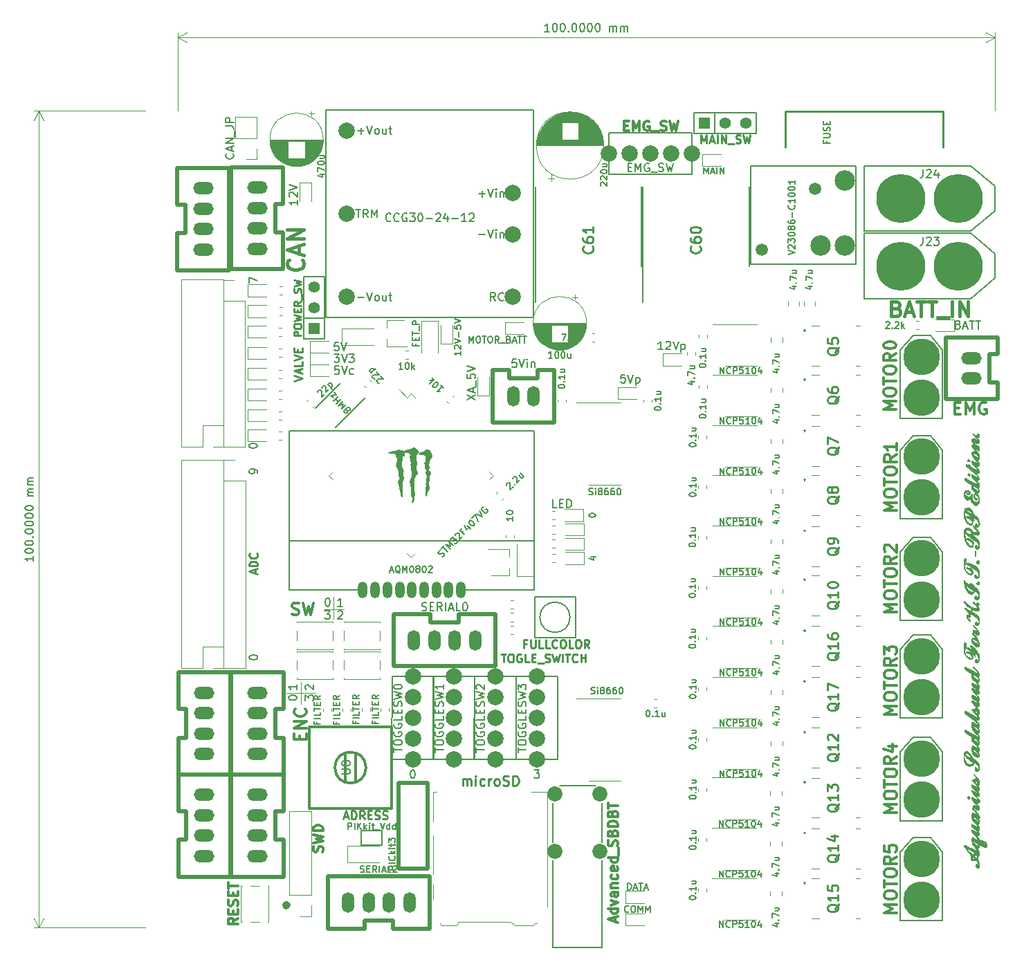
<source format=gbr>
G04 #@! TF.GenerationSoftware,KiCad,Pcbnew,(6.0.4)*
G04 #@! TF.CreationDate,2022-06-13T17:00:00+09:00*
G04 #@! TF.ProjectId,Main,4d61696e-2e6b-4696-9361-645f70636258,rev?*
G04 #@! TF.SameCoordinates,Original*
G04 #@! TF.FileFunction,Legend,Top*
G04 #@! TF.FilePolarity,Positive*
%FSLAX46Y46*%
G04 Gerber Fmt 4.6, Leading zero omitted, Abs format (unit mm)*
G04 Created by KiCad (PCBNEW (6.0.4)) date 2022-06-13 17:00:00*
%MOMM*%
%LPD*%
G01*
G04 APERTURE LIST*
%ADD10C,0.120000*%
%ADD11C,0.150000*%
%ADD12C,0.300000*%
%ADD13C,0.250000*%
%ADD14C,0.225000*%
%ADD15C,0.375000*%
%ADD16C,0.750000*%
%ADD17C,0.200000*%
%ADD18C,0.450000*%
%ADD19C,0.254000*%
%ADD20C,0.400000*%
%ADD21C,0.500000*%
%ADD22C,0.010000*%
%ADD23C,0.100000*%
%ADD24O,2.500000X1.500000*%
%ADD25O,1.500000X2.500000*%
%ADD26C,4.500000*%
%ADD27C,6.000000*%
%ADD28C,2.000000*%
%ADD29C,1.500000*%
%ADD30C,2.500000*%
%ADD31R,1.397000X1.397000*%
%ADD32C,1.397000*%
%ADD33C,1.850000*%
%ADD34O,1.200000X2.000000*%
G04 APERTURE END LIST*
D10*
X56325000Y-99000000D02*
X53825000Y-99000000D01*
X52850000Y-109250000D02*
X49300000Y-109250000D01*
X55075000Y-97500000D02*
X55075000Y-100250000D01*
X51100000Y-107950000D02*
X51100000Y-110600000D01*
D11*
X79616666Y-118702380D02*
X80235714Y-118702380D01*
X79902380Y-119083333D01*
X80045238Y-119083333D01*
X80140476Y-119130952D01*
X80188095Y-119178571D01*
X80235714Y-119273809D01*
X80235714Y-119511904D01*
X80188095Y-119607142D01*
X80140476Y-119654761D01*
X80045238Y-119702380D01*
X79759523Y-119702380D01*
X79664285Y-119654761D01*
X79616666Y-119607142D01*
X44702380Y-79047619D02*
X44702380Y-78952380D01*
X44750000Y-78857142D01*
X44797619Y-78809523D01*
X44892857Y-78761904D01*
X45083333Y-78714285D01*
X45321428Y-78714285D01*
X45511904Y-78761904D01*
X45607142Y-78809523D01*
X45654761Y-78857142D01*
X45702380Y-78952380D01*
X45702380Y-79047619D01*
X45654761Y-79142857D01*
X45607142Y-79190476D01*
X45511904Y-79238095D01*
X45321428Y-79285714D01*
X45083333Y-79285714D01*
X44892857Y-79238095D01*
X44797619Y-79190476D01*
X44750000Y-79142857D01*
X44702380Y-79047619D01*
X45752380Y-82340476D02*
X45752380Y-82150000D01*
X45704761Y-82054761D01*
X45657142Y-82007142D01*
X45514285Y-81911904D01*
X45323809Y-81864285D01*
X44942857Y-81864285D01*
X44847619Y-81911904D01*
X44800000Y-81959523D01*
X44752380Y-82054761D01*
X44752380Y-82245238D01*
X44800000Y-82340476D01*
X44847619Y-82388095D01*
X44942857Y-82435714D01*
X45180952Y-82435714D01*
X45276190Y-82388095D01*
X45323809Y-82340476D01*
X45371428Y-82245238D01*
X45371428Y-82054761D01*
X45323809Y-81959523D01*
X45276190Y-81911904D01*
X45180952Y-81864285D01*
X44752380Y-104947619D02*
X44752380Y-104852380D01*
X44800000Y-104757142D01*
X44847619Y-104709523D01*
X44942857Y-104661904D01*
X45133333Y-104614285D01*
X45371428Y-104614285D01*
X45561904Y-104661904D01*
X45657142Y-104709523D01*
X45704761Y-104757142D01*
X45752380Y-104852380D01*
X45752380Y-104947619D01*
X45704761Y-105042857D01*
X45657142Y-105090476D01*
X45561904Y-105138095D01*
X45371428Y-105185714D01*
X45133333Y-105185714D01*
X44942857Y-105138095D01*
X44847619Y-105090476D01*
X44800000Y-105042857D01*
X44752380Y-104947619D01*
X50552380Y-108264285D02*
X50552380Y-108835714D01*
X50552380Y-108550000D02*
X49552380Y-108550000D01*
X49695238Y-108645238D01*
X49790476Y-108740476D01*
X49838095Y-108835714D01*
X49552380Y-109897619D02*
X49552380Y-109802380D01*
X49600000Y-109707142D01*
X49647619Y-109659523D01*
X49742857Y-109611904D01*
X49933333Y-109564285D01*
X50171428Y-109564285D01*
X50361904Y-109611904D01*
X50457142Y-109659523D01*
X50504761Y-109707142D01*
X50552380Y-109802380D01*
X50552380Y-109897619D01*
X50504761Y-109992857D01*
X50457142Y-110040476D01*
X50361904Y-110088095D01*
X50171428Y-110135714D01*
X49933333Y-110135714D01*
X49742857Y-110088095D01*
X49647619Y-110040476D01*
X49600000Y-109992857D01*
X49552380Y-109897619D01*
X51602380Y-110183333D02*
X51602380Y-109564285D01*
X51983333Y-109897619D01*
X51983333Y-109754761D01*
X52030952Y-109659523D01*
X52078571Y-109611904D01*
X52173809Y-109564285D01*
X52411904Y-109564285D01*
X52507142Y-109611904D01*
X52554761Y-109659523D01*
X52602380Y-109754761D01*
X52602380Y-110040476D01*
X52554761Y-110135714D01*
X52507142Y-110183333D01*
X56160714Y-98652380D02*
X55589285Y-98652380D01*
X55875000Y-98652380D02*
X55875000Y-97652380D01*
X55779761Y-97795238D01*
X55684523Y-97890476D01*
X55589285Y-97938095D01*
X53991666Y-99202380D02*
X54610714Y-99202380D01*
X54277380Y-99583333D01*
X54420238Y-99583333D01*
X54515476Y-99630952D01*
X54563095Y-99678571D01*
X54610714Y-99773809D01*
X54610714Y-100011904D01*
X54563095Y-100107142D01*
X54515476Y-100154761D01*
X54420238Y-100202380D01*
X54134523Y-100202380D01*
X54039285Y-100154761D01*
X53991666Y-100107142D01*
X55589285Y-99297619D02*
X55636904Y-99250000D01*
X55732142Y-99202380D01*
X55970238Y-99202380D01*
X56065476Y-99250000D01*
X56113095Y-99297619D01*
X56160714Y-99392857D01*
X56160714Y-99488095D01*
X56113095Y-99630952D01*
X55541666Y-100202380D01*
X56160714Y-100202380D01*
D12*
X90592857Y-39814285D02*
X90992857Y-39814285D01*
X91164285Y-40442857D02*
X90592857Y-40442857D01*
X90592857Y-39242857D01*
X91164285Y-39242857D01*
X91678571Y-40442857D02*
X91678571Y-39242857D01*
X92078571Y-40100000D01*
X92478571Y-39242857D01*
X92478571Y-40442857D01*
X93678571Y-39300000D02*
X93564285Y-39242857D01*
X93392857Y-39242857D01*
X93221428Y-39300000D01*
X93107142Y-39414285D01*
X93050000Y-39528571D01*
X92992857Y-39757142D01*
X92992857Y-39928571D01*
X93050000Y-40157142D01*
X93107142Y-40271428D01*
X93221428Y-40385714D01*
X93392857Y-40442857D01*
X93507142Y-40442857D01*
X93678571Y-40385714D01*
X93735714Y-40328571D01*
X93735714Y-39928571D01*
X93507142Y-39928571D01*
X93964285Y-40557142D02*
X94878571Y-40557142D01*
X95107142Y-40385714D02*
X95278571Y-40442857D01*
X95564285Y-40442857D01*
X95678571Y-40385714D01*
X95735714Y-40328571D01*
X95792857Y-40214285D01*
X95792857Y-40100000D01*
X95735714Y-39985714D01*
X95678571Y-39928571D01*
X95564285Y-39871428D01*
X95335714Y-39814285D01*
X95221428Y-39757142D01*
X95164285Y-39700000D01*
X95107142Y-39585714D01*
X95107142Y-39471428D01*
X95164285Y-39357142D01*
X95221428Y-39300000D01*
X95335714Y-39242857D01*
X95621428Y-39242857D01*
X95792857Y-39300000D01*
X96192857Y-39242857D02*
X96478571Y-40442857D01*
X96707142Y-39585714D01*
X96935714Y-40442857D01*
X97221428Y-39242857D01*
D11*
X86311904Y-87538095D02*
X86311904Y-87461904D01*
X86350000Y-87385714D01*
X86388095Y-87347619D01*
X86464285Y-87309523D01*
X86616666Y-87271428D01*
X86807142Y-87271428D01*
X86959523Y-87309523D01*
X87035714Y-87347619D01*
X87073809Y-87385714D01*
X87111904Y-87461904D01*
X87111904Y-87538095D01*
X87073809Y-87614285D01*
X87035714Y-87652380D01*
X86959523Y-87690476D01*
X86807142Y-87728571D01*
X86616666Y-87728571D01*
X86464285Y-87690476D01*
X86388095Y-87652380D01*
X86350000Y-87614285D01*
X86311904Y-87538095D01*
X86578571Y-92597619D02*
X87111904Y-92597619D01*
X86273809Y-92788095D02*
X86845238Y-92978571D01*
X86845238Y-92483333D01*
D13*
X78657142Y-103228571D02*
X78323809Y-103228571D01*
X78323809Y-103752380D02*
X78323809Y-102752380D01*
X78800000Y-102752380D01*
X79180952Y-102752380D02*
X79180952Y-103561904D01*
X79228571Y-103657142D01*
X79276190Y-103704761D01*
X79371428Y-103752380D01*
X79561904Y-103752380D01*
X79657142Y-103704761D01*
X79704761Y-103657142D01*
X79752380Y-103561904D01*
X79752380Y-102752380D01*
X80704761Y-103752380D02*
X80228571Y-103752380D01*
X80228571Y-102752380D01*
X81514285Y-103752380D02*
X81038095Y-103752380D01*
X81038095Y-102752380D01*
X82419047Y-103657142D02*
X82371428Y-103704761D01*
X82228571Y-103752380D01*
X82133333Y-103752380D01*
X81990476Y-103704761D01*
X81895238Y-103609523D01*
X81847619Y-103514285D01*
X81800000Y-103323809D01*
X81800000Y-103180952D01*
X81847619Y-102990476D01*
X81895238Y-102895238D01*
X81990476Y-102800000D01*
X82133333Y-102752380D01*
X82228571Y-102752380D01*
X82371428Y-102800000D01*
X82419047Y-102847619D01*
X83038095Y-102752380D02*
X83228571Y-102752380D01*
X83323809Y-102800000D01*
X83419047Y-102895238D01*
X83466666Y-103085714D01*
X83466666Y-103419047D01*
X83419047Y-103609523D01*
X83323809Y-103704761D01*
X83228571Y-103752380D01*
X83038095Y-103752380D01*
X82942857Y-103704761D01*
X82847619Y-103609523D01*
X82800000Y-103419047D01*
X82800000Y-103085714D01*
X82847619Y-102895238D01*
X82942857Y-102800000D01*
X83038095Y-102752380D01*
X84371428Y-103752380D02*
X83895238Y-103752380D01*
X83895238Y-102752380D01*
X84895238Y-102752380D02*
X85085714Y-102752380D01*
X85180952Y-102800000D01*
X85276190Y-102895238D01*
X85323809Y-103085714D01*
X85323809Y-103419047D01*
X85276190Y-103609523D01*
X85180952Y-103704761D01*
X85085714Y-103752380D01*
X84895238Y-103752380D01*
X84800000Y-103704761D01*
X84704761Y-103609523D01*
X84657142Y-103419047D01*
X84657142Y-103085714D01*
X84704761Y-102895238D01*
X84800000Y-102800000D01*
X84895238Y-102752380D01*
X86323809Y-103752380D02*
X85990476Y-103276190D01*
X85752380Y-103752380D02*
X85752380Y-102752380D01*
X86133333Y-102752380D01*
X86228571Y-102800000D01*
X86276190Y-102847619D01*
X86323809Y-102942857D01*
X86323809Y-103085714D01*
X86276190Y-103180952D01*
X86228571Y-103228571D01*
X86133333Y-103276190D01*
X85752380Y-103276190D01*
D11*
X54277380Y-97652380D02*
X54372619Y-97652380D01*
X54467857Y-97700000D01*
X54515476Y-97747619D01*
X54563095Y-97842857D01*
X54610714Y-98033333D01*
X54610714Y-98271428D01*
X54563095Y-98461904D01*
X54515476Y-98557142D01*
X54467857Y-98604761D01*
X54372619Y-98652380D01*
X54277380Y-98652380D01*
X54182142Y-98604761D01*
X54134523Y-98557142D01*
X54086904Y-98461904D01*
X54039285Y-98271428D01*
X54039285Y-98033333D01*
X54086904Y-97842857D01*
X54134523Y-97747619D01*
X54182142Y-97700000D01*
X54277380Y-97652380D01*
D14*
X51107142Y-65514285D02*
X50207142Y-65514285D01*
X50207142Y-65171428D01*
X50250000Y-65085714D01*
X50292857Y-65042857D01*
X50378571Y-65000000D01*
X50507142Y-65000000D01*
X50592857Y-65042857D01*
X50635714Y-65085714D01*
X50678571Y-65171428D01*
X50678571Y-65514285D01*
X50207142Y-64442857D02*
X50207142Y-64271428D01*
X50250000Y-64185714D01*
X50335714Y-64100000D01*
X50507142Y-64057142D01*
X50807142Y-64057142D01*
X50978571Y-64100000D01*
X51064285Y-64185714D01*
X51107142Y-64271428D01*
X51107142Y-64442857D01*
X51064285Y-64528571D01*
X50978571Y-64614285D01*
X50807142Y-64657142D01*
X50507142Y-64657142D01*
X50335714Y-64614285D01*
X50250000Y-64528571D01*
X50207142Y-64442857D01*
X50207142Y-63757142D02*
X51107142Y-63542857D01*
X50464285Y-63371428D01*
X51107142Y-63200000D01*
X50207142Y-62985714D01*
X50635714Y-62642857D02*
X50635714Y-62342857D01*
X51107142Y-62214285D02*
X51107142Y-62642857D01*
X50207142Y-62642857D01*
X50207142Y-62214285D01*
X51107142Y-61314285D02*
X50678571Y-61614285D01*
X51107142Y-61828571D02*
X50207142Y-61828571D01*
X50207142Y-61485714D01*
X50250000Y-61400000D01*
X50292857Y-61357142D01*
X50378571Y-61314285D01*
X50507142Y-61314285D01*
X50592857Y-61357142D01*
X50635714Y-61400000D01*
X50678571Y-61485714D01*
X50678571Y-61828571D01*
X51192857Y-61142857D02*
X51192857Y-60457142D01*
X51064285Y-60285714D02*
X51107142Y-60157142D01*
X51107142Y-59942857D01*
X51064285Y-59857142D01*
X51021428Y-59814285D01*
X50935714Y-59771428D01*
X50850000Y-59771428D01*
X50764285Y-59814285D01*
X50721428Y-59857142D01*
X50678571Y-59942857D01*
X50635714Y-60114285D01*
X50592857Y-60200000D01*
X50550000Y-60242857D01*
X50464285Y-60285714D01*
X50378571Y-60285714D01*
X50292857Y-60242857D01*
X50250000Y-60200000D01*
X50207142Y-60114285D01*
X50207142Y-59900000D01*
X50250000Y-59771428D01*
X50207142Y-59471428D02*
X51107142Y-59257142D01*
X50464285Y-59085714D01*
X51107142Y-58914285D01*
X50207142Y-58700000D01*
D11*
X82382142Y-86577380D02*
X81905952Y-86577380D01*
X81905952Y-85577380D01*
X82715476Y-86053571D02*
X83048809Y-86053571D01*
X83191666Y-86577380D02*
X82715476Y-86577380D01*
X82715476Y-85577380D01*
X83191666Y-85577380D01*
X83620238Y-86577380D02*
X83620238Y-85577380D01*
X83858333Y-85577380D01*
X84001190Y-85625000D01*
X84096428Y-85720238D01*
X84144047Y-85815476D01*
X84191666Y-86005952D01*
X84191666Y-86148809D01*
X84144047Y-86339285D01*
X84096428Y-86434523D01*
X84001190Y-86529761D01*
X83858333Y-86577380D01*
X83620238Y-86577380D01*
X64702380Y-118702380D02*
X64797619Y-118702380D01*
X64892857Y-118750000D01*
X64940476Y-118797619D01*
X64988095Y-118892857D01*
X65035714Y-119083333D01*
X65035714Y-119321428D01*
X64988095Y-119511904D01*
X64940476Y-119607142D01*
X64892857Y-119654761D01*
X64797619Y-119702380D01*
X64702380Y-119702380D01*
X64607142Y-119654761D01*
X64559523Y-119607142D01*
X64511904Y-119511904D01*
X64464285Y-119321428D01*
X64464285Y-119083333D01*
X64511904Y-118892857D01*
X64559523Y-118797619D01*
X64607142Y-118750000D01*
X64702380Y-118702380D01*
D15*
X131071428Y-74392857D02*
X131571428Y-74392857D01*
X131785714Y-75178571D02*
X131071428Y-75178571D01*
X131071428Y-73678571D01*
X131785714Y-73678571D01*
X132428571Y-75178571D02*
X132428571Y-73678571D01*
X132928571Y-74750000D01*
X133428571Y-73678571D01*
X133428571Y-75178571D01*
X134928571Y-73750000D02*
X134785714Y-73678571D01*
X134571428Y-73678571D01*
X134357142Y-73750000D01*
X134214285Y-73892857D01*
X134142857Y-74035714D01*
X134071428Y-74321428D01*
X134071428Y-74535714D01*
X134142857Y-74821428D01*
X134214285Y-74964285D01*
X134357142Y-75107142D01*
X134571428Y-75178571D01*
X134714285Y-75178571D01*
X134928571Y-75107142D01*
X135000000Y-75035714D01*
X135000000Y-74535714D01*
X134714285Y-74535714D01*
X49989285Y-99657142D02*
X50203571Y-99728571D01*
X50560714Y-99728571D01*
X50703571Y-99657142D01*
X50775000Y-99585714D01*
X50846428Y-99442857D01*
X50846428Y-99300000D01*
X50775000Y-99157142D01*
X50703571Y-99085714D01*
X50560714Y-99014285D01*
X50275000Y-98942857D01*
X50132142Y-98871428D01*
X50060714Y-98800000D01*
X49989285Y-98657142D01*
X49989285Y-98514285D01*
X50060714Y-98371428D01*
X50132142Y-98300000D01*
X50275000Y-98228571D01*
X50632142Y-98228571D01*
X50846428Y-98300000D01*
X51346428Y-98228571D02*
X51703571Y-99728571D01*
X51989285Y-98657142D01*
X52275000Y-99728571D01*
X52632142Y-98228571D01*
D11*
X44702380Y-59033333D02*
X44702380Y-58366666D01*
X45702380Y-58795238D01*
X51697619Y-108835714D02*
X51650000Y-108788095D01*
X51602380Y-108692857D01*
X51602380Y-108454761D01*
X51650000Y-108359523D01*
X51697619Y-108311904D01*
X51792857Y-108264285D01*
X51888095Y-108264285D01*
X52030952Y-108311904D01*
X52602380Y-108883333D01*
X52602380Y-108264285D01*
X100380952Y-45711904D02*
X100380952Y-44911904D01*
X100647619Y-45483333D01*
X100914285Y-44911904D01*
X100914285Y-45711904D01*
X101257142Y-45483333D02*
X101638095Y-45483333D01*
X101180952Y-45711904D02*
X101447619Y-44911904D01*
X101714285Y-45711904D01*
X101980952Y-45711904D02*
X101980952Y-44911904D01*
X102361904Y-45711904D02*
X102361904Y-44911904D01*
X102819047Y-45711904D01*
X102819047Y-44911904D01*
D15*
X50942857Y-114982142D02*
X50942857Y-114482142D01*
X51728571Y-114267857D02*
X51728571Y-114982142D01*
X50228571Y-114982142D01*
X50228571Y-114267857D01*
X51728571Y-113625000D02*
X50228571Y-113625000D01*
X51728571Y-112767857D01*
X50228571Y-112767857D01*
X51585714Y-111196428D02*
X51657142Y-111267857D01*
X51728571Y-111482142D01*
X51728571Y-111625000D01*
X51657142Y-111839285D01*
X51514285Y-111982142D01*
X51371428Y-112053571D01*
X51085714Y-112125000D01*
X50871428Y-112125000D01*
X50585714Y-112053571D01*
X50442857Y-111982142D01*
X50300000Y-111839285D01*
X50228571Y-111625000D01*
X50228571Y-111482142D01*
X50300000Y-111267857D01*
X50371428Y-111196428D01*
D13*
X75561904Y-104502380D02*
X76133333Y-104502380D01*
X75847619Y-105502380D02*
X75847619Y-104502380D01*
X76657142Y-104502380D02*
X76847619Y-104502380D01*
X76942857Y-104550000D01*
X77038095Y-104645238D01*
X77085714Y-104835714D01*
X77085714Y-105169047D01*
X77038095Y-105359523D01*
X76942857Y-105454761D01*
X76847619Y-105502380D01*
X76657142Y-105502380D01*
X76561904Y-105454761D01*
X76466666Y-105359523D01*
X76419047Y-105169047D01*
X76419047Y-104835714D01*
X76466666Y-104645238D01*
X76561904Y-104550000D01*
X76657142Y-104502380D01*
X78038095Y-104550000D02*
X77942857Y-104502380D01*
X77800000Y-104502380D01*
X77657142Y-104550000D01*
X77561904Y-104645238D01*
X77514285Y-104740476D01*
X77466666Y-104930952D01*
X77466666Y-105073809D01*
X77514285Y-105264285D01*
X77561904Y-105359523D01*
X77657142Y-105454761D01*
X77800000Y-105502380D01*
X77895238Y-105502380D01*
X78038095Y-105454761D01*
X78085714Y-105407142D01*
X78085714Y-105073809D01*
X77895238Y-105073809D01*
X78990476Y-105502380D02*
X78514285Y-105502380D01*
X78514285Y-104502380D01*
X79323809Y-104978571D02*
X79657142Y-104978571D01*
X79800000Y-105502380D02*
X79323809Y-105502380D01*
X79323809Y-104502380D01*
X79800000Y-104502380D01*
X79990476Y-105597619D02*
X80752380Y-105597619D01*
X80942857Y-105454761D02*
X81085714Y-105502380D01*
X81323809Y-105502380D01*
X81419047Y-105454761D01*
X81466666Y-105407142D01*
X81514285Y-105311904D01*
X81514285Y-105216666D01*
X81466666Y-105121428D01*
X81419047Y-105073809D01*
X81323809Y-105026190D01*
X81133333Y-104978571D01*
X81038095Y-104930952D01*
X80990476Y-104883333D01*
X80942857Y-104788095D01*
X80942857Y-104692857D01*
X80990476Y-104597619D01*
X81038095Y-104550000D01*
X81133333Y-104502380D01*
X81371428Y-104502380D01*
X81514285Y-104550000D01*
X81847619Y-104502380D02*
X82085714Y-105502380D01*
X82276190Y-104788095D01*
X82466666Y-105502380D01*
X82704761Y-104502380D01*
X83085714Y-105502380D02*
X83085714Y-104502380D01*
X83419047Y-104502380D02*
X83990476Y-104502380D01*
X83704761Y-105502380D02*
X83704761Y-104502380D01*
X84895238Y-105407142D02*
X84847619Y-105454761D01*
X84704761Y-105502380D01*
X84609523Y-105502380D01*
X84466666Y-105454761D01*
X84371428Y-105359523D01*
X84323809Y-105264285D01*
X84276190Y-105073809D01*
X84276190Y-104930952D01*
X84323809Y-104740476D01*
X84371428Y-104645238D01*
X84466666Y-104550000D01*
X84609523Y-104502380D01*
X84704761Y-104502380D01*
X84847619Y-104550000D01*
X84895238Y-104597619D01*
X85323809Y-105502380D02*
X85323809Y-104502380D01*
X85323809Y-104978571D02*
X85895238Y-104978571D01*
X85895238Y-105502380D02*
X85895238Y-104502380D01*
D16*
X49250000Y-135071428D02*
X49392857Y-135214285D01*
X49250000Y-135357142D01*
X49107142Y-135214285D01*
X49250000Y-135071428D01*
X49250000Y-135357142D01*
D11*
X81476190Y-28302380D02*
X80904761Y-28302380D01*
X81190476Y-28302380D02*
X81190476Y-27302380D01*
X81095238Y-27445238D01*
X81000000Y-27540476D01*
X80904761Y-27588095D01*
X82095238Y-27302380D02*
X82190476Y-27302380D01*
X82285714Y-27350000D01*
X82333333Y-27397619D01*
X82380952Y-27492857D01*
X82428571Y-27683333D01*
X82428571Y-27921428D01*
X82380952Y-28111904D01*
X82333333Y-28207142D01*
X82285714Y-28254761D01*
X82190476Y-28302380D01*
X82095238Y-28302380D01*
X82000000Y-28254761D01*
X81952380Y-28207142D01*
X81904761Y-28111904D01*
X81857142Y-27921428D01*
X81857142Y-27683333D01*
X81904761Y-27492857D01*
X81952380Y-27397619D01*
X82000000Y-27350000D01*
X82095238Y-27302380D01*
X83047619Y-27302380D02*
X83142857Y-27302380D01*
X83238095Y-27350000D01*
X83285714Y-27397619D01*
X83333333Y-27492857D01*
X83380952Y-27683333D01*
X83380952Y-27921428D01*
X83333333Y-28111904D01*
X83285714Y-28207142D01*
X83238095Y-28254761D01*
X83142857Y-28302380D01*
X83047619Y-28302380D01*
X82952380Y-28254761D01*
X82904761Y-28207142D01*
X82857142Y-28111904D01*
X82809523Y-27921428D01*
X82809523Y-27683333D01*
X82857142Y-27492857D01*
X82904761Y-27397619D01*
X82952380Y-27350000D01*
X83047619Y-27302380D01*
X83809523Y-28207142D02*
X83857142Y-28254761D01*
X83809523Y-28302380D01*
X83761904Y-28254761D01*
X83809523Y-28207142D01*
X83809523Y-28302380D01*
X84476190Y-27302380D02*
X84571428Y-27302380D01*
X84666666Y-27350000D01*
X84714285Y-27397619D01*
X84761904Y-27492857D01*
X84809523Y-27683333D01*
X84809523Y-27921428D01*
X84761904Y-28111904D01*
X84714285Y-28207142D01*
X84666666Y-28254761D01*
X84571428Y-28302380D01*
X84476190Y-28302380D01*
X84380952Y-28254761D01*
X84333333Y-28207142D01*
X84285714Y-28111904D01*
X84238095Y-27921428D01*
X84238095Y-27683333D01*
X84285714Y-27492857D01*
X84333333Y-27397619D01*
X84380952Y-27350000D01*
X84476190Y-27302380D01*
X85428571Y-27302380D02*
X85523809Y-27302380D01*
X85619047Y-27350000D01*
X85666666Y-27397619D01*
X85714285Y-27492857D01*
X85761904Y-27683333D01*
X85761904Y-27921428D01*
X85714285Y-28111904D01*
X85666666Y-28207142D01*
X85619047Y-28254761D01*
X85523809Y-28302380D01*
X85428571Y-28302380D01*
X85333333Y-28254761D01*
X85285714Y-28207142D01*
X85238095Y-28111904D01*
X85190476Y-27921428D01*
X85190476Y-27683333D01*
X85238095Y-27492857D01*
X85285714Y-27397619D01*
X85333333Y-27350000D01*
X85428571Y-27302380D01*
X86380952Y-27302380D02*
X86476190Y-27302380D01*
X86571428Y-27350000D01*
X86619047Y-27397619D01*
X86666666Y-27492857D01*
X86714285Y-27683333D01*
X86714285Y-27921428D01*
X86666666Y-28111904D01*
X86619047Y-28207142D01*
X86571428Y-28254761D01*
X86476190Y-28302380D01*
X86380952Y-28302380D01*
X86285714Y-28254761D01*
X86238095Y-28207142D01*
X86190476Y-28111904D01*
X86142857Y-27921428D01*
X86142857Y-27683333D01*
X86190476Y-27492857D01*
X86238095Y-27397619D01*
X86285714Y-27350000D01*
X86380952Y-27302380D01*
X87333333Y-27302380D02*
X87428571Y-27302380D01*
X87523809Y-27350000D01*
X87571428Y-27397619D01*
X87619047Y-27492857D01*
X87666666Y-27683333D01*
X87666666Y-27921428D01*
X87619047Y-28111904D01*
X87571428Y-28207142D01*
X87523809Y-28254761D01*
X87428571Y-28302380D01*
X87333333Y-28302380D01*
X87238095Y-28254761D01*
X87190476Y-28207142D01*
X87142857Y-28111904D01*
X87095238Y-27921428D01*
X87095238Y-27683333D01*
X87142857Y-27492857D01*
X87190476Y-27397619D01*
X87238095Y-27350000D01*
X87333333Y-27302380D01*
X88857142Y-28302380D02*
X88857142Y-27635714D01*
X88857142Y-27730952D02*
X88904761Y-27683333D01*
X89000000Y-27635714D01*
X89142857Y-27635714D01*
X89238095Y-27683333D01*
X89285714Y-27778571D01*
X89285714Y-28302380D01*
X89285714Y-27778571D02*
X89333333Y-27683333D01*
X89428571Y-27635714D01*
X89571428Y-27635714D01*
X89666666Y-27683333D01*
X89714285Y-27778571D01*
X89714285Y-28302380D01*
X90190476Y-28302380D02*
X90190476Y-27635714D01*
X90190476Y-27730952D02*
X90238095Y-27683333D01*
X90333333Y-27635714D01*
X90476190Y-27635714D01*
X90571428Y-27683333D01*
X90619047Y-27778571D01*
X90619047Y-28302380D01*
X90619047Y-27778571D02*
X90666666Y-27683333D01*
X90761904Y-27635714D01*
X90904761Y-27635714D01*
X91000000Y-27683333D01*
X91047619Y-27778571D01*
X91047619Y-28302380D01*
D10*
X136000000Y-38000000D02*
X136000000Y-28413580D01*
X36000000Y-38000000D02*
X36000000Y-28413580D01*
X136000000Y-29000000D02*
X36000000Y-29000000D01*
X136000000Y-29000000D02*
X36000000Y-29000000D01*
X136000000Y-29000000D02*
X134873496Y-28413579D01*
X136000000Y-29000000D02*
X134873496Y-29586421D01*
X36000000Y-29000000D02*
X37126504Y-29586421D01*
X36000000Y-29000000D02*
X37126504Y-28413579D01*
D11*
X18302380Y-92523809D02*
X18302380Y-93095238D01*
X18302380Y-92809523D02*
X17302380Y-92809523D01*
X17445238Y-92904761D01*
X17540476Y-93000000D01*
X17588095Y-93095238D01*
X17302380Y-91904761D02*
X17302380Y-91809523D01*
X17350000Y-91714285D01*
X17397619Y-91666666D01*
X17492857Y-91619047D01*
X17683333Y-91571428D01*
X17921428Y-91571428D01*
X18111904Y-91619047D01*
X18207142Y-91666666D01*
X18254761Y-91714285D01*
X18302380Y-91809523D01*
X18302380Y-91904761D01*
X18254761Y-92000000D01*
X18207142Y-92047619D01*
X18111904Y-92095238D01*
X17921428Y-92142857D01*
X17683333Y-92142857D01*
X17492857Y-92095238D01*
X17397619Y-92047619D01*
X17350000Y-92000000D01*
X17302380Y-91904761D01*
X17302380Y-90952380D02*
X17302380Y-90857142D01*
X17350000Y-90761904D01*
X17397619Y-90714285D01*
X17492857Y-90666666D01*
X17683333Y-90619047D01*
X17921428Y-90619047D01*
X18111904Y-90666666D01*
X18207142Y-90714285D01*
X18254761Y-90761904D01*
X18302380Y-90857142D01*
X18302380Y-90952380D01*
X18254761Y-91047619D01*
X18207142Y-91095238D01*
X18111904Y-91142857D01*
X17921428Y-91190476D01*
X17683333Y-91190476D01*
X17492857Y-91142857D01*
X17397619Y-91095238D01*
X17350000Y-91047619D01*
X17302380Y-90952380D01*
X18207142Y-90190476D02*
X18254761Y-90142857D01*
X18302380Y-90190476D01*
X18254761Y-90238095D01*
X18207142Y-90190476D01*
X18302380Y-90190476D01*
X17302380Y-89523809D02*
X17302380Y-89428571D01*
X17350000Y-89333333D01*
X17397619Y-89285714D01*
X17492857Y-89238095D01*
X17683333Y-89190476D01*
X17921428Y-89190476D01*
X18111904Y-89238095D01*
X18207142Y-89285714D01*
X18254761Y-89333333D01*
X18302380Y-89428571D01*
X18302380Y-89523809D01*
X18254761Y-89619047D01*
X18207142Y-89666666D01*
X18111904Y-89714285D01*
X17921428Y-89761904D01*
X17683333Y-89761904D01*
X17492857Y-89714285D01*
X17397619Y-89666666D01*
X17350000Y-89619047D01*
X17302380Y-89523809D01*
X17302380Y-88571428D02*
X17302380Y-88476190D01*
X17350000Y-88380952D01*
X17397619Y-88333333D01*
X17492857Y-88285714D01*
X17683333Y-88238095D01*
X17921428Y-88238095D01*
X18111904Y-88285714D01*
X18207142Y-88333333D01*
X18254761Y-88380952D01*
X18302380Y-88476190D01*
X18302380Y-88571428D01*
X18254761Y-88666666D01*
X18207142Y-88714285D01*
X18111904Y-88761904D01*
X17921428Y-88809523D01*
X17683333Y-88809523D01*
X17492857Y-88761904D01*
X17397619Y-88714285D01*
X17350000Y-88666666D01*
X17302380Y-88571428D01*
X17302380Y-87619047D02*
X17302380Y-87523809D01*
X17350000Y-87428571D01*
X17397619Y-87380952D01*
X17492857Y-87333333D01*
X17683333Y-87285714D01*
X17921428Y-87285714D01*
X18111904Y-87333333D01*
X18207142Y-87380952D01*
X18254761Y-87428571D01*
X18302380Y-87523809D01*
X18302380Y-87619047D01*
X18254761Y-87714285D01*
X18207142Y-87761904D01*
X18111904Y-87809523D01*
X17921428Y-87857142D01*
X17683333Y-87857142D01*
X17492857Y-87809523D01*
X17397619Y-87761904D01*
X17350000Y-87714285D01*
X17302380Y-87619047D01*
X17302380Y-86666666D02*
X17302380Y-86571428D01*
X17350000Y-86476190D01*
X17397619Y-86428571D01*
X17492857Y-86380952D01*
X17683333Y-86333333D01*
X17921428Y-86333333D01*
X18111904Y-86380952D01*
X18207142Y-86428571D01*
X18254761Y-86476190D01*
X18302380Y-86571428D01*
X18302380Y-86666666D01*
X18254761Y-86761904D01*
X18207142Y-86809523D01*
X18111904Y-86857142D01*
X17921428Y-86904761D01*
X17683333Y-86904761D01*
X17492857Y-86857142D01*
X17397619Y-86809523D01*
X17350000Y-86761904D01*
X17302380Y-86666666D01*
X18302380Y-85142857D02*
X17635714Y-85142857D01*
X17730952Y-85142857D02*
X17683333Y-85095238D01*
X17635714Y-85000000D01*
X17635714Y-84857142D01*
X17683333Y-84761904D01*
X17778571Y-84714285D01*
X18302380Y-84714285D01*
X17778571Y-84714285D02*
X17683333Y-84666666D01*
X17635714Y-84571428D01*
X17635714Y-84428571D01*
X17683333Y-84333333D01*
X17778571Y-84285714D01*
X18302380Y-84285714D01*
X18302380Y-83809523D02*
X17635714Y-83809523D01*
X17730952Y-83809523D02*
X17683333Y-83761904D01*
X17635714Y-83666666D01*
X17635714Y-83523809D01*
X17683333Y-83428571D01*
X17778571Y-83380952D01*
X18302380Y-83380952D01*
X17778571Y-83380952D02*
X17683333Y-83333333D01*
X17635714Y-83238095D01*
X17635714Y-83095238D01*
X17683333Y-83000000D01*
X17778571Y-82952380D01*
X18302380Y-82952380D01*
D10*
X32000000Y-138000000D02*
X18413580Y-138000000D01*
X32000000Y-38000000D02*
X18413580Y-38000000D01*
X19000000Y-138000000D02*
X19000000Y-38000000D01*
X19000000Y-138000000D02*
X19000000Y-38000000D01*
X19000000Y-138000000D02*
X19586421Y-136873496D01*
X19000000Y-138000000D02*
X18413579Y-136873496D01*
X19000000Y-38000000D02*
X18413579Y-39126504D01*
X19000000Y-38000000D02*
X19586421Y-39126504D01*
D11*
X60630998Y-71342809D02*
X60577123Y-71342809D01*
X60496311Y-71315871D01*
X60361624Y-71181184D01*
X60334687Y-71100372D01*
X60334687Y-71046497D01*
X60361624Y-70965685D01*
X60415499Y-70911810D01*
X60523248Y-70857935D01*
X61169746Y-70857935D01*
X60819560Y-70507749D01*
X60092250Y-70804061D02*
X60038375Y-70804061D01*
X59957563Y-70777123D01*
X59822876Y-70642436D01*
X59795938Y-70561624D01*
X59795938Y-70507749D01*
X59822876Y-70426937D01*
X59876751Y-70373062D01*
X59984500Y-70319187D01*
X60630998Y-70319187D01*
X60280812Y-69969001D01*
X59661251Y-70103688D02*
X60226937Y-69538003D01*
X59688189Y-70076751D02*
X59607377Y-70049813D01*
X59499627Y-69942064D01*
X59472690Y-69861251D01*
X59472690Y-69807377D01*
X59499627Y-69726564D01*
X59661251Y-69564940D01*
X59742064Y-69538003D01*
X59795938Y-69538003D01*
X59876751Y-69564940D01*
X59984500Y-69672690D01*
X60011438Y-69753502D01*
X53107190Y-72480998D02*
X53107190Y-72427123D01*
X53134128Y-72346311D01*
X53268815Y-72211624D01*
X53349627Y-72184687D01*
X53403502Y-72184687D01*
X53484314Y-72211624D01*
X53538189Y-72265499D01*
X53592064Y-72373248D01*
X53592064Y-73019746D01*
X53942250Y-72669560D01*
X53645938Y-71942250D02*
X53645938Y-71888375D01*
X53672876Y-71807563D01*
X53807563Y-71672876D01*
X53888375Y-71645938D01*
X53942250Y-71645938D01*
X54023062Y-71672876D01*
X54076937Y-71726751D01*
X54130812Y-71834500D01*
X54130812Y-72480998D01*
X54480998Y-72130812D01*
X54346311Y-71511251D02*
X54911996Y-72076937D01*
X54373248Y-71538189D02*
X54400186Y-71457377D01*
X54507935Y-71349627D01*
X54588748Y-71322690D01*
X54642622Y-71322690D01*
X54723435Y-71349627D01*
X54885059Y-71511251D01*
X54911996Y-71592064D01*
X54911996Y-71645938D01*
X54885059Y-71726751D01*
X54777309Y-71834500D01*
X54696497Y-71861438D01*
X76196336Y-83841852D02*
X76196336Y-83787977D01*
X76223274Y-83707165D01*
X76357961Y-83572478D01*
X76438773Y-83545541D01*
X76492648Y-83545541D01*
X76573460Y-83572478D01*
X76627335Y-83626353D01*
X76681210Y-83734102D01*
X76681210Y-84380600D01*
X77031396Y-84030414D01*
X77219958Y-83734102D02*
X77273833Y-83734102D01*
X77273833Y-83787977D01*
X77219958Y-83787977D01*
X77219958Y-83734102D01*
X77273833Y-83787977D01*
X77004458Y-83033730D02*
X77004458Y-82979855D01*
X77031396Y-82899043D01*
X77166083Y-82764356D01*
X77246895Y-82737418D01*
X77300770Y-82737418D01*
X77381582Y-82764356D01*
X77435457Y-82818231D01*
X77489332Y-82925980D01*
X77489332Y-83572478D01*
X77839518Y-83222292D01*
X77947268Y-82360295D02*
X78324391Y-82737418D01*
X77704831Y-82602731D02*
X78001142Y-82899043D01*
X78081955Y-82925980D01*
X78162767Y-82899043D01*
X78243579Y-82818231D01*
X78270516Y-82737418D01*
X78270516Y-82683544D01*
X82561904Y-71771428D02*
X82561904Y-71695238D01*
X82600000Y-71619047D01*
X82638095Y-71580952D01*
X82714285Y-71542857D01*
X82866666Y-71504761D01*
X83057142Y-71504761D01*
X83209523Y-71542857D01*
X83285714Y-71580952D01*
X83323809Y-71619047D01*
X83361904Y-71695238D01*
X83361904Y-71771428D01*
X83323809Y-71847619D01*
X83285714Y-71885714D01*
X83209523Y-71923809D01*
X83057142Y-71961904D01*
X82866666Y-71961904D01*
X82714285Y-71923809D01*
X82638095Y-71885714D01*
X82600000Y-71847619D01*
X82561904Y-71771428D01*
X83285714Y-71161904D02*
X83323809Y-71123809D01*
X83361904Y-71161904D01*
X83323809Y-71200000D01*
X83285714Y-71161904D01*
X83361904Y-71161904D01*
X83361904Y-70361904D02*
X83361904Y-70819047D01*
X83361904Y-70590476D02*
X82561904Y-70590476D01*
X82676190Y-70666666D01*
X82752380Y-70742857D01*
X82790476Y-70819047D01*
X82828571Y-69676190D02*
X83361904Y-69676190D01*
X82828571Y-70019047D02*
X83247619Y-70019047D01*
X83323809Y-69980952D01*
X83361904Y-69904761D01*
X83361904Y-69790476D01*
X83323809Y-69714285D01*
X83285714Y-69676190D01*
X94311904Y-74471428D02*
X94311904Y-74395238D01*
X94350000Y-74319047D01*
X94388095Y-74280952D01*
X94464285Y-74242857D01*
X94616666Y-74204761D01*
X94807142Y-74204761D01*
X94959523Y-74242857D01*
X95035714Y-74280952D01*
X95073809Y-74319047D01*
X95111904Y-74395238D01*
X95111904Y-74471428D01*
X95073809Y-74547619D01*
X95035714Y-74585714D01*
X94959523Y-74623809D01*
X94807142Y-74661904D01*
X94616666Y-74661904D01*
X94464285Y-74623809D01*
X94388095Y-74585714D01*
X94350000Y-74547619D01*
X94311904Y-74471428D01*
X95035714Y-73861904D02*
X95073809Y-73823809D01*
X95111904Y-73861904D01*
X95073809Y-73900000D01*
X95035714Y-73861904D01*
X95111904Y-73861904D01*
X95111904Y-73061904D02*
X95111904Y-73519047D01*
X95111904Y-73290476D02*
X94311904Y-73290476D01*
X94426190Y-73366666D01*
X94502380Y-73442857D01*
X94540476Y-73519047D01*
X94578571Y-72376190D02*
X95111904Y-72376190D01*
X94578571Y-72719047D02*
X94997619Y-72719047D01*
X95073809Y-72680952D01*
X95111904Y-72604761D01*
X95111904Y-72490476D01*
X95073809Y-72414285D01*
X95035714Y-72376190D01*
X93478571Y-111361904D02*
X93554761Y-111361904D01*
X93630952Y-111400000D01*
X93669047Y-111438095D01*
X93707142Y-111514285D01*
X93745238Y-111666666D01*
X93745238Y-111857142D01*
X93707142Y-112009523D01*
X93669047Y-112085714D01*
X93630952Y-112123809D01*
X93554761Y-112161904D01*
X93478571Y-112161904D01*
X93402380Y-112123809D01*
X93364285Y-112085714D01*
X93326190Y-112009523D01*
X93288095Y-111857142D01*
X93288095Y-111666666D01*
X93326190Y-111514285D01*
X93364285Y-111438095D01*
X93402380Y-111400000D01*
X93478571Y-111361904D01*
X94088095Y-112085714D02*
X94126190Y-112123809D01*
X94088095Y-112161904D01*
X94050000Y-112123809D01*
X94088095Y-112085714D01*
X94088095Y-112161904D01*
X94888095Y-112161904D02*
X94430952Y-112161904D01*
X94659523Y-112161904D02*
X94659523Y-111361904D01*
X94583333Y-111476190D01*
X94507142Y-111552380D01*
X94430952Y-111590476D01*
X95573809Y-111628571D02*
X95573809Y-112161904D01*
X95230952Y-111628571D02*
X95230952Y-112047619D01*
X95269047Y-112123809D01*
X95345238Y-112161904D01*
X95459523Y-112161904D01*
X95535714Y-112123809D01*
X95573809Y-112085714D01*
X99811904Y-69221428D02*
X99811904Y-69145238D01*
X99850000Y-69069047D01*
X99888095Y-69030952D01*
X99964285Y-68992857D01*
X100116666Y-68954761D01*
X100307142Y-68954761D01*
X100459523Y-68992857D01*
X100535714Y-69030952D01*
X100573809Y-69069047D01*
X100611904Y-69145238D01*
X100611904Y-69221428D01*
X100573809Y-69297619D01*
X100535714Y-69335714D01*
X100459523Y-69373809D01*
X100307142Y-69411904D01*
X100116666Y-69411904D01*
X99964285Y-69373809D01*
X99888095Y-69335714D01*
X99850000Y-69297619D01*
X99811904Y-69221428D01*
X100535714Y-68611904D02*
X100573809Y-68573809D01*
X100611904Y-68611904D01*
X100573809Y-68650000D01*
X100535714Y-68611904D01*
X100611904Y-68611904D01*
X100611904Y-67811904D02*
X100611904Y-68269047D01*
X100611904Y-68040476D02*
X99811904Y-68040476D01*
X99926190Y-68116666D01*
X100002380Y-68192857D01*
X100040476Y-68269047D01*
X100078571Y-67126190D02*
X100611904Y-67126190D01*
X100078571Y-67469047D02*
X100497619Y-67469047D01*
X100573809Y-67430952D01*
X100611904Y-67354761D01*
X100611904Y-67240476D01*
X100573809Y-67164285D01*
X100535714Y-67126190D01*
X99811904Y-75421428D02*
X99811904Y-75345238D01*
X99850000Y-75269047D01*
X99888095Y-75230952D01*
X99964285Y-75192857D01*
X100116666Y-75154761D01*
X100307142Y-75154761D01*
X100459523Y-75192857D01*
X100535714Y-75230952D01*
X100573809Y-75269047D01*
X100611904Y-75345238D01*
X100611904Y-75421428D01*
X100573809Y-75497619D01*
X100535714Y-75535714D01*
X100459523Y-75573809D01*
X100307142Y-75611904D01*
X100116666Y-75611904D01*
X99964285Y-75573809D01*
X99888095Y-75535714D01*
X99850000Y-75497619D01*
X99811904Y-75421428D01*
X100535714Y-74811904D02*
X100573809Y-74773809D01*
X100611904Y-74811904D01*
X100573809Y-74850000D01*
X100535714Y-74811904D01*
X100611904Y-74811904D01*
X100611904Y-74011904D02*
X100611904Y-74469047D01*
X100611904Y-74240476D02*
X99811904Y-74240476D01*
X99926190Y-74316666D01*
X100002380Y-74392857D01*
X100040476Y-74469047D01*
X100078571Y-73326190D02*
X100611904Y-73326190D01*
X100078571Y-73669047D02*
X100497619Y-73669047D01*
X100573809Y-73630952D01*
X100611904Y-73554761D01*
X100611904Y-73440476D01*
X100573809Y-73364285D01*
X100535714Y-73326190D01*
X98611904Y-78921428D02*
X98611904Y-78845238D01*
X98650000Y-78769047D01*
X98688095Y-78730952D01*
X98764285Y-78692857D01*
X98916666Y-78654761D01*
X99107142Y-78654761D01*
X99259523Y-78692857D01*
X99335714Y-78730952D01*
X99373809Y-78769047D01*
X99411904Y-78845238D01*
X99411904Y-78921428D01*
X99373809Y-78997619D01*
X99335714Y-79035714D01*
X99259523Y-79073809D01*
X99107142Y-79111904D01*
X98916666Y-79111904D01*
X98764285Y-79073809D01*
X98688095Y-79035714D01*
X98650000Y-78997619D01*
X98611904Y-78921428D01*
X99335714Y-78311904D02*
X99373809Y-78273809D01*
X99411904Y-78311904D01*
X99373809Y-78350000D01*
X99335714Y-78311904D01*
X99411904Y-78311904D01*
X99411904Y-77511904D02*
X99411904Y-77969047D01*
X99411904Y-77740476D02*
X98611904Y-77740476D01*
X98726190Y-77816666D01*
X98802380Y-77892857D01*
X98840476Y-77969047D01*
X98878571Y-76826190D02*
X99411904Y-76826190D01*
X98878571Y-77169047D02*
X99297619Y-77169047D01*
X99373809Y-77130952D01*
X99411904Y-77054761D01*
X99411904Y-76940476D01*
X99373809Y-76864285D01*
X99335714Y-76826190D01*
X98611904Y-85021428D02*
X98611904Y-84945238D01*
X98650000Y-84869047D01*
X98688095Y-84830952D01*
X98764285Y-84792857D01*
X98916666Y-84754761D01*
X99107142Y-84754761D01*
X99259523Y-84792857D01*
X99335714Y-84830952D01*
X99373809Y-84869047D01*
X99411904Y-84945238D01*
X99411904Y-85021428D01*
X99373809Y-85097619D01*
X99335714Y-85135714D01*
X99259523Y-85173809D01*
X99107142Y-85211904D01*
X98916666Y-85211904D01*
X98764285Y-85173809D01*
X98688095Y-85135714D01*
X98650000Y-85097619D01*
X98611904Y-85021428D01*
X99335714Y-84411904D02*
X99373809Y-84373809D01*
X99411904Y-84411904D01*
X99373809Y-84450000D01*
X99335714Y-84411904D01*
X99411904Y-84411904D01*
X99411904Y-83611904D02*
X99411904Y-84069047D01*
X99411904Y-83840476D02*
X98611904Y-83840476D01*
X98726190Y-83916666D01*
X98802380Y-83992857D01*
X98840476Y-84069047D01*
X98878571Y-82926190D02*
X99411904Y-82926190D01*
X98878571Y-83269047D02*
X99297619Y-83269047D01*
X99373809Y-83230952D01*
X99411904Y-83154761D01*
X99411904Y-83040476D01*
X99373809Y-82964285D01*
X99335714Y-82926190D01*
X98561904Y-91171428D02*
X98561904Y-91095238D01*
X98600000Y-91019047D01*
X98638095Y-90980952D01*
X98714285Y-90942857D01*
X98866666Y-90904761D01*
X99057142Y-90904761D01*
X99209523Y-90942857D01*
X99285714Y-90980952D01*
X99323809Y-91019047D01*
X99361904Y-91095238D01*
X99361904Y-91171428D01*
X99323809Y-91247619D01*
X99285714Y-91285714D01*
X99209523Y-91323809D01*
X99057142Y-91361904D01*
X98866666Y-91361904D01*
X98714285Y-91323809D01*
X98638095Y-91285714D01*
X98600000Y-91247619D01*
X98561904Y-91171428D01*
X99285714Y-90561904D02*
X99323809Y-90523809D01*
X99361904Y-90561904D01*
X99323809Y-90600000D01*
X99285714Y-90561904D01*
X99361904Y-90561904D01*
X99361904Y-89761904D02*
X99361904Y-90219047D01*
X99361904Y-89990476D02*
X98561904Y-89990476D01*
X98676190Y-90066666D01*
X98752380Y-90142857D01*
X98790476Y-90219047D01*
X98828571Y-89076190D02*
X99361904Y-89076190D01*
X98828571Y-89419047D02*
X99247619Y-89419047D01*
X99323809Y-89380952D01*
X99361904Y-89304761D01*
X99361904Y-89190476D01*
X99323809Y-89114285D01*
X99285714Y-89076190D01*
X98561904Y-97371428D02*
X98561904Y-97295238D01*
X98600000Y-97219047D01*
X98638095Y-97180952D01*
X98714285Y-97142857D01*
X98866666Y-97104761D01*
X99057142Y-97104761D01*
X99209523Y-97142857D01*
X99285714Y-97180952D01*
X99323809Y-97219047D01*
X99361904Y-97295238D01*
X99361904Y-97371428D01*
X99323809Y-97447619D01*
X99285714Y-97485714D01*
X99209523Y-97523809D01*
X99057142Y-97561904D01*
X98866666Y-97561904D01*
X98714285Y-97523809D01*
X98638095Y-97485714D01*
X98600000Y-97447619D01*
X98561904Y-97371428D01*
X99285714Y-96761904D02*
X99323809Y-96723809D01*
X99361904Y-96761904D01*
X99323809Y-96800000D01*
X99285714Y-96761904D01*
X99361904Y-96761904D01*
X99361904Y-95961904D02*
X99361904Y-96419047D01*
X99361904Y-96190476D02*
X98561904Y-96190476D01*
X98676190Y-96266666D01*
X98752380Y-96342857D01*
X98790476Y-96419047D01*
X98828571Y-95276190D02*
X99361904Y-95276190D01*
X98828571Y-95619047D02*
X99247619Y-95619047D01*
X99323809Y-95580952D01*
X99361904Y-95504761D01*
X99361904Y-95390476D01*
X99323809Y-95314285D01*
X99285714Y-95276190D01*
X81844761Y-68251904D02*
X81387619Y-68251904D01*
X81616190Y-68251904D02*
X81616190Y-67451904D01*
X81540000Y-67566190D01*
X81463809Y-67642380D01*
X81387619Y-67680476D01*
X82340000Y-67451904D02*
X82416190Y-67451904D01*
X82492380Y-67490000D01*
X82530476Y-67528095D01*
X82568571Y-67604285D01*
X82606666Y-67756666D01*
X82606666Y-67947142D01*
X82568571Y-68099523D01*
X82530476Y-68175714D01*
X82492380Y-68213809D01*
X82416190Y-68251904D01*
X82340000Y-68251904D01*
X82263809Y-68213809D01*
X82225714Y-68175714D01*
X82187619Y-68099523D01*
X82149523Y-67947142D01*
X82149523Y-67756666D01*
X82187619Y-67604285D01*
X82225714Y-67528095D01*
X82263809Y-67490000D01*
X82340000Y-67451904D01*
X83101904Y-67451904D02*
X83178095Y-67451904D01*
X83254285Y-67490000D01*
X83292380Y-67528095D01*
X83330476Y-67604285D01*
X83368571Y-67756666D01*
X83368571Y-67947142D01*
X83330476Y-68099523D01*
X83292380Y-68175714D01*
X83254285Y-68213809D01*
X83178095Y-68251904D01*
X83101904Y-68251904D01*
X83025714Y-68213809D01*
X82987619Y-68175714D01*
X82949523Y-68099523D01*
X82911428Y-67947142D01*
X82911428Y-67756666D01*
X82949523Y-67604285D01*
X82987619Y-67528095D01*
X83025714Y-67490000D01*
X83101904Y-67451904D01*
X84054285Y-67718571D02*
X84054285Y-68251904D01*
X83711428Y-67718571D02*
X83711428Y-68137619D01*
X83749523Y-68213809D01*
X83825714Y-68251904D01*
X83940000Y-68251904D01*
X84016190Y-68213809D01*
X84054285Y-68175714D01*
X98561904Y-103571428D02*
X98561904Y-103495238D01*
X98600000Y-103419047D01*
X98638095Y-103380952D01*
X98714285Y-103342857D01*
X98866666Y-103304761D01*
X99057142Y-103304761D01*
X99209523Y-103342857D01*
X99285714Y-103380952D01*
X99323809Y-103419047D01*
X99361904Y-103495238D01*
X99361904Y-103571428D01*
X99323809Y-103647619D01*
X99285714Y-103685714D01*
X99209523Y-103723809D01*
X99057142Y-103761904D01*
X98866666Y-103761904D01*
X98714285Y-103723809D01*
X98638095Y-103685714D01*
X98600000Y-103647619D01*
X98561904Y-103571428D01*
X99285714Y-102961904D02*
X99323809Y-102923809D01*
X99361904Y-102961904D01*
X99323809Y-103000000D01*
X99285714Y-102961904D01*
X99361904Y-102961904D01*
X99361904Y-102161904D02*
X99361904Y-102619047D01*
X99361904Y-102390476D02*
X98561904Y-102390476D01*
X98676190Y-102466666D01*
X98752380Y-102542857D01*
X98790476Y-102619047D01*
X98828571Y-101476190D02*
X99361904Y-101476190D01*
X98828571Y-101819047D02*
X99247619Y-101819047D01*
X99323809Y-101780952D01*
X99361904Y-101704761D01*
X99361904Y-101590476D01*
X99323809Y-101514285D01*
X99285714Y-101476190D01*
X98611904Y-109721428D02*
X98611904Y-109645238D01*
X98650000Y-109569047D01*
X98688095Y-109530952D01*
X98764285Y-109492857D01*
X98916666Y-109454761D01*
X99107142Y-109454761D01*
X99259523Y-109492857D01*
X99335714Y-109530952D01*
X99373809Y-109569047D01*
X99411904Y-109645238D01*
X99411904Y-109721428D01*
X99373809Y-109797619D01*
X99335714Y-109835714D01*
X99259523Y-109873809D01*
X99107142Y-109911904D01*
X98916666Y-109911904D01*
X98764285Y-109873809D01*
X98688095Y-109835714D01*
X98650000Y-109797619D01*
X98611904Y-109721428D01*
X99335714Y-109111904D02*
X99373809Y-109073809D01*
X99411904Y-109111904D01*
X99373809Y-109150000D01*
X99335714Y-109111904D01*
X99411904Y-109111904D01*
X99411904Y-108311904D02*
X99411904Y-108769047D01*
X99411904Y-108540476D02*
X98611904Y-108540476D01*
X98726190Y-108616666D01*
X98802380Y-108692857D01*
X98840476Y-108769047D01*
X98878571Y-107626190D02*
X99411904Y-107626190D01*
X98878571Y-107969047D02*
X99297619Y-107969047D01*
X99373809Y-107930952D01*
X99411904Y-107854761D01*
X99411904Y-107740476D01*
X99373809Y-107664285D01*
X99335714Y-107626190D01*
X98611904Y-122071428D02*
X98611904Y-121995238D01*
X98650000Y-121919047D01*
X98688095Y-121880952D01*
X98764285Y-121842857D01*
X98916666Y-121804761D01*
X99107142Y-121804761D01*
X99259523Y-121842857D01*
X99335714Y-121880952D01*
X99373809Y-121919047D01*
X99411904Y-121995238D01*
X99411904Y-122071428D01*
X99373809Y-122147619D01*
X99335714Y-122185714D01*
X99259523Y-122223809D01*
X99107142Y-122261904D01*
X98916666Y-122261904D01*
X98764285Y-122223809D01*
X98688095Y-122185714D01*
X98650000Y-122147619D01*
X98611904Y-122071428D01*
X99335714Y-121461904D02*
X99373809Y-121423809D01*
X99411904Y-121461904D01*
X99373809Y-121500000D01*
X99335714Y-121461904D01*
X99411904Y-121461904D01*
X99411904Y-120661904D02*
X99411904Y-121119047D01*
X99411904Y-120890476D02*
X98611904Y-120890476D01*
X98726190Y-120966666D01*
X98802380Y-121042857D01*
X98840476Y-121119047D01*
X98878571Y-119976190D02*
X99411904Y-119976190D01*
X98878571Y-120319047D02*
X99297619Y-120319047D01*
X99373809Y-120280952D01*
X99411904Y-120204761D01*
X99411904Y-120090476D01*
X99373809Y-120014285D01*
X99335714Y-119976190D01*
X98611904Y-128221428D02*
X98611904Y-128145238D01*
X98650000Y-128069047D01*
X98688095Y-128030952D01*
X98764285Y-127992857D01*
X98916666Y-127954761D01*
X99107142Y-127954761D01*
X99259523Y-127992857D01*
X99335714Y-128030952D01*
X99373809Y-128069047D01*
X99411904Y-128145238D01*
X99411904Y-128221428D01*
X99373809Y-128297619D01*
X99335714Y-128335714D01*
X99259523Y-128373809D01*
X99107142Y-128411904D01*
X98916666Y-128411904D01*
X98764285Y-128373809D01*
X98688095Y-128335714D01*
X98650000Y-128297619D01*
X98611904Y-128221428D01*
X99335714Y-127611904D02*
X99373809Y-127573809D01*
X99411904Y-127611904D01*
X99373809Y-127650000D01*
X99335714Y-127611904D01*
X99411904Y-127611904D01*
X99411904Y-126811904D02*
X99411904Y-127269047D01*
X99411904Y-127040476D02*
X98611904Y-127040476D01*
X98726190Y-127116666D01*
X98802380Y-127192857D01*
X98840476Y-127269047D01*
X98878571Y-126126190D02*
X99411904Y-126126190D01*
X98878571Y-126469047D02*
X99297619Y-126469047D01*
X99373809Y-126430952D01*
X99411904Y-126354761D01*
X99411904Y-126240476D01*
X99373809Y-126164285D01*
X99335714Y-126126190D01*
X71402380Y-73407619D02*
X72402380Y-72740952D01*
X71402380Y-72740952D02*
X72402380Y-73407619D01*
X72116666Y-72407619D02*
X72116666Y-71931428D01*
X72402380Y-72502857D02*
X71402380Y-72169523D01*
X72402380Y-71836190D01*
X72497619Y-71740952D02*
X72497619Y-70979047D01*
X71402380Y-70264761D02*
X71402380Y-70740952D01*
X71878571Y-70788571D01*
X71830952Y-70740952D01*
X71783333Y-70645714D01*
X71783333Y-70407619D01*
X71830952Y-70312380D01*
X71878571Y-70264761D01*
X71973809Y-70217142D01*
X72211904Y-70217142D01*
X72307142Y-70264761D01*
X72354761Y-70312380D01*
X72402380Y-70407619D01*
X72402380Y-70645714D01*
X72354761Y-70740952D01*
X72307142Y-70788571D01*
X71402380Y-69931428D02*
X72402380Y-69598095D01*
X71402380Y-69264761D01*
X70641904Y-67444285D02*
X70641904Y-67901428D01*
X70641904Y-67672857D02*
X69841904Y-67672857D01*
X69956190Y-67749047D01*
X70032380Y-67825238D01*
X70070476Y-67901428D01*
X69918095Y-67139523D02*
X69880000Y-67101428D01*
X69841904Y-67025238D01*
X69841904Y-66834761D01*
X69880000Y-66758571D01*
X69918095Y-66720476D01*
X69994285Y-66682380D01*
X70070476Y-66682380D01*
X70184761Y-66720476D01*
X70641904Y-67177619D01*
X70641904Y-66682380D01*
X69841904Y-66453809D02*
X70641904Y-66187142D01*
X69841904Y-65920476D01*
X70337142Y-65653809D02*
X70337142Y-65044285D01*
X69841904Y-64282380D02*
X69841904Y-64663333D01*
X70222857Y-64701428D01*
X70184761Y-64663333D01*
X70146666Y-64587142D01*
X70146666Y-64396666D01*
X70184761Y-64320476D01*
X70222857Y-64282380D01*
X70299047Y-64244285D01*
X70489523Y-64244285D01*
X70565714Y-64282380D01*
X70603809Y-64320476D01*
X70641904Y-64396666D01*
X70641904Y-64587142D01*
X70603809Y-64663333D01*
X70565714Y-64701428D01*
X69841904Y-64015714D02*
X70641904Y-63749047D01*
X69841904Y-63482380D01*
X55720952Y-69252380D02*
X55244761Y-69252380D01*
X55197142Y-69728571D01*
X55244761Y-69680952D01*
X55340000Y-69633333D01*
X55578095Y-69633333D01*
X55673333Y-69680952D01*
X55720952Y-69728571D01*
X55768571Y-69823809D01*
X55768571Y-70061904D01*
X55720952Y-70157142D01*
X55673333Y-70204761D01*
X55578095Y-70252380D01*
X55340000Y-70252380D01*
X55244761Y-70204761D01*
X55197142Y-70157142D01*
X56054285Y-69252380D02*
X56387619Y-70252380D01*
X56720952Y-69252380D01*
X57482857Y-70204761D02*
X57387619Y-70252380D01*
X57197142Y-70252380D01*
X57101904Y-70204761D01*
X57054285Y-70157142D01*
X57006666Y-70061904D01*
X57006666Y-69776190D01*
X57054285Y-69680952D01*
X57101904Y-69633333D01*
X57197142Y-69585714D01*
X57387619Y-69585714D01*
X57482857Y-69633333D01*
X50622380Y-48919047D02*
X50622380Y-49490476D01*
X50622380Y-49204761D02*
X49622380Y-49204761D01*
X49765238Y-49300000D01*
X49860476Y-49395238D01*
X49908095Y-49490476D01*
X49717619Y-48538095D02*
X49670000Y-48490476D01*
X49622380Y-48395238D01*
X49622380Y-48157142D01*
X49670000Y-48061904D01*
X49717619Y-48014285D01*
X49812857Y-47966666D01*
X49908095Y-47966666D01*
X50050952Y-48014285D01*
X50622380Y-48585714D01*
X50622380Y-47966666D01*
X49622380Y-47680952D02*
X50622380Y-47347619D01*
X49622380Y-47014285D01*
X55679523Y-66352380D02*
X55203333Y-66352380D01*
X55155714Y-66828571D01*
X55203333Y-66780952D01*
X55298571Y-66733333D01*
X55536666Y-66733333D01*
X55631904Y-66780952D01*
X55679523Y-66828571D01*
X55727142Y-66923809D01*
X55727142Y-67161904D01*
X55679523Y-67257142D01*
X55631904Y-67304761D01*
X55536666Y-67352380D01*
X55298571Y-67352380D01*
X55203333Y-67304761D01*
X55155714Y-67257142D01*
X56012857Y-66352380D02*
X56346190Y-67352380D01*
X56679523Y-66352380D01*
X55141904Y-67802380D02*
X55760952Y-67802380D01*
X55427619Y-68183333D01*
X55570476Y-68183333D01*
X55665714Y-68230952D01*
X55713333Y-68278571D01*
X55760952Y-68373809D01*
X55760952Y-68611904D01*
X55713333Y-68707142D01*
X55665714Y-68754761D01*
X55570476Y-68802380D01*
X55284761Y-68802380D01*
X55189523Y-68754761D01*
X55141904Y-68707142D01*
X56046666Y-67802380D02*
X56380000Y-68802380D01*
X56713333Y-67802380D01*
X56951428Y-67802380D02*
X57570476Y-67802380D01*
X57237142Y-68183333D01*
X57380000Y-68183333D01*
X57475238Y-68230952D01*
X57522857Y-68278571D01*
X57570476Y-68373809D01*
X57570476Y-68611904D01*
X57522857Y-68707142D01*
X57475238Y-68754761D01*
X57380000Y-68802380D01*
X57094285Y-68802380D01*
X56999047Y-68754761D01*
X56951428Y-68707142D01*
X131490952Y-64178571D02*
X131633809Y-64226190D01*
X131681428Y-64273809D01*
X131729047Y-64369047D01*
X131729047Y-64511904D01*
X131681428Y-64607142D01*
X131633809Y-64654761D01*
X131538571Y-64702380D01*
X131157619Y-64702380D01*
X131157619Y-63702380D01*
X131490952Y-63702380D01*
X131586190Y-63750000D01*
X131633809Y-63797619D01*
X131681428Y-63892857D01*
X131681428Y-63988095D01*
X131633809Y-64083333D01*
X131586190Y-64130952D01*
X131490952Y-64178571D01*
X131157619Y-64178571D01*
X132110000Y-64416666D02*
X132586190Y-64416666D01*
X132014761Y-64702380D02*
X132348095Y-63702380D01*
X132681428Y-64702380D01*
X132871904Y-63702380D02*
X133443333Y-63702380D01*
X133157619Y-64702380D02*
X133157619Y-63702380D01*
X133633809Y-63702380D02*
X134205238Y-63702380D01*
X133919523Y-64702380D02*
X133919523Y-63702380D01*
X71633333Y-66391904D02*
X71633333Y-65591904D01*
X71900000Y-66163333D01*
X72166666Y-65591904D01*
X72166666Y-66391904D01*
X72700000Y-65591904D02*
X72852380Y-65591904D01*
X72928571Y-65630000D01*
X73004761Y-65706190D01*
X73042857Y-65858571D01*
X73042857Y-66125238D01*
X73004761Y-66277619D01*
X72928571Y-66353809D01*
X72852380Y-66391904D01*
X72700000Y-66391904D01*
X72623809Y-66353809D01*
X72547619Y-66277619D01*
X72509523Y-66125238D01*
X72509523Y-65858571D01*
X72547619Y-65706190D01*
X72623809Y-65630000D01*
X72700000Y-65591904D01*
X73271428Y-65591904D02*
X73728571Y-65591904D01*
X73500000Y-66391904D02*
X73500000Y-65591904D01*
X74147619Y-65591904D02*
X74300000Y-65591904D01*
X74376190Y-65630000D01*
X74452380Y-65706190D01*
X74490476Y-65858571D01*
X74490476Y-66125238D01*
X74452380Y-66277619D01*
X74376190Y-66353809D01*
X74300000Y-66391904D01*
X74147619Y-66391904D01*
X74071428Y-66353809D01*
X73995238Y-66277619D01*
X73957142Y-66125238D01*
X73957142Y-65858571D01*
X73995238Y-65706190D01*
X74071428Y-65630000D01*
X74147619Y-65591904D01*
X75290476Y-66391904D02*
X75023809Y-66010952D01*
X74833333Y-66391904D02*
X74833333Y-65591904D01*
X75138095Y-65591904D01*
X75214285Y-65630000D01*
X75252380Y-65668095D01*
X75290476Y-65744285D01*
X75290476Y-65858571D01*
X75252380Y-65934761D01*
X75214285Y-65972857D01*
X75138095Y-66010952D01*
X74833333Y-66010952D01*
X75442857Y-66468095D02*
X76052380Y-66468095D01*
X76509523Y-65972857D02*
X76623809Y-66010952D01*
X76661904Y-66049047D01*
X76700000Y-66125238D01*
X76700000Y-66239523D01*
X76661904Y-66315714D01*
X76623809Y-66353809D01*
X76547619Y-66391904D01*
X76242857Y-66391904D01*
X76242857Y-65591904D01*
X76509523Y-65591904D01*
X76585714Y-65630000D01*
X76623809Y-65668095D01*
X76661904Y-65744285D01*
X76661904Y-65820476D01*
X76623809Y-65896666D01*
X76585714Y-65934761D01*
X76509523Y-65972857D01*
X76242857Y-65972857D01*
X77004761Y-66163333D02*
X77385714Y-66163333D01*
X76928571Y-66391904D02*
X77195238Y-65591904D01*
X77461904Y-66391904D01*
X77614285Y-65591904D02*
X78071428Y-65591904D01*
X77842857Y-66391904D02*
X77842857Y-65591904D01*
X78223809Y-65591904D02*
X78680952Y-65591904D01*
X78452380Y-66391904D02*
X78452380Y-65591904D01*
D13*
X45466666Y-94638095D02*
X45466666Y-94161904D01*
X45752380Y-94733333D02*
X44752380Y-94400000D01*
X45752380Y-94066666D01*
X45752380Y-93733333D02*
X44752380Y-93733333D01*
X44752380Y-93495238D01*
X44800000Y-93352380D01*
X44895238Y-93257142D01*
X44990476Y-93209523D01*
X45180952Y-93161904D01*
X45323809Y-93161904D01*
X45514285Y-93209523D01*
X45609523Y-93257142D01*
X45704761Y-93352380D01*
X45752380Y-93495238D01*
X45752380Y-93733333D01*
X45657142Y-92161904D02*
X45704761Y-92209523D01*
X45752380Y-92352380D01*
X45752380Y-92447619D01*
X45704761Y-92590476D01*
X45609523Y-92685714D01*
X45514285Y-92733333D01*
X45323809Y-92780952D01*
X45180952Y-92780952D01*
X44990476Y-92733333D01*
X44895238Y-92685714D01*
X44800000Y-92590476D01*
X44752380Y-92447619D01*
X44752380Y-92352380D01*
X44800000Y-92209523D01*
X44847619Y-92161904D01*
D12*
X53710714Y-128728571D02*
X53767857Y-128557142D01*
X53767857Y-128271428D01*
X53710714Y-128157142D01*
X53653571Y-128100000D01*
X53539285Y-128042857D01*
X53425000Y-128042857D01*
X53310714Y-128100000D01*
X53253571Y-128157142D01*
X53196428Y-128271428D01*
X53139285Y-128500000D01*
X53082142Y-128614285D01*
X53025000Y-128671428D01*
X52910714Y-128728571D01*
X52796428Y-128728571D01*
X52682142Y-128671428D01*
X52625000Y-128614285D01*
X52567857Y-128500000D01*
X52567857Y-128214285D01*
X52625000Y-128042857D01*
X52567857Y-127642857D02*
X53767857Y-127357142D01*
X52910714Y-127128571D01*
X53767857Y-126900000D01*
X52567857Y-126614285D01*
X53767857Y-126157142D02*
X52567857Y-126157142D01*
X52567857Y-125871428D01*
X52625000Y-125700000D01*
X52739285Y-125585714D01*
X52853571Y-125528571D01*
X53082142Y-125471428D01*
X53253571Y-125471428D01*
X53482142Y-125528571D01*
X53596428Y-125585714D01*
X53710714Y-125700000D01*
X53767857Y-125871428D01*
X53767857Y-126157142D01*
D13*
X50202380Y-71047619D02*
X51202380Y-70714285D01*
X50202380Y-70380952D01*
X50916666Y-70095238D02*
X50916666Y-69619047D01*
X51202380Y-70190476D02*
X50202380Y-69857142D01*
X51202380Y-69523809D01*
X51202380Y-68714285D02*
X51202380Y-69190476D01*
X50202380Y-69190476D01*
X50202380Y-68523809D02*
X51202380Y-68190476D01*
X50202380Y-67857142D01*
X50678571Y-67523809D02*
X50678571Y-67190476D01*
X51202380Y-67047619D02*
X51202380Y-67523809D01*
X50202380Y-67523809D01*
X50202380Y-67047619D01*
D17*
X77419047Y-68402380D02*
X76942857Y-68402380D01*
X76895238Y-68878571D01*
X76942857Y-68830952D01*
X77038095Y-68783333D01*
X77276190Y-68783333D01*
X77371428Y-68830952D01*
X77419047Y-68878571D01*
X77466666Y-68973809D01*
X77466666Y-69211904D01*
X77419047Y-69307142D01*
X77371428Y-69354761D01*
X77276190Y-69402380D01*
X77038095Y-69402380D01*
X76942857Y-69354761D01*
X76895238Y-69307142D01*
X77752380Y-68402380D02*
X78085714Y-69402380D01*
X78419047Y-68402380D01*
X78752380Y-69402380D02*
X78752380Y-68735714D01*
X78752380Y-68402380D02*
X78704761Y-68450000D01*
X78752380Y-68497619D01*
X78800000Y-68450000D01*
X78752380Y-68402380D01*
X78752380Y-68497619D01*
X79228571Y-68735714D02*
X79228571Y-69402380D01*
X79228571Y-68830952D02*
X79276190Y-68783333D01*
X79371428Y-68735714D01*
X79514285Y-68735714D01*
X79609523Y-68783333D01*
X79657142Y-68878571D01*
X79657142Y-69402380D01*
D15*
X123928571Y-99407142D02*
X122428571Y-99407142D01*
X123500000Y-98907142D01*
X122428571Y-98407142D01*
X123928571Y-98407142D01*
X122428571Y-97407142D02*
X122428571Y-97121428D01*
X122500000Y-96978571D01*
X122642857Y-96835714D01*
X122928571Y-96764285D01*
X123428571Y-96764285D01*
X123714285Y-96835714D01*
X123857142Y-96978571D01*
X123928571Y-97121428D01*
X123928571Y-97407142D01*
X123857142Y-97550000D01*
X123714285Y-97692857D01*
X123428571Y-97764285D01*
X122928571Y-97764285D01*
X122642857Y-97692857D01*
X122500000Y-97550000D01*
X122428571Y-97407142D01*
X122428571Y-96335714D02*
X122428571Y-95478571D01*
X123928571Y-95907142D02*
X122428571Y-95907142D01*
X122428571Y-94692857D02*
X122428571Y-94407142D01*
X122500000Y-94264285D01*
X122642857Y-94121428D01*
X122928571Y-94050000D01*
X123428571Y-94050000D01*
X123714285Y-94121428D01*
X123857142Y-94264285D01*
X123928571Y-94407142D01*
X123928571Y-94692857D01*
X123857142Y-94835714D01*
X123714285Y-94978571D01*
X123428571Y-95050000D01*
X122928571Y-95050000D01*
X122642857Y-94978571D01*
X122500000Y-94835714D01*
X122428571Y-94692857D01*
X123928571Y-92550000D02*
X123214285Y-93050000D01*
X123928571Y-93407142D02*
X122428571Y-93407142D01*
X122428571Y-92835714D01*
X122500000Y-92692857D01*
X122571428Y-92621428D01*
X122714285Y-92550000D01*
X122928571Y-92550000D01*
X123071428Y-92621428D01*
X123142857Y-92692857D01*
X123214285Y-92835714D01*
X123214285Y-93407142D01*
X122571428Y-91978571D02*
X122500000Y-91907142D01*
X122428571Y-91764285D01*
X122428571Y-91407142D01*
X122500000Y-91264285D01*
X122571428Y-91192857D01*
X122714285Y-91121428D01*
X122857142Y-91121428D01*
X123071428Y-91192857D01*
X123928571Y-92050000D01*
X123928571Y-91121428D01*
X123928571Y-111857142D02*
X122428571Y-111857142D01*
X123500000Y-111357142D01*
X122428571Y-110857142D01*
X123928571Y-110857142D01*
X122428571Y-109857142D02*
X122428571Y-109571428D01*
X122500000Y-109428571D01*
X122642857Y-109285714D01*
X122928571Y-109214285D01*
X123428571Y-109214285D01*
X123714285Y-109285714D01*
X123857142Y-109428571D01*
X123928571Y-109571428D01*
X123928571Y-109857142D01*
X123857142Y-110000000D01*
X123714285Y-110142857D01*
X123428571Y-110214285D01*
X122928571Y-110214285D01*
X122642857Y-110142857D01*
X122500000Y-110000000D01*
X122428571Y-109857142D01*
X122428571Y-108785714D02*
X122428571Y-107928571D01*
X123928571Y-108357142D02*
X122428571Y-108357142D01*
X122428571Y-107142857D02*
X122428571Y-106857142D01*
X122500000Y-106714285D01*
X122642857Y-106571428D01*
X122928571Y-106500000D01*
X123428571Y-106500000D01*
X123714285Y-106571428D01*
X123857142Y-106714285D01*
X123928571Y-106857142D01*
X123928571Y-107142857D01*
X123857142Y-107285714D01*
X123714285Y-107428571D01*
X123428571Y-107500000D01*
X122928571Y-107500000D01*
X122642857Y-107428571D01*
X122500000Y-107285714D01*
X122428571Y-107142857D01*
X123928571Y-105000000D02*
X123214285Y-105500000D01*
X123928571Y-105857142D02*
X122428571Y-105857142D01*
X122428571Y-105285714D01*
X122500000Y-105142857D01*
X122571428Y-105071428D01*
X122714285Y-105000000D01*
X122928571Y-105000000D01*
X123071428Y-105071428D01*
X123142857Y-105142857D01*
X123214285Y-105285714D01*
X123214285Y-105857142D01*
X122428571Y-104500000D02*
X122428571Y-103571428D01*
X123000000Y-104071428D01*
X123000000Y-103857142D01*
X123071428Y-103714285D01*
X123142857Y-103642857D01*
X123285714Y-103571428D01*
X123642857Y-103571428D01*
X123785714Y-103642857D01*
X123857142Y-103714285D01*
X123928571Y-103857142D01*
X123928571Y-104285714D01*
X123857142Y-104428571D01*
X123785714Y-104500000D01*
X123928571Y-123907142D02*
X122428571Y-123907142D01*
X123500000Y-123407142D01*
X122428571Y-122907142D01*
X123928571Y-122907142D01*
X122428571Y-121907142D02*
X122428571Y-121621428D01*
X122500000Y-121478571D01*
X122642857Y-121335714D01*
X122928571Y-121264285D01*
X123428571Y-121264285D01*
X123714285Y-121335714D01*
X123857142Y-121478571D01*
X123928571Y-121621428D01*
X123928571Y-121907142D01*
X123857142Y-122050000D01*
X123714285Y-122192857D01*
X123428571Y-122264285D01*
X122928571Y-122264285D01*
X122642857Y-122192857D01*
X122500000Y-122050000D01*
X122428571Y-121907142D01*
X122428571Y-120835714D02*
X122428571Y-119978571D01*
X123928571Y-120407142D02*
X122428571Y-120407142D01*
X122428571Y-119192857D02*
X122428571Y-118907142D01*
X122500000Y-118764285D01*
X122642857Y-118621428D01*
X122928571Y-118550000D01*
X123428571Y-118550000D01*
X123714285Y-118621428D01*
X123857142Y-118764285D01*
X123928571Y-118907142D01*
X123928571Y-119192857D01*
X123857142Y-119335714D01*
X123714285Y-119478571D01*
X123428571Y-119550000D01*
X122928571Y-119550000D01*
X122642857Y-119478571D01*
X122500000Y-119335714D01*
X122428571Y-119192857D01*
X123928571Y-117050000D02*
X123214285Y-117550000D01*
X123928571Y-117907142D02*
X122428571Y-117907142D01*
X122428571Y-117335714D01*
X122500000Y-117192857D01*
X122571428Y-117121428D01*
X122714285Y-117050000D01*
X122928571Y-117050000D01*
X123071428Y-117121428D01*
X123142857Y-117192857D01*
X123214285Y-117335714D01*
X123214285Y-117907142D01*
X122928571Y-115764285D02*
X123928571Y-115764285D01*
X122357142Y-116121428D02*
X123428571Y-116478571D01*
X123428571Y-115550000D01*
X123928571Y-136157142D02*
X122428571Y-136157142D01*
X123500000Y-135657142D01*
X122428571Y-135157142D01*
X123928571Y-135157142D01*
X122428571Y-134157142D02*
X122428571Y-133871428D01*
X122500000Y-133728571D01*
X122642857Y-133585714D01*
X122928571Y-133514285D01*
X123428571Y-133514285D01*
X123714285Y-133585714D01*
X123857142Y-133728571D01*
X123928571Y-133871428D01*
X123928571Y-134157142D01*
X123857142Y-134300000D01*
X123714285Y-134442857D01*
X123428571Y-134514285D01*
X122928571Y-134514285D01*
X122642857Y-134442857D01*
X122500000Y-134300000D01*
X122428571Y-134157142D01*
X122428571Y-133085714D02*
X122428571Y-132228571D01*
X123928571Y-132657142D02*
X122428571Y-132657142D01*
X122428571Y-131442857D02*
X122428571Y-131157142D01*
X122500000Y-131014285D01*
X122642857Y-130871428D01*
X122928571Y-130800000D01*
X123428571Y-130800000D01*
X123714285Y-130871428D01*
X123857142Y-131014285D01*
X123928571Y-131157142D01*
X123928571Y-131442857D01*
X123857142Y-131585714D01*
X123714285Y-131728571D01*
X123428571Y-131800000D01*
X122928571Y-131800000D01*
X122642857Y-131728571D01*
X122500000Y-131585714D01*
X122428571Y-131442857D01*
X123928571Y-129300000D02*
X123214285Y-129800000D01*
X123928571Y-130157142D02*
X122428571Y-130157142D01*
X122428571Y-129585714D01*
X122500000Y-129442857D01*
X122571428Y-129371428D01*
X122714285Y-129300000D01*
X122928571Y-129300000D01*
X123071428Y-129371428D01*
X123142857Y-129442857D01*
X123214285Y-129585714D01*
X123214285Y-130157142D01*
X122428571Y-127942857D02*
X122428571Y-128657142D01*
X123142857Y-128728571D01*
X123071428Y-128657142D01*
X123000000Y-128514285D01*
X123000000Y-128157142D01*
X123071428Y-128014285D01*
X123142857Y-127942857D01*
X123285714Y-127871428D01*
X123642857Y-127871428D01*
X123785714Y-127942857D01*
X123857142Y-128014285D01*
X123928571Y-128157142D01*
X123928571Y-128514285D01*
X123857142Y-128657142D01*
X123785714Y-128728571D01*
D11*
X127190476Y-53452380D02*
X127190476Y-54166666D01*
X127142857Y-54309523D01*
X127047619Y-54404761D01*
X126904761Y-54452380D01*
X126809523Y-54452380D01*
X127619047Y-53547619D02*
X127666666Y-53500000D01*
X127761904Y-53452380D01*
X128000000Y-53452380D01*
X128095238Y-53500000D01*
X128142857Y-53547619D01*
X128190476Y-53642857D01*
X128190476Y-53738095D01*
X128142857Y-53880952D01*
X127571428Y-54452380D01*
X128190476Y-54452380D01*
X128523809Y-53452380D02*
X129142857Y-53452380D01*
X128809523Y-53833333D01*
X128952380Y-53833333D01*
X129047619Y-53880952D01*
X129095238Y-53928571D01*
X129142857Y-54023809D01*
X129142857Y-54261904D01*
X129095238Y-54357142D01*
X129047619Y-54404761D01*
X128952380Y-54452380D01*
X128666666Y-54452380D01*
X128571428Y-54404761D01*
X128523809Y-54357142D01*
D18*
X123928571Y-62171428D02*
X124185714Y-62257142D01*
X124271428Y-62342857D01*
X124357142Y-62514285D01*
X124357142Y-62771428D01*
X124271428Y-62942857D01*
X124185714Y-63028571D01*
X124014285Y-63114285D01*
X123328571Y-63114285D01*
X123328571Y-61314285D01*
X123928571Y-61314285D01*
X124100000Y-61400000D01*
X124185714Y-61485714D01*
X124271428Y-61657142D01*
X124271428Y-61828571D01*
X124185714Y-62000000D01*
X124100000Y-62085714D01*
X123928571Y-62171428D01*
X123328571Y-62171428D01*
X125042857Y-62600000D02*
X125900000Y-62600000D01*
X124871428Y-63114285D02*
X125471428Y-61314285D01*
X126071428Y-63114285D01*
X126414285Y-61314285D02*
X127442857Y-61314285D01*
X126928571Y-63114285D02*
X126928571Y-61314285D01*
X127785714Y-61314285D02*
X128814285Y-61314285D01*
X128300000Y-63114285D02*
X128300000Y-61314285D01*
X128985714Y-63285714D02*
X130357142Y-63285714D01*
X130785714Y-63114285D02*
X130785714Y-61314285D01*
X131642857Y-63114285D02*
X131642857Y-61314285D01*
X132671428Y-63114285D01*
X132671428Y-61314285D01*
D11*
X127190476Y-45202380D02*
X127190476Y-45916666D01*
X127142857Y-46059523D01*
X127047619Y-46154761D01*
X126904761Y-46202380D01*
X126809523Y-46202380D01*
X127619047Y-45297619D02*
X127666666Y-45250000D01*
X127761904Y-45202380D01*
X128000000Y-45202380D01*
X128095238Y-45250000D01*
X128142857Y-45297619D01*
X128190476Y-45392857D01*
X128190476Y-45488095D01*
X128142857Y-45630952D01*
X127571428Y-46202380D01*
X128190476Y-46202380D01*
X129047619Y-45535714D02*
X129047619Y-46202380D01*
X128809523Y-45154761D02*
X128571428Y-45869047D01*
X129190476Y-45869047D01*
X68192622Y-71630812D02*
X68515871Y-71954061D01*
X68354247Y-71792436D02*
X67788561Y-72358122D01*
X67923248Y-72331184D01*
X68030998Y-72331184D01*
X68111810Y-72358122D01*
X67276751Y-71846311D02*
X67222876Y-71792436D01*
X67195938Y-71711624D01*
X67195938Y-71657749D01*
X67222876Y-71576937D01*
X67303688Y-71442250D01*
X67438375Y-71307563D01*
X67573062Y-71226751D01*
X67653874Y-71199813D01*
X67707749Y-71199813D01*
X67788561Y-71226751D01*
X67842436Y-71280625D01*
X67869374Y-71361438D01*
X67869374Y-71415312D01*
X67842436Y-71496125D01*
X67761624Y-71630812D01*
X67626937Y-71765499D01*
X67492250Y-71846311D01*
X67411438Y-71873248D01*
X67357563Y-71873248D01*
X67276751Y-71846311D01*
X67411438Y-70849627D02*
X66845752Y-71415312D01*
X67142064Y-71011251D02*
X67195938Y-70634128D01*
X66818815Y-71011251D02*
X67249813Y-71011251D01*
X77011904Y-87702380D02*
X77011904Y-88159523D01*
X77011904Y-87930952D02*
X76211904Y-87930952D01*
X76326190Y-88007142D01*
X76402380Y-88083333D01*
X76440476Y-88159523D01*
X76211904Y-87207142D02*
X76211904Y-87130952D01*
X76250000Y-87054761D01*
X76288095Y-87016666D01*
X76364285Y-86978571D01*
X76516666Y-86940476D01*
X76707142Y-86940476D01*
X76859523Y-86978571D01*
X76935714Y-87016666D01*
X76973809Y-87054761D01*
X77011904Y-87130952D01*
X77011904Y-87207142D01*
X76973809Y-87283333D01*
X76935714Y-87321428D01*
X76859523Y-87359523D01*
X76707142Y-87397619D01*
X76516666Y-87397619D01*
X76364285Y-87359523D01*
X76288095Y-87321428D01*
X76250000Y-87283333D01*
X76211904Y-87207142D01*
X82978095Y-65301904D02*
X83511428Y-65301904D01*
X83168571Y-66101904D01*
X83816190Y-66025714D02*
X83854285Y-66063809D01*
X83816190Y-66101904D01*
X83778095Y-66063809D01*
X83816190Y-66025714D01*
X83816190Y-66101904D01*
X84578095Y-65301904D02*
X84197142Y-65301904D01*
X84159047Y-65682857D01*
X84197142Y-65644761D01*
X84273333Y-65606666D01*
X84463809Y-65606666D01*
X84540000Y-65644761D01*
X84578095Y-65682857D01*
X84616190Y-65759047D01*
X84616190Y-65949523D01*
X84578095Y-66025714D01*
X84540000Y-66063809D01*
X84463809Y-66101904D01*
X84273333Y-66101904D01*
X84197142Y-66063809D01*
X84159047Y-66025714D01*
X84959047Y-66101904D02*
X84959047Y-65301904D01*
X85035238Y-65797142D02*
X85263809Y-66101904D01*
X85263809Y-65568571D02*
X84959047Y-65873333D01*
X122626190Y-63888095D02*
X122664285Y-63850000D01*
X122740476Y-63811904D01*
X122930952Y-63811904D01*
X123007142Y-63850000D01*
X123045238Y-63888095D01*
X123083333Y-63964285D01*
X123083333Y-64040476D01*
X123045238Y-64154761D01*
X122588095Y-64611904D01*
X123083333Y-64611904D01*
X123426190Y-64535714D02*
X123464285Y-64573809D01*
X123426190Y-64611904D01*
X123388095Y-64573809D01*
X123426190Y-64535714D01*
X123426190Y-64611904D01*
X123769047Y-63888095D02*
X123807142Y-63850000D01*
X123883333Y-63811904D01*
X124073809Y-63811904D01*
X124150000Y-63850000D01*
X124188095Y-63888095D01*
X124226190Y-63964285D01*
X124226190Y-64040476D01*
X124188095Y-64154761D01*
X123730952Y-64611904D01*
X124226190Y-64611904D01*
X124569047Y-64611904D02*
X124569047Y-63811904D01*
X124645238Y-64307142D02*
X124873809Y-64611904D01*
X124873809Y-64078571D02*
X124569047Y-64383333D01*
X62064285Y-51457142D02*
X62016666Y-51504761D01*
X61873809Y-51552380D01*
X61778571Y-51552380D01*
X61635714Y-51504761D01*
X61540476Y-51409523D01*
X61492857Y-51314285D01*
X61445238Y-51123809D01*
X61445238Y-50980952D01*
X61492857Y-50790476D01*
X61540476Y-50695238D01*
X61635714Y-50600000D01*
X61778571Y-50552380D01*
X61873809Y-50552380D01*
X62016666Y-50600000D01*
X62064285Y-50647619D01*
X63064285Y-51457142D02*
X63016666Y-51504761D01*
X62873809Y-51552380D01*
X62778571Y-51552380D01*
X62635714Y-51504761D01*
X62540476Y-51409523D01*
X62492857Y-51314285D01*
X62445238Y-51123809D01*
X62445238Y-50980952D01*
X62492857Y-50790476D01*
X62540476Y-50695238D01*
X62635714Y-50600000D01*
X62778571Y-50552380D01*
X62873809Y-50552380D01*
X63016666Y-50600000D01*
X63064285Y-50647619D01*
X64016666Y-50600000D02*
X63921428Y-50552380D01*
X63778571Y-50552380D01*
X63635714Y-50600000D01*
X63540476Y-50695238D01*
X63492857Y-50790476D01*
X63445238Y-50980952D01*
X63445238Y-51123809D01*
X63492857Y-51314285D01*
X63540476Y-51409523D01*
X63635714Y-51504761D01*
X63778571Y-51552380D01*
X63873809Y-51552380D01*
X64016666Y-51504761D01*
X64064285Y-51457142D01*
X64064285Y-51123809D01*
X63873809Y-51123809D01*
X64397619Y-50552380D02*
X65016666Y-50552380D01*
X64683333Y-50933333D01*
X64826190Y-50933333D01*
X64921428Y-50980952D01*
X64969047Y-51028571D01*
X65016666Y-51123809D01*
X65016666Y-51361904D01*
X64969047Y-51457142D01*
X64921428Y-51504761D01*
X64826190Y-51552380D01*
X64540476Y-51552380D01*
X64445238Y-51504761D01*
X64397619Y-51457142D01*
X65635714Y-50552380D02*
X65730952Y-50552380D01*
X65826190Y-50600000D01*
X65873809Y-50647619D01*
X65921428Y-50742857D01*
X65969047Y-50933333D01*
X65969047Y-51171428D01*
X65921428Y-51361904D01*
X65873809Y-51457142D01*
X65826190Y-51504761D01*
X65730952Y-51552380D01*
X65635714Y-51552380D01*
X65540476Y-51504761D01*
X65492857Y-51457142D01*
X65445238Y-51361904D01*
X65397619Y-51171428D01*
X65397619Y-50933333D01*
X65445238Y-50742857D01*
X65492857Y-50647619D01*
X65540476Y-50600000D01*
X65635714Y-50552380D01*
X66397619Y-51171428D02*
X67159523Y-51171428D01*
X67588095Y-50647619D02*
X67635714Y-50600000D01*
X67730952Y-50552380D01*
X67969047Y-50552380D01*
X68064285Y-50600000D01*
X68111904Y-50647619D01*
X68159523Y-50742857D01*
X68159523Y-50838095D01*
X68111904Y-50980952D01*
X67540476Y-51552380D01*
X68159523Y-51552380D01*
X69016666Y-50885714D02*
X69016666Y-51552380D01*
X68778571Y-50504761D02*
X68540476Y-51219047D01*
X69159523Y-51219047D01*
X69540476Y-51171428D02*
X70302380Y-51171428D01*
X71302380Y-51552380D02*
X70730952Y-51552380D01*
X71016666Y-51552380D02*
X71016666Y-50552380D01*
X70921428Y-50695238D01*
X70826190Y-50790476D01*
X70730952Y-50838095D01*
X71683333Y-50647619D02*
X71730952Y-50600000D01*
X71826190Y-50552380D01*
X72064285Y-50552380D01*
X72159523Y-50600000D01*
X72207142Y-50647619D01*
X72254761Y-50742857D01*
X72254761Y-50838095D01*
X72207142Y-50980952D01*
X71635714Y-51552380D01*
X72254761Y-51552380D01*
X72850000Y-48171428D02*
X73611904Y-48171428D01*
X73230952Y-48552380D02*
X73230952Y-47790476D01*
X73945238Y-47552380D02*
X74278571Y-48552380D01*
X74611904Y-47552380D01*
X74945238Y-48552380D02*
X74945238Y-47885714D01*
X74945238Y-47552380D02*
X74897619Y-47600000D01*
X74945238Y-47647619D01*
X74992857Y-47600000D01*
X74945238Y-47552380D01*
X74945238Y-47647619D01*
X75421428Y-47885714D02*
X75421428Y-48552380D01*
X75421428Y-47980952D02*
X75469047Y-47933333D01*
X75564285Y-47885714D01*
X75707142Y-47885714D01*
X75802380Y-47933333D01*
X75850000Y-48028571D01*
X75850000Y-48552380D01*
X57792857Y-50052380D02*
X58364285Y-50052380D01*
X58078571Y-51052380D02*
X58078571Y-50052380D01*
X59269047Y-51052380D02*
X58935714Y-50576190D01*
X58697619Y-51052380D02*
X58697619Y-50052380D01*
X59078571Y-50052380D01*
X59173809Y-50100000D01*
X59221428Y-50147619D01*
X59269047Y-50242857D01*
X59269047Y-50385714D01*
X59221428Y-50480952D01*
X59173809Y-50528571D01*
X59078571Y-50576190D01*
X58697619Y-50576190D01*
X59697619Y-51052380D02*
X59697619Y-50052380D01*
X60030952Y-50766666D01*
X60364285Y-50052380D01*
X60364285Y-51052380D01*
X58050000Y-60871428D02*
X58811904Y-60871428D01*
X59145238Y-60252380D02*
X59478571Y-61252380D01*
X59811904Y-60252380D01*
X60288095Y-61252380D02*
X60192857Y-61204761D01*
X60145238Y-61157142D01*
X60097619Y-61061904D01*
X60097619Y-60776190D01*
X60145238Y-60680952D01*
X60192857Y-60633333D01*
X60288095Y-60585714D01*
X60430952Y-60585714D01*
X60526190Y-60633333D01*
X60573809Y-60680952D01*
X60621428Y-60776190D01*
X60621428Y-61061904D01*
X60573809Y-61157142D01*
X60526190Y-61204761D01*
X60430952Y-61252380D01*
X60288095Y-61252380D01*
X61478571Y-60585714D02*
X61478571Y-61252380D01*
X61050000Y-60585714D02*
X61050000Y-61109523D01*
X61097619Y-61204761D01*
X61192857Y-61252380D01*
X61335714Y-61252380D01*
X61430952Y-61204761D01*
X61478571Y-61157142D01*
X61811904Y-60585714D02*
X62192857Y-60585714D01*
X61954761Y-60252380D02*
X61954761Y-61109523D01*
X62002380Y-61204761D01*
X62097619Y-61252380D01*
X62192857Y-61252380D01*
X72850000Y-53171428D02*
X73611904Y-53171428D01*
X73945238Y-52552380D02*
X74278571Y-53552380D01*
X74611904Y-52552380D01*
X74945238Y-53552380D02*
X74945238Y-52885714D01*
X74945238Y-52552380D02*
X74897619Y-52600000D01*
X74945238Y-52647619D01*
X74992857Y-52600000D01*
X74945238Y-52552380D01*
X74945238Y-52647619D01*
X75421428Y-52885714D02*
X75421428Y-53552380D01*
X75421428Y-52980952D02*
X75469047Y-52933333D01*
X75564285Y-52885714D01*
X75707142Y-52885714D01*
X75802380Y-52933333D01*
X75850000Y-53028571D01*
X75850000Y-53552380D01*
X58050000Y-40471428D02*
X58811904Y-40471428D01*
X58430952Y-40852380D02*
X58430952Y-40090476D01*
X59145238Y-39852380D02*
X59478571Y-40852380D01*
X59811904Y-39852380D01*
X60288095Y-40852380D02*
X60192857Y-40804761D01*
X60145238Y-40757142D01*
X60097619Y-40661904D01*
X60097619Y-40376190D01*
X60145238Y-40280952D01*
X60192857Y-40233333D01*
X60288095Y-40185714D01*
X60430952Y-40185714D01*
X60526190Y-40233333D01*
X60573809Y-40280952D01*
X60621428Y-40376190D01*
X60621428Y-40661904D01*
X60573809Y-40757142D01*
X60526190Y-40804761D01*
X60430952Y-40852380D01*
X60288095Y-40852380D01*
X61478571Y-40185714D02*
X61478571Y-40852380D01*
X61050000Y-40185714D02*
X61050000Y-40709523D01*
X61097619Y-40804761D01*
X61192857Y-40852380D01*
X61335714Y-40852380D01*
X61430952Y-40804761D01*
X61478571Y-40757142D01*
X61811904Y-40185714D02*
X62192857Y-40185714D01*
X61954761Y-39852380D02*
X61954761Y-40709523D01*
X62002380Y-40804761D01*
X62097619Y-40852380D01*
X62192857Y-40852380D01*
X74859523Y-61252380D02*
X74526190Y-60776190D01*
X74288095Y-61252380D02*
X74288095Y-60252380D01*
X74669047Y-60252380D01*
X74764285Y-60300000D01*
X74811904Y-60347619D01*
X74859523Y-60442857D01*
X74859523Y-60585714D01*
X74811904Y-60680952D01*
X74764285Y-60728571D01*
X74669047Y-60776190D01*
X74288095Y-60776190D01*
X75859523Y-61157142D02*
X75811904Y-61204761D01*
X75669047Y-61252380D01*
X75573809Y-61252380D01*
X75430952Y-61204761D01*
X75335714Y-61109523D01*
X75288095Y-61014285D01*
X75240476Y-60823809D01*
X75240476Y-60680952D01*
X75288095Y-60490476D01*
X75335714Y-60395238D01*
X75430952Y-60300000D01*
X75573809Y-60252380D01*
X75669047Y-60252380D01*
X75811904Y-60300000D01*
X75859523Y-60347619D01*
X102347619Y-82511904D02*
X102347619Y-81711904D01*
X102804761Y-82511904D01*
X102804761Y-81711904D01*
X103642857Y-82435714D02*
X103604761Y-82473809D01*
X103490476Y-82511904D01*
X103414285Y-82511904D01*
X103300000Y-82473809D01*
X103223809Y-82397619D01*
X103185714Y-82321428D01*
X103147619Y-82169047D01*
X103147619Y-82054761D01*
X103185714Y-81902380D01*
X103223809Y-81826190D01*
X103300000Y-81750000D01*
X103414285Y-81711904D01*
X103490476Y-81711904D01*
X103604761Y-81750000D01*
X103642857Y-81788095D01*
X103985714Y-82511904D02*
X103985714Y-81711904D01*
X104290476Y-81711904D01*
X104366666Y-81750000D01*
X104404761Y-81788095D01*
X104442857Y-81864285D01*
X104442857Y-81978571D01*
X104404761Y-82054761D01*
X104366666Y-82092857D01*
X104290476Y-82130952D01*
X103985714Y-82130952D01*
X105166666Y-81711904D02*
X104785714Y-81711904D01*
X104747619Y-82092857D01*
X104785714Y-82054761D01*
X104861904Y-82016666D01*
X105052380Y-82016666D01*
X105128571Y-82054761D01*
X105166666Y-82092857D01*
X105204761Y-82169047D01*
X105204761Y-82359523D01*
X105166666Y-82435714D01*
X105128571Y-82473809D01*
X105052380Y-82511904D01*
X104861904Y-82511904D01*
X104785714Y-82473809D01*
X104747619Y-82435714D01*
X105966666Y-82511904D02*
X105509523Y-82511904D01*
X105738095Y-82511904D02*
X105738095Y-81711904D01*
X105661904Y-81826190D01*
X105585714Y-81902380D01*
X105509523Y-81940476D01*
X106461904Y-81711904D02*
X106538095Y-81711904D01*
X106614285Y-81750000D01*
X106652380Y-81788095D01*
X106690476Y-81864285D01*
X106728571Y-82016666D01*
X106728571Y-82207142D01*
X106690476Y-82359523D01*
X106652380Y-82435714D01*
X106614285Y-82473809D01*
X106538095Y-82511904D01*
X106461904Y-82511904D01*
X106385714Y-82473809D01*
X106347619Y-82435714D01*
X106309523Y-82359523D01*
X106271428Y-82207142D01*
X106271428Y-82016666D01*
X106309523Y-81864285D01*
X106347619Y-81788095D01*
X106385714Y-81750000D01*
X106461904Y-81711904D01*
X107414285Y-81978571D02*
X107414285Y-82511904D01*
X107223809Y-81673809D02*
X107033333Y-82245238D01*
X107528571Y-82245238D01*
X102347619Y-88661904D02*
X102347619Y-87861904D01*
X102804761Y-88661904D01*
X102804761Y-87861904D01*
X103642857Y-88585714D02*
X103604761Y-88623809D01*
X103490476Y-88661904D01*
X103414285Y-88661904D01*
X103300000Y-88623809D01*
X103223809Y-88547619D01*
X103185714Y-88471428D01*
X103147619Y-88319047D01*
X103147619Y-88204761D01*
X103185714Y-88052380D01*
X103223809Y-87976190D01*
X103300000Y-87900000D01*
X103414285Y-87861904D01*
X103490476Y-87861904D01*
X103604761Y-87900000D01*
X103642857Y-87938095D01*
X103985714Y-88661904D02*
X103985714Y-87861904D01*
X104290476Y-87861904D01*
X104366666Y-87900000D01*
X104404761Y-87938095D01*
X104442857Y-88014285D01*
X104442857Y-88128571D01*
X104404761Y-88204761D01*
X104366666Y-88242857D01*
X104290476Y-88280952D01*
X103985714Y-88280952D01*
X105166666Y-87861904D02*
X104785714Y-87861904D01*
X104747619Y-88242857D01*
X104785714Y-88204761D01*
X104861904Y-88166666D01*
X105052380Y-88166666D01*
X105128571Y-88204761D01*
X105166666Y-88242857D01*
X105204761Y-88319047D01*
X105204761Y-88509523D01*
X105166666Y-88585714D01*
X105128571Y-88623809D01*
X105052380Y-88661904D01*
X104861904Y-88661904D01*
X104785714Y-88623809D01*
X104747619Y-88585714D01*
X105966666Y-88661904D02*
X105509523Y-88661904D01*
X105738095Y-88661904D02*
X105738095Y-87861904D01*
X105661904Y-87976190D01*
X105585714Y-88052380D01*
X105509523Y-88090476D01*
X106461904Y-87861904D02*
X106538095Y-87861904D01*
X106614285Y-87900000D01*
X106652380Y-87938095D01*
X106690476Y-88014285D01*
X106728571Y-88166666D01*
X106728571Y-88357142D01*
X106690476Y-88509523D01*
X106652380Y-88585714D01*
X106614285Y-88623809D01*
X106538095Y-88661904D01*
X106461904Y-88661904D01*
X106385714Y-88623809D01*
X106347619Y-88585714D01*
X106309523Y-88509523D01*
X106271428Y-88357142D01*
X106271428Y-88166666D01*
X106309523Y-88014285D01*
X106347619Y-87938095D01*
X106385714Y-87900000D01*
X106461904Y-87861904D01*
X107414285Y-88128571D02*
X107414285Y-88661904D01*
X107223809Y-87823809D02*
X107033333Y-88395238D01*
X107528571Y-88395238D01*
X102347619Y-100961904D02*
X102347619Y-100161904D01*
X102804761Y-100961904D01*
X102804761Y-100161904D01*
X103642857Y-100885714D02*
X103604761Y-100923809D01*
X103490476Y-100961904D01*
X103414285Y-100961904D01*
X103300000Y-100923809D01*
X103223809Y-100847619D01*
X103185714Y-100771428D01*
X103147619Y-100619047D01*
X103147619Y-100504761D01*
X103185714Y-100352380D01*
X103223809Y-100276190D01*
X103300000Y-100200000D01*
X103414285Y-100161904D01*
X103490476Y-100161904D01*
X103604761Y-100200000D01*
X103642857Y-100238095D01*
X103985714Y-100961904D02*
X103985714Y-100161904D01*
X104290476Y-100161904D01*
X104366666Y-100200000D01*
X104404761Y-100238095D01*
X104442857Y-100314285D01*
X104442857Y-100428571D01*
X104404761Y-100504761D01*
X104366666Y-100542857D01*
X104290476Y-100580952D01*
X103985714Y-100580952D01*
X105166666Y-100161904D02*
X104785714Y-100161904D01*
X104747619Y-100542857D01*
X104785714Y-100504761D01*
X104861904Y-100466666D01*
X105052380Y-100466666D01*
X105128571Y-100504761D01*
X105166666Y-100542857D01*
X105204761Y-100619047D01*
X105204761Y-100809523D01*
X105166666Y-100885714D01*
X105128571Y-100923809D01*
X105052380Y-100961904D01*
X104861904Y-100961904D01*
X104785714Y-100923809D01*
X104747619Y-100885714D01*
X105966666Y-100961904D02*
X105509523Y-100961904D01*
X105738095Y-100961904D02*
X105738095Y-100161904D01*
X105661904Y-100276190D01*
X105585714Y-100352380D01*
X105509523Y-100390476D01*
X106461904Y-100161904D02*
X106538095Y-100161904D01*
X106614285Y-100200000D01*
X106652380Y-100238095D01*
X106690476Y-100314285D01*
X106728571Y-100466666D01*
X106728571Y-100657142D01*
X106690476Y-100809523D01*
X106652380Y-100885714D01*
X106614285Y-100923809D01*
X106538095Y-100961904D01*
X106461904Y-100961904D01*
X106385714Y-100923809D01*
X106347619Y-100885714D01*
X106309523Y-100809523D01*
X106271428Y-100657142D01*
X106271428Y-100466666D01*
X106309523Y-100314285D01*
X106347619Y-100238095D01*
X106385714Y-100200000D01*
X106461904Y-100161904D01*
X107414285Y-100428571D02*
X107414285Y-100961904D01*
X107223809Y-100123809D02*
X107033333Y-100695238D01*
X107528571Y-100695238D01*
X102347619Y-107111904D02*
X102347619Y-106311904D01*
X102804761Y-107111904D01*
X102804761Y-106311904D01*
X103642857Y-107035714D02*
X103604761Y-107073809D01*
X103490476Y-107111904D01*
X103414285Y-107111904D01*
X103300000Y-107073809D01*
X103223809Y-106997619D01*
X103185714Y-106921428D01*
X103147619Y-106769047D01*
X103147619Y-106654761D01*
X103185714Y-106502380D01*
X103223809Y-106426190D01*
X103300000Y-106350000D01*
X103414285Y-106311904D01*
X103490476Y-106311904D01*
X103604761Y-106350000D01*
X103642857Y-106388095D01*
X103985714Y-107111904D02*
X103985714Y-106311904D01*
X104290476Y-106311904D01*
X104366666Y-106350000D01*
X104404761Y-106388095D01*
X104442857Y-106464285D01*
X104442857Y-106578571D01*
X104404761Y-106654761D01*
X104366666Y-106692857D01*
X104290476Y-106730952D01*
X103985714Y-106730952D01*
X105166666Y-106311904D02*
X104785714Y-106311904D01*
X104747619Y-106692857D01*
X104785714Y-106654761D01*
X104861904Y-106616666D01*
X105052380Y-106616666D01*
X105128571Y-106654761D01*
X105166666Y-106692857D01*
X105204761Y-106769047D01*
X105204761Y-106959523D01*
X105166666Y-107035714D01*
X105128571Y-107073809D01*
X105052380Y-107111904D01*
X104861904Y-107111904D01*
X104785714Y-107073809D01*
X104747619Y-107035714D01*
X105966666Y-107111904D02*
X105509523Y-107111904D01*
X105738095Y-107111904D02*
X105738095Y-106311904D01*
X105661904Y-106426190D01*
X105585714Y-106502380D01*
X105509523Y-106540476D01*
X106461904Y-106311904D02*
X106538095Y-106311904D01*
X106614285Y-106350000D01*
X106652380Y-106388095D01*
X106690476Y-106464285D01*
X106728571Y-106616666D01*
X106728571Y-106807142D01*
X106690476Y-106959523D01*
X106652380Y-107035714D01*
X106614285Y-107073809D01*
X106538095Y-107111904D01*
X106461904Y-107111904D01*
X106385714Y-107073809D01*
X106347619Y-107035714D01*
X106309523Y-106959523D01*
X106271428Y-106807142D01*
X106271428Y-106616666D01*
X106309523Y-106464285D01*
X106347619Y-106388095D01*
X106385714Y-106350000D01*
X106461904Y-106311904D01*
X107414285Y-106578571D02*
X107414285Y-107111904D01*
X107223809Y-106273809D02*
X107033333Y-106845238D01*
X107528571Y-106845238D01*
X102347619Y-113311904D02*
X102347619Y-112511904D01*
X102804761Y-113311904D01*
X102804761Y-112511904D01*
X103642857Y-113235714D02*
X103604761Y-113273809D01*
X103490476Y-113311904D01*
X103414285Y-113311904D01*
X103300000Y-113273809D01*
X103223809Y-113197619D01*
X103185714Y-113121428D01*
X103147619Y-112969047D01*
X103147619Y-112854761D01*
X103185714Y-112702380D01*
X103223809Y-112626190D01*
X103300000Y-112550000D01*
X103414285Y-112511904D01*
X103490476Y-112511904D01*
X103604761Y-112550000D01*
X103642857Y-112588095D01*
X103985714Y-113311904D02*
X103985714Y-112511904D01*
X104290476Y-112511904D01*
X104366666Y-112550000D01*
X104404761Y-112588095D01*
X104442857Y-112664285D01*
X104442857Y-112778571D01*
X104404761Y-112854761D01*
X104366666Y-112892857D01*
X104290476Y-112930952D01*
X103985714Y-112930952D01*
X105166666Y-112511904D02*
X104785714Y-112511904D01*
X104747619Y-112892857D01*
X104785714Y-112854761D01*
X104861904Y-112816666D01*
X105052380Y-112816666D01*
X105128571Y-112854761D01*
X105166666Y-112892857D01*
X105204761Y-112969047D01*
X105204761Y-113159523D01*
X105166666Y-113235714D01*
X105128571Y-113273809D01*
X105052380Y-113311904D01*
X104861904Y-113311904D01*
X104785714Y-113273809D01*
X104747619Y-113235714D01*
X105966666Y-113311904D02*
X105509523Y-113311904D01*
X105738095Y-113311904D02*
X105738095Y-112511904D01*
X105661904Y-112626190D01*
X105585714Y-112702380D01*
X105509523Y-112740476D01*
X106461904Y-112511904D02*
X106538095Y-112511904D01*
X106614285Y-112550000D01*
X106652380Y-112588095D01*
X106690476Y-112664285D01*
X106728571Y-112816666D01*
X106728571Y-113007142D01*
X106690476Y-113159523D01*
X106652380Y-113235714D01*
X106614285Y-113273809D01*
X106538095Y-113311904D01*
X106461904Y-113311904D01*
X106385714Y-113273809D01*
X106347619Y-113235714D01*
X106309523Y-113159523D01*
X106271428Y-113007142D01*
X106271428Y-112816666D01*
X106309523Y-112664285D01*
X106347619Y-112588095D01*
X106385714Y-112550000D01*
X106461904Y-112511904D01*
X107414285Y-112778571D02*
X107414285Y-113311904D01*
X107223809Y-112473809D02*
X107033333Y-113045238D01*
X107528571Y-113045238D01*
X102347619Y-119511904D02*
X102347619Y-118711904D01*
X102804761Y-119511904D01*
X102804761Y-118711904D01*
X103642857Y-119435714D02*
X103604761Y-119473809D01*
X103490476Y-119511904D01*
X103414285Y-119511904D01*
X103300000Y-119473809D01*
X103223809Y-119397619D01*
X103185714Y-119321428D01*
X103147619Y-119169047D01*
X103147619Y-119054761D01*
X103185714Y-118902380D01*
X103223809Y-118826190D01*
X103300000Y-118750000D01*
X103414285Y-118711904D01*
X103490476Y-118711904D01*
X103604761Y-118750000D01*
X103642857Y-118788095D01*
X103985714Y-119511904D02*
X103985714Y-118711904D01*
X104290476Y-118711904D01*
X104366666Y-118750000D01*
X104404761Y-118788095D01*
X104442857Y-118864285D01*
X104442857Y-118978571D01*
X104404761Y-119054761D01*
X104366666Y-119092857D01*
X104290476Y-119130952D01*
X103985714Y-119130952D01*
X105166666Y-118711904D02*
X104785714Y-118711904D01*
X104747619Y-119092857D01*
X104785714Y-119054761D01*
X104861904Y-119016666D01*
X105052380Y-119016666D01*
X105128571Y-119054761D01*
X105166666Y-119092857D01*
X105204761Y-119169047D01*
X105204761Y-119359523D01*
X105166666Y-119435714D01*
X105128571Y-119473809D01*
X105052380Y-119511904D01*
X104861904Y-119511904D01*
X104785714Y-119473809D01*
X104747619Y-119435714D01*
X105966666Y-119511904D02*
X105509523Y-119511904D01*
X105738095Y-119511904D02*
X105738095Y-118711904D01*
X105661904Y-118826190D01*
X105585714Y-118902380D01*
X105509523Y-118940476D01*
X106461904Y-118711904D02*
X106538095Y-118711904D01*
X106614285Y-118750000D01*
X106652380Y-118788095D01*
X106690476Y-118864285D01*
X106728571Y-119016666D01*
X106728571Y-119207142D01*
X106690476Y-119359523D01*
X106652380Y-119435714D01*
X106614285Y-119473809D01*
X106538095Y-119511904D01*
X106461904Y-119511904D01*
X106385714Y-119473809D01*
X106347619Y-119435714D01*
X106309523Y-119359523D01*
X106271428Y-119207142D01*
X106271428Y-119016666D01*
X106309523Y-118864285D01*
X106347619Y-118788095D01*
X106385714Y-118750000D01*
X106461904Y-118711904D01*
X107414285Y-118978571D02*
X107414285Y-119511904D01*
X107223809Y-118673809D02*
X107033333Y-119245238D01*
X107528571Y-119245238D01*
X102297619Y-125661904D02*
X102297619Y-124861904D01*
X102754761Y-125661904D01*
X102754761Y-124861904D01*
X103592857Y-125585714D02*
X103554761Y-125623809D01*
X103440476Y-125661904D01*
X103364285Y-125661904D01*
X103250000Y-125623809D01*
X103173809Y-125547619D01*
X103135714Y-125471428D01*
X103097619Y-125319047D01*
X103097619Y-125204761D01*
X103135714Y-125052380D01*
X103173809Y-124976190D01*
X103250000Y-124900000D01*
X103364285Y-124861904D01*
X103440476Y-124861904D01*
X103554761Y-124900000D01*
X103592857Y-124938095D01*
X103935714Y-125661904D02*
X103935714Y-124861904D01*
X104240476Y-124861904D01*
X104316666Y-124900000D01*
X104354761Y-124938095D01*
X104392857Y-125014285D01*
X104392857Y-125128571D01*
X104354761Y-125204761D01*
X104316666Y-125242857D01*
X104240476Y-125280952D01*
X103935714Y-125280952D01*
X105116666Y-124861904D02*
X104735714Y-124861904D01*
X104697619Y-125242857D01*
X104735714Y-125204761D01*
X104811904Y-125166666D01*
X105002380Y-125166666D01*
X105078571Y-125204761D01*
X105116666Y-125242857D01*
X105154761Y-125319047D01*
X105154761Y-125509523D01*
X105116666Y-125585714D01*
X105078571Y-125623809D01*
X105002380Y-125661904D01*
X104811904Y-125661904D01*
X104735714Y-125623809D01*
X104697619Y-125585714D01*
X105916666Y-125661904D02*
X105459523Y-125661904D01*
X105688095Y-125661904D02*
X105688095Y-124861904D01*
X105611904Y-124976190D01*
X105535714Y-125052380D01*
X105459523Y-125090476D01*
X106411904Y-124861904D02*
X106488095Y-124861904D01*
X106564285Y-124900000D01*
X106602380Y-124938095D01*
X106640476Y-125014285D01*
X106678571Y-125166666D01*
X106678571Y-125357142D01*
X106640476Y-125509523D01*
X106602380Y-125585714D01*
X106564285Y-125623809D01*
X106488095Y-125661904D01*
X106411904Y-125661904D01*
X106335714Y-125623809D01*
X106297619Y-125585714D01*
X106259523Y-125509523D01*
X106221428Y-125357142D01*
X106221428Y-125166666D01*
X106259523Y-125014285D01*
X106297619Y-124938095D01*
X106335714Y-124900000D01*
X106411904Y-124861904D01*
X107364285Y-125128571D02*
X107364285Y-125661904D01*
X107173809Y-124823809D02*
X106983333Y-125395238D01*
X107478571Y-125395238D01*
X102297619Y-131811904D02*
X102297619Y-131011904D01*
X102754761Y-131811904D01*
X102754761Y-131011904D01*
X103592857Y-131735714D02*
X103554761Y-131773809D01*
X103440476Y-131811904D01*
X103364285Y-131811904D01*
X103250000Y-131773809D01*
X103173809Y-131697619D01*
X103135714Y-131621428D01*
X103097619Y-131469047D01*
X103097619Y-131354761D01*
X103135714Y-131202380D01*
X103173809Y-131126190D01*
X103250000Y-131050000D01*
X103364285Y-131011904D01*
X103440476Y-131011904D01*
X103554761Y-131050000D01*
X103592857Y-131088095D01*
X103935714Y-131811904D02*
X103935714Y-131011904D01*
X104240476Y-131011904D01*
X104316666Y-131050000D01*
X104354761Y-131088095D01*
X104392857Y-131164285D01*
X104392857Y-131278571D01*
X104354761Y-131354761D01*
X104316666Y-131392857D01*
X104240476Y-131430952D01*
X103935714Y-131430952D01*
X105116666Y-131011904D02*
X104735714Y-131011904D01*
X104697619Y-131392857D01*
X104735714Y-131354761D01*
X104811904Y-131316666D01*
X105002380Y-131316666D01*
X105078571Y-131354761D01*
X105116666Y-131392857D01*
X105154761Y-131469047D01*
X105154761Y-131659523D01*
X105116666Y-131735714D01*
X105078571Y-131773809D01*
X105002380Y-131811904D01*
X104811904Y-131811904D01*
X104735714Y-131773809D01*
X104697619Y-131735714D01*
X105916666Y-131811904D02*
X105459523Y-131811904D01*
X105688095Y-131811904D02*
X105688095Y-131011904D01*
X105611904Y-131126190D01*
X105535714Y-131202380D01*
X105459523Y-131240476D01*
X106411904Y-131011904D02*
X106488095Y-131011904D01*
X106564285Y-131050000D01*
X106602380Y-131088095D01*
X106640476Y-131164285D01*
X106678571Y-131316666D01*
X106678571Y-131507142D01*
X106640476Y-131659523D01*
X106602380Y-131735714D01*
X106564285Y-131773809D01*
X106488095Y-131811904D01*
X106411904Y-131811904D01*
X106335714Y-131773809D01*
X106297619Y-131735714D01*
X106259523Y-131659523D01*
X106221428Y-131507142D01*
X106221428Y-131316666D01*
X106259523Y-131164285D01*
X106297619Y-131088095D01*
X106335714Y-131050000D01*
X106411904Y-131011904D01*
X107364285Y-131278571D02*
X107364285Y-131811904D01*
X107173809Y-130973809D02*
X106983333Y-131545238D01*
X107478571Y-131545238D01*
X102297619Y-137961904D02*
X102297619Y-137161904D01*
X102754761Y-137961904D01*
X102754761Y-137161904D01*
X103592857Y-137885714D02*
X103554761Y-137923809D01*
X103440476Y-137961904D01*
X103364285Y-137961904D01*
X103250000Y-137923809D01*
X103173809Y-137847619D01*
X103135714Y-137771428D01*
X103097619Y-137619047D01*
X103097619Y-137504761D01*
X103135714Y-137352380D01*
X103173809Y-137276190D01*
X103250000Y-137200000D01*
X103364285Y-137161904D01*
X103440476Y-137161904D01*
X103554761Y-137200000D01*
X103592857Y-137238095D01*
X103935714Y-137961904D02*
X103935714Y-137161904D01*
X104240476Y-137161904D01*
X104316666Y-137200000D01*
X104354761Y-137238095D01*
X104392857Y-137314285D01*
X104392857Y-137428571D01*
X104354761Y-137504761D01*
X104316666Y-137542857D01*
X104240476Y-137580952D01*
X103935714Y-137580952D01*
X105116666Y-137161904D02*
X104735714Y-137161904D01*
X104697619Y-137542857D01*
X104735714Y-137504761D01*
X104811904Y-137466666D01*
X105002380Y-137466666D01*
X105078571Y-137504761D01*
X105116666Y-137542857D01*
X105154761Y-137619047D01*
X105154761Y-137809523D01*
X105116666Y-137885714D01*
X105078571Y-137923809D01*
X105002380Y-137961904D01*
X104811904Y-137961904D01*
X104735714Y-137923809D01*
X104697619Y-137885714D01*
X105916666Y-137961904D02*
X105459523Y-137961904D01*
X105688095Y-137961904D02*
X105688095Y-137161904D01*
X105611904Y-137276190D01*
X105535714Y-137352380D01*
X105459523Y-137390476D01*
X106411904Y-137161904D02*
X106488095Y-137161904D01*
X106564285Y-137200000D01*
X106602380Y-137238095D01*
X106640476Y-137314285D01*
X106678571Y-137466666D01*
X106678571Y-137657142D01*
X106640476Y-137809523D01*
X106602380Y-137885714D01*
X106564285Y-137923809D01*
X106488095Y-137961904D01*
X106411904Y-137961904D01*
X106335714Y-137923809D01*
X106297619Y-137885714D01*
X106259523Y-137809523D01*
X106221428Y-137657142D01*
X106221428Y-137466666D01*
X106259523Y-137314285D01*
X106297619Y-137238095D01*
X106335714Y-137200000D01*
X106411904Y-137161904D01*
X107364285Y-137428571D02*
X107364285Y-137961904D01*
X107173809Y-137123809D02*
X106983333Y-137695238D01*
X107478571Y-137695238D01*
X56735059Y-74719746D02*
X56761996Y-74800558D01*
X56761996Y-74854433D01*
X56735059Y-74935245D01*
X56708122Y-74962183D01*
X56627309Y-74989120D01*
X56573435Y-74989120D01*
X56492622Y-74962183D01*
X56384873Y-74854433D01*
X56357935Y-74773621D01*
X56357935Y-74719746D01*
X56384873Y-74638934D01*
X56411810Y-74611996D01*
X56492622Y-74585059D01*
X56546497Y-74585059D01*
X56627309Y-74611996D01*
X56735059Y-74719746D01*
X56815871Y-74746683D01*
X56869746Y-74746683D01*
X56950558Y-74719746D01*
X57058308Y-74611996D01*
X57085245Y-74531184D01*
X57085245Y-74477309D01*
X57058308Y-74396497D01*
X56950558Y-74288748D01*
X56869746Y-74261810D01*
X56815871Y-74261810D01*
X56735059Y-74288748D01*
X56627309Y-74396497D01*
X56600372Y-74477309D01*
X56600372Y-74531184D01*
X56627309Y-74611996D01*
X56600372Y-73938561D02*
X56034687Y-74504247D01*
X56250186Y-73911624D01*
X55657563Y-74127123D01*
X56223248Y-73561438D01*
X55953874Y-73292064D02*
X55388189Y-73857749D01*
X55657563Y-73588375D02*
X55334314Y-73265126D01*
X55630625Y-72968815D02*
X55064940Y-73534500D01*
X55038003Y-73130439D02*
X54741691Y-72834128D01*
X55415126Y-72753316D01*
X55118815Y-72457004D01*
D17*
X115417857Y-41672619D02*
X115417857Y-41939285D01*
X115836904Y-41939285D02*
X115036904Y-41939285D01*
X115036904Y-41558333D01*
X115036904Y-41253571D02*
X115684523Y-41253571D01*
X115760714Y-41215476D01*
X115798809Y-41177380D01*
X115836904Y-41101190D01*
X115836904Y-40948809D01*
X115798809Y-40872619D01*
X115760714Y-40834523D01*
X115684523Y-40796428D01*
X115036904Y-40796428D01*
X115798809Y-40453571D02*
X115836904Y-40339285D01*
X115836904Y-40148809D01*
X115798809Y-40072619D01*
X115760714Y-40034523D01*
X115684523Y-39996428D01*
X115608333Y-39996428D01*
X115532142Y-40034523D01*
X115494047Y-40072619D01*
X115455952Y-40148809D01*
X115417857Y-40301190D01*
X115379761Y-40377380D01*
X115341666Y-40415476D01*
X115265476Y-40453571D01*
X115189285Y-40453571D01*
X115113095Y-40415476D01*
X115075000Y-40377380D01*
X115036904Y-40301190D01*
X115036904Y-40110714D01*
X115075000Y-39996428D01*
X115417857Y-39653571D02*
X115417857Y-39386904D01*
X115836904Y-39272619D02*
X115836904Y-39653571D01*
X115036904Y-39653571D01*
X115036904Y-39272619D01*
D11*
X110711904Y-55610476D02*
X111511904Y-55343809D01*
X110711904Y-55077142D01*
X110788095Y-54848571D02*
X110750000Y-54810476D01*
X110711904Y-54734285D01*
X110711904Y-54543809D01*
X110750000Y-54467619D01*
X110788095Y-54429523D01*
X110864285Y-54391428D01*
X110940476Y-54391428D01*
X111054761Y-54429523D01*
X111511904Y-54886666D01*
X111511904Y-54391428D01*
X110711904Y-54124761D02*
X110711904Y-53629523D01*
X111016666Y-53896190D01*
X111016666Y-53781904D01*
X111054761Y-53705714D01*
X111092857Y-53667619D01*
X111169047Y-53629523D01*
X111359523Y-53629523D01*
X111435714Y-53667619D01*
X111473809Y-53705714D01*
X111511904Y-53781904D01*
X111511904Y-54010476D01*
X111473809Y-54086666D01*
X111435714Y-54124761D01*
X110711904Y-53134285D02*
X110711904Y-53058095D01*
X110750000Y-52981904D01*
X110788095Y-52943809D01*
X110864285Y-52905714D01*
X111016666Y-52867619D01*
X111207142Y-52867619D01*
X111359523Y-52905714D01*
X111435714Y-52943809D01*
X111473809Y-52981904D01*
X111511904Y-53058095D01*
X111511904Y-53134285D01*
X111473809Y-53210476D01*
X111435714Y-53248571D01*
X111359523Y-53286666D01*
X111207142Y-53324761D01*
X111016666Y-53324761D01*
X110864285Y-53286666D01*
X110788095Y-53248571D01*
X110750000Y-53210476D01*
X110711904Y-53134285D01*
X111054761Y-52410476D02*
X111016666Y-52486666D01*
X110978571Y-52524761D01*
X110902380Y-52562857D01*
X110864285Y-52562857D01*
X110788095Y-52524761D01*
X110750000Y-52486666D01*
X110711904Y-52410476D01*
X110711904Y-52258095D01*
X110750000Y-52181904D01*
X110788095Y-52143809D01*
X110864285Y-52105714D01*
X110902380Y-52105714D01*
X110978571Y-52143809D01*
X111016666Y-52181904D01*
X111054761Y-52258095D01*
X111054761Y-52410476D01*
X111092857Y-52486666D01*
X111130952Y-52524761D01*
X111207142Y-52562857D01*
X111359523Y-52562857D01*
X111435714Y-52524761D01*
X111473809Y-52486666D01*
X111511904Y-52410476D01*
X111511904Y-52258095D01*
X111473809Y-52181904D01*
X111435714Y-52143809D01*
X111359523Y-52105714D01*
X111207142Y-52105714D01*
X111130952Y-52143809D01*
X111092857Y-52181904D01*
X111054761Y-52258095D01*
X110711904Y-51420000D02*
X110711904Y-51572380D01*
X110750000Y-51648571D01*
X110788095Y-51686666D01*
X110902380Y-51762857D01*
X111054761Y-51800952D01*
X111359523Y-51800952D01*
X111435714Y-51762857D01*
X111473809Y-51724761D01*
X111511904Y-51648571D01*
X111511904Y-51496190D01*
X111473809Y-51420000D01*
X111435714Y-51381904D01*
X111359523Y-51343809D01*
X111169047Y-51343809D01*
X111092857Y-51381904D01*
X111054761Y-51420000D01*
X111016666Y-51496190D01*
X111016666Y-51648571D01*
X111054761Y-51724761D01*
X111092857Y-51762857D01*
X111169047Y-51800952D01*
X111207142Y-51000952D02*
X111207142Y-50391428D01*
X111435714Y-49553333D02*
X111473809Y-49591428D01*
X111511904Y-49705714D01*
X111511904Y-49781904D01*
X111473809Y-49896190D01*
X111397619Y-49972380D01*
X111321428Y-50010476D01*
X111169047Y-50048571D01*
X111054761Y-50048571D01*
X110902380Y-50010476D01*
X110826190Y-49972380D01*
X110750000Y-49896190D01*
X110711904Y-49781904D01*
X110711904Y-49705714D01*
X110750000Y-49591428D01*
X110788095Y-49553333D01*
X111511904Y-48791428D02*
X111511904Y-49248571D01*
X111511904Y-49020000D02*
X110711904Y-49020000D01*
X110826190Y-49096190D01*
X110902380Y-49172380D01*
X110940476Y-49248571D01*
X110711904Y-48296190D02*
X110711904Y-48220000D01*
X110750000Y-48143809D01*
X110788095Y-48105714D01*
X110864285Y-48067619D01*
X111016666Y-48029523D01*
X111207142Y-48029523D01*
X111359523Y-48067619D01*
X111435714Y-48105714D01*
X111473809Y-48143809D01*
X111511904Y-48220000D01*
X111511904Y-48296190D01*
X111473809Y-48372380D01*
X111435714Y-48410476D01*
X111359523Y-48448571D01*
X111207142Y-48486666D01*
X111016666Y-48486666D01*
X110864285Y-48448571D01*
X110788095Y-48410476D01*
X110750000Y-48372380D01*
X110711904Y-48296190D01*
X110711904Y-47534285D02*
X110711904Y-47458095D01*
X110750000Y-47381904D01*
X110788095Y-47343809D01*
X110864285Y-47305714D01*
X111016666Y-47267619D01*
X111207142Y-47267619D01*
X111359523Y-47305714D01*
X111435714Y-47343809D01*
X111473809Y-47381904D01*
X111511904Y-47458095D01*
X111511904Y-47534285D01*
X111473809Y-47610476D01*
X111435714Y-47648571D01*
X111359523Y-47686666D01*
X111207142Y-47724761D01*
X111016666Y-47724761D01*
X110864285Y-47686666D01*
X110788095Y-47648571D01*
X110750000Y-47610476D01*
X110711904Y-47534285D01*
X111511904Y-46505714D02*
X111511904Y-46962857D01*
X111511904Y-46734285D02*
X110711904Y-46734285D01*
X110826190Y-46810476D01*
X110902380Y-46886666D01*
X110940476Y-46962857D01*
X102347619Y-76311904D02*
X102347619Y-75511904D01*
X102804761Y-76311904D01*
X102804761Y-75511904D01*
X103642857Y-76235714D02*
X103604761Y-76273809D01*
X103490476Y-76311904D01*
X103414285Y-76311904D01*
X103300000Y-76273809D01*
X103223809Y-76197619D01*
X103185714Y-76121428D01*
X103147619Y-75969047D01*
X103147619Y-75854761D01*
X103185714Y-75702380D01*
X103223809Y-75626190D01*
X103300000Y-75550000D01*
X103414285Y-75511904D01*
X103490476Y-75511904D01*
X103604761Y-75550000D01*
X103642857Y-75588095D01*
X103985714Y-76311904D02*
X103985714Y-75511904D01*
X104290476Y-75511904D01*
X104366666Y-75550000D01*
X104404761Y-75588095D01*
X104442857Y-75664285D01*
X104442857Y-75778571D01*
X104404761Y-75854761D01*
X104366666Y-75892857D01*
X104290476Y-75930952D01*
X103985714Y-75930952D01*
X105166666Y-75511904D02*
X104785714Y-75511904D01*
X104747619Y-75892857D01*
X104785714Y-75854761D01*
X104861904Y-75816666D01*
X105052380Y-75816666D01*
X105128571Y-75854761D01*
X105166666Y-75892857D01*
X105204761Y-75969047D01*
X105204761Y-76159523D01*
X105166666Y-76235714D01*
X105128571Y-76273809D01*
X105052380Y-76311904D01*
X104861904Y-76311904D01*
X104785714Y-76273809D01*
X104747619Y-76235714D01*
X105966666Y-76311904D02*
X105509523Y-76311904D01*
X105738095Y-76311904D02*
X105738095Y-75511904D01*
X105661904Y-75626190D01*
X105585714Y-75702380D01*
X105509523Y-75740476D01*
X106461904Y-75511904D02*
X106538095Y-75511904D01*
X106614285Y-75550000D01*
X106652380Y-75588095D01*
X106690476Y-75664285D01*
X106728571Y-75816666D01*
X106728571Y-76007142D01*
X106690476Y-76159523D01*
X106652380Y-76235714D01*
X106614285Y-76273809D01*
X106538095Y-76311904D01*
X106461904Y-76311904D01*
X106385714Y-76273809D01*
X106347619Y-76235714D01*
X106309523Y-76159523D01*
X106271428Y-76007142D01*
X106271428Y-75816666D01*
X106309523Y-75664285D01*
X106347619Y-75588095D01*
X106385714Y-75550000D01*
X106461904Y-75511904D01*
X107414285Y-75778571D02*
X107414285Y-76311904D01*
X107223809Y-75473809D02*
X107033333Y-76045238D01*
X107528571Y-76045238D01*
X98678571Y-71130952D02*
X99211904Y-71130952D01*
X98373809Y-71321428D02*
X98945238Y-71511904D01*
X98945238Y-71016666D01*
X99135714Y-70711904D02*
X99173809Y-70673809D01*
X99211904Y-70711904D01*
X99173809Y-70750000D01*
X99135714Y-70711904D01*
X99211904Y-70711904D01*
X98411904Y-70407142D02*
X98411904Y-69873809D01*
X99211904Y-70216666D01*
X98678571Y-69226190D02*
X99211904Y-69226190D01*
X98678571Y-69569047D02*
X99097619Y-69569047D01*
X99173809Y-69530952D01*
X99211904Y-69454761D01*
X99211904Y-69340476D01*
X99173809Y-69264285D01*
X99135714Y-69226190D01*
X95358571Y-67232380D02*
X94787142Y-67232380D01*
X95072857Y-67232380D02*
X95072857Y-66232380D01*
X94977619Y-66375238D01*
X94882380Y-66470476D01*
X94787142Y-66518095D01*
X95739523Y-66327619D02*
X95787142Y-66280000D01*
X95882380Y-66232380D01*
X96120476Y-66232380D01*
X96215714Y-66280000D01*
X96263333Y-66327619D01*
X96310952Y-66422857D01*
X96310952Y-66518095D01*
X96263333Y-66660952D01*
X95691904Y-67232380D01*
X96310952Y-67232380D01*
X96596666Y-66232380D02*
X96930000Y-67232380D01*
X97263333Y-66232380D01*
X97596666Y-66565714D02*
X97596666Y-67565714D01*
X97596666Y-66613333D02*
X97691904Y-66565714D01*
X97882380Y-66565714D01*
X97977619Y-66613333D01*
X98025238Y-66660952D01*
X98072857Y-66756190D01*
X98072857Y-67041904D01*
X98025238Y-67137142D01*
X97977619Y-67184761D01*
X97882380Y-67232380D01*
X97691904Y-67232380D01*
X97596666Y-67184761D01*
D19*
X116895476Y-66920952D02*
X116835000Y-67041904D01*
X116714047Y-67162857D01*
X116532619Y-67344285D01*
X116472142Y-67465238D01*
X116472142Y-67586190D01*
X116774523Y-67525714D02*
X116714047Y-67646666D01*
X116593095Y-67767619D01*
X116351190Y-67828095D01*
X115927857Y-67828095D01*
X115685952Y-67767619D01*
X115565000Y-67646666D01*
X115504523Y-67525714D01*
X115504523Y-67283809D01*
X115565000Y-67162857D01*
X115685952Y-67041904D01*
X115927857Y-66981428D01*
X116351190Y-66981428D01*
X116593095Y-67041904D01*
X116714047Y-67162857D01*
X116774523Y-67283809D01*
X116774523Y-67525714D01*
X115504523Y-65832380D02*
X115504523Y-66437142D01*
X116109285Y-66497619D01*
X116048809Y-66437142D01*
X115988333Y-66316190D01*
X115988333Y-66013809D01*
X116048809Y-65892857D01*
X116109285Y-65832380D01*
X116230238Y-65771904D01*
X116532619Y-65771904D01*
X116653571Y-65832380D01*
X116714047Y-65892857D01*
X116774523Y-66013809D01*
X116774523Y-66316190D01*
X116714047Y-66437142D01*
X116653571Y-66497619D01*
X116895476Y-72920952D02*
X116835000Y-73041904D01*
X116714047Y-73162857D01*
X116532619Y-73344285D01*
X116472142Y-73465238D01*
X116472142Y-73586190D01*
X116774523Y-73525714D02*
X116714047Y-73646666D01*
X116593095Y-73767619D01*
X116351190Y-73828095D01*
X115927857Y-73828095D01*
X115685952Y-73767619D01*
X115565000Y-73646666D01*
X115504523Y-73525714D01*
X115504523Y-73283809D01*
X115565000Y-73162857D01*
X115685952Y-73041904D01*
X115927857Y-72981428D01*
X116351190Y-72981428D01*
X116593095Y-73041904D01*
X116714047Y-73162857D01*
X116774523Y-73283809D01*
X116774523Y-73525714D01*
X115504523Y-71892857D02*
X115504523Y-72134761D01*
X115565000Y-72255714D01*
X115625476Y-72316190D01*
X115806904Y-72437142D01*
X116048809Y-72497619D01*
X116532619Y-72497619D01*
X116653571Y-72437142D01*
X116714047Y-72376666D01*
X116774523Y-72255714D01*
X116774523Y-72013809D01*
X116714047Y-71892857D01*
X116653571Y-71832380D01*
X116532619Y-71771904D01*
X116230238Y-71771904D01*
X116109285Y-71832380D01*
X116048809Y-71892857D01*
X115988333Y-72013809D01*
X115988333Y-72255714D01*
X116048809Y-72376666D01*
X116109285Y-72437142D01*
X116230238Y-72497619D01*
X116895476Y-79170952D02*
X116835000Y-79291904D01*
X116714047Y-79412857D01*
X116532619Y-79594285D01*
X116472142Y-79715238D01*
X116472142Y-79836190D01*
X116774523Y-79775714D02*
X116714047Y-79896666D01*
X116593095Y-80017619D01*
X116351190Y-80078095D01*
X115927857Y-80078095D01*
X115685952Y-80017619D01*
X115565000Y-79896666D01*
X115504523Y-79775714D01*
X115504523Y-79533809D01*
X115565000Y-79412857D01*
X115685952Y-79291904D01*
X115927857Y-79231428D01*
X116351190Y-79231428D01*
X116593095Y-79291904D01*
X116714047Y-79412857D01*
X116774523Y-79533809D01*
X116774523Y-79775714D01*
X115504523Y-78808095D02*
X115504523Y-77961428D01*
X116774523Y-78505714D01*
X116895476Y-85170952D02*
X116835000Y-85291904D01*
X116714047Y-85412857D01*
X116532619Y-85594285D01*
X116472142Y-85715238D01*
X116472142Y-85836190D01*
X116774523Y-85775714D02*
X116714047Y-85896666D01*
X116593095Y-86017619D01*
X116351190Y-86078095D01*
X115927857Y-86078095D01*
X115685952Y-86017619D01*
X115565000Y-85896666D01*
X115504523Y-85775714D01*
X115504523Y-85533809D01*
X115565000Y-85412857D01*
X115685952Y-85291904D01*
X115927857Y-85231428D01*
X116351190Y-85231428D01*
X116593095Y-85291904D01*
X116714047Y-85412857D01*
X116774523Y-85533809D01*
X116774523Y-85775714D01*
X116048809Y-84505714D02*
X115988333Y-84626666D01*
X115927857Y-84687142D01*
X115806904Y-84747619D01*
X115746428Y-84747619D01*
X115625476Y-84687142D01*
X115565000Y-84626666D01*
X115504523Y-84505714D01*
X115504523Y-84263809D01*
X115565000Y-84142857D01*
X115625476Y-84082380D01*
X115746428Y-84021904D01*
X115806904Y-84021904D01*
X115927857Y-84082380D01*
X115988333Y-84142857D01*
X116048809Y-84263809D01*
X116048809Y-84505714D01*
X116109285Y-84626666D01*
X116169761Y-84687142D01*
X116290714Y-84747619D01*
X116532619Y-84747619D01*
X116653571Y-84687142D01*
X116714047Y-84626666D01*
X116774523Y-84505714D01*
X116774523Y-84263809D01*
X116714047Y-84142857D01*
X116653571Y-84082380D01*
X116532619Y-84021904D01*
X116290714Y-84021904D01*
X116169761Y-84082380D01*
X116109285Y-84142857D01*
X116048809Y-84263809D01*
X116895476Y-91420952D02*
X116835000Y-91541904D01*
X116714047Y-91662857D01*
X116532619Y-91844285D01*
X116472142Y-91965238D01*
X116472142Y-92086190D01*
X116774523Y-92025714D02*
X116714047Y-92146666D01*
X116593095Y-92267619D01*
X116351190Y-92328095D01*
X115927857Y-92328095D01*
X115685952Y-92267619D01*
X115565000Y-92146666D01*
X115504523Y-92025714D01*
X115504523Y-91783809D01*
X115565000Y-91662857D01*
X115685952Y-91541904D01*
X115927857Y-91481428D01*
X116351190Y-91481428D01*
X116593095Y-91541904D01*
X116714047Y-91662857D01*
X116774523Y-91783809D01*
X116774523Y-92025714D01*
X116774523Y-90876666D02*
X116774523Y-90634761D01*
X116714047Y-90513809D01*
X116653571Y-90453333D01*
X116472142Y-90332380D01*
X116230238Y-90271904D01*
X115746428Y-90271904D01*
X115625476Y-90332380D01*
X115565000Y-90392857D01*
X115504523Y-90513809D01*
X115504523Y-90755714D01*
X115565000Y-90876666D01*
X115625476Y-90937142D01*
X115746428Y-90997619D01*
X116048809Y-90997619D01*
X116169761Y-90937142D01*
X116230238Y-90876666D01*
X116290714Y-90755714D01*
X116290714Y-90513809D01*
X116230238Y-90392857D01*
X116169761Y-90332380D01*
X116048809Y-90271904D01*
X116895476Y-98025714D02*
X116835000Y-98146666D01*
X116714047Y-98267619D01*
X116532619Y-98449047D01*
X116472142Y-98570000D01*
X116472142Y-98690952D01*
X116774523Y-98630476D02*
X116714047Y-98751428D01*
X116593095Y-98872380D01*
X116351190Y-98932857D01*
X115927857Y-98932857D01*
X115685952Y-98872380D01*
X115565000Y-98751428D01*
X115504523Y-98630476D01*
X115504523Y-98388571D01*
X115565000Y-98267619D01*
X115685952Y-98146666D01*
X115927857Y-98086190D01*
X116351190Y-98086190D01*
X116593095Y-98146666D01*
X116714047Y-98267619D01*
X116774523Y-98388571D01*
X116774523Y-98630476D01*
X116774523Y-96876666D02*
X116774523Y-97602380D01*
X116774523Y-97239523D02*
X115504523Y-97239523D01*
X115685952Y-97360476D01*
X115806904Y-97481428D01*
X115867380Y-97602380D01*
X115504523Y-96090476D02*
X115504523Y-95969523D01*
X115565000Y-95848571D01*
X115625476Y-95788095D01*
X115746428Y-95727619D01*
X115988333Y-95667142D01*
X116290714Y-95667142D01*
X116532619Y-95727619D01*
X116653571Y-95788095D01*
X116714047Y-95848571D01*
X116774523Y-95969523D01*
X116774523Y-96090476D01*
X116714047Y-96211428D01*
X116653571Y-96271904D01*
X116532619Y-96332380D01*
X116290714Y-96392857D01*
X115988333Y-96392857D01*
X115746428Y-96332380D01*
X115625476Y-96271904D01*
X115565000Y-96211428D01*
X115504523Y-96090476D01*
X116895476Y-116675714D02*
X116835000Y-116796666D01*
X116714047Y-116917619D01*
X116532619Y-117099047D01*
X116472142Y-117220000D01*
X116472142Y-117340952D01*
X116774523Y-117280476D02*
X116714047Y-117401428D01*
X116593095Y-117522380D01*
X116351190Y-117582857D01*
X115927857Y-117582857D01*
X115685952Y-117522380D01*
X115565000Y-117401428D01*
X115504523Y-117280476D01*
X115504523Y-117038571D01*
X115565000Y-116917619D01*
X115685952Y-116796666D01*
X115927857Y-116736190D01*
X116351190Y-116736190D01*
X116593095Y-116796666D01*
X116714047Y-116917619D01*
X116774523Y-117038571D01*
X116774523Y-117280476D01*
X116774523Y-115526666D02*
X116774523Y-116252380D01*
X116774523Y-115889523D02*
X115504523Y-115889523D01*
X115685952Y-116010476D01*
X115806904Y-116131428D01*
X115867380Y-116252380D01*
X115625476Y-115042857D02*
X115565000Y-114982380D01*
X115504523Y-114861428D01*
X115504523Y-114559047D01*
X115565000Y-114438095D01*
X115625476Y-114377619D01*
X115746428Y-114317142D01*
X115867380Y-114317142D01*
X116048809Y-114377619D01*
X116774523Y-115103333D01*
X116774523Y-114317142D01*
X116895476Y-122825714D02*
X116835000Y-122946666D01*
X116714047Y-123067619D01*
X116532619Y-123249047D01*
X116472142Y-123370000D01*
X116472142Y-123490952D01*
X116774523Y-123430476D02*
X116714047Y-123551428D01*
X116593095Y-123672380D01*
X116351190Y-123732857D01*
X115927857Y-123732857D01*
X115685952Y-123672380D01*
X115565000Y-123551428D01*
X115504523Y-123430476D01*
X115504523Y-123188571D01*
X115565000Y-123067619D01*
X115685952Y-122946666D01*
X115927857Y-122886190D01*
X116351190Y-122886190D01*
X116593095Y-122946666D01*
X116714047Y-123067619D01*
X116774523Y-123188571D01*
X116774523Y-123430476D01*
X116774523Y-121676666D02*
X116774523Y-122402380D01*
X116774523Y-122039523D02*
X115504523Y-122039523D01*
X115685952Y-122160476D01*
X115806904Y-122281428D01*
X115867380Y-122402380D01*
X115504523Y-121253333D02*
X115504523Y-120467142D01*
X115988333Y-120890476D01*
X115988333Y-120709047D01*
X116048809Y-120588095D01*
X116109285Y-120527619D01*
X116230238Y-120467142D01*
X116532619Y-120467142D01*
X116653571Y-120527619D01*
X116714047Y-120588095D01*
X116774523Y-120709047D01*
X116774523Y-121071904D01*
X116714047Y-121192857D01*
X116653571Y-121253333D01*
X116895476Y-129025714D02*
X116835000Y-129146666D01*
X116714047Y-129267619D01*
X116532619Y-129449047D01*
X116472142Y-129570000D01*
X116472142Y-129690952D01*
X116774523Y-129630476D02*
X116714047Y-129751428D01*
X116593095Y-129872380D01*
X116351190Y-129932857D01*
X115927857Y-129932857D01*
X115685952Y-129872380D01*
X115565000Y-129751428D01*
X115504523Y-129630476D01*
X115504523Y-129388571D01*
X115565000Y-129267619D01*
X115685952Y-129146666D01*
X115927857Y-129086190D01*
X116351190Y-129086190D01*
X116593095Y-129146666D01*
X116714047Y-129267619D01*
X116774523Y-129388571D01*
X116774523Y-129630476D01*
X116774523Y-127876666D02*
X116774523Y-128602380D01*
X116774523Y-128239523D02*
X115504523Y-128239523D01*
X115685952Y-128360476D01*
X115806904Y-128481428D01*
X115867380Y-128602380D01*
X115927857Y-126788095D02*
X116774523Y-126788095D01*
X115444047Y-127090476D02*
X116351190Y-127392857D01*
X116351190Y-126606666D01*
X116895476Y-135125714D02*
X116835000Y-135246666D01*
X116714047Y-135367619D01*
X116532619Y-135549047D01*
X116472142Y-135670000D01*
X116472142Y-135790952D01*
X116774523Y-135730476D02*
X116714047Y-135851428D01*
X116593095Y-135972380D01*
X116351190Y-136032857D01*
X115927857Y-136032857D01*
X115685952Y-135972380D01*
X115565000Y-135851428D01*
X115504523Y-135730476D01*
X115504523Y-135488571D01*
X115565000Y-135367619D01*
X115685952Y-135246666D01*
X115927857Y-135186190D01*
X116351190Y-135186190D01*
X116593095Y-135246666D01*
X116714047Y-135367619D01*
X116774523Y-135488571D01*
X116774523Y-135730476D01*
X116774523Y-133976666D02*
X116774523Y-134702380D01*
X116774523Y-134339523D02*
X115504523Y-134339523D01*
X115685952Y-134460476D01*
X115806904Y-134581428D01*
X115867380Y-134702380D01*
X115504523Y-132827619D02*
X115504523Y-133432380D01*
X116109285Y-133492857D01*
X116048809Y-133432380D01*
X115988333Y-133311428D01*
X115988333Y-133009047D01*
X116048809Y-132888095D01*
X116109285Y-132827619D01*
X116230238Y-132767142D01*
X116532619Y-132767142D01*
X116653571Y-132827619D01*
X116714047Y-132888095D01*
X116774523Y-133009047D01*
X116774523Y-133311428D01*
X116714047Y-133432380D01*
X116653571Y-133492857D01*
X116895476Y-104275714D02*
X116835000Y-104396666D01*
X116714047Y-104517619D01*
X116532619Y-104699047D01*
X116472142Y-104820000D01*
X116472142Y-104940952D01*
X116774523Y-104880476D02*
X116714047Y-105001428D01*
X116593095Y-105122380D01*
X116351190Y-105182857D01*
X115927857Y-105182857D01*
X115685952Y-105122380D01*
X115565000Y-105001428D01*
X115504523Y-104880476D01*
X115504523Y-104638571D01*
X115565000Y-104517619D01*
X115685952Y-104396666D01*
X115927857Y-104336190D01*
X116351190Y-104336190D01*
X116593095Y-104396666D01*
X116714047Y-104517619D01*
X116774523Y-104638571D01*
X116774523Y-104880476D01*
X116774523Y-103126666D02*
X116774523Y-103852380D01*
X116774523Y-103489523D02*
X115504523Y-103489523D01*
X115685952Y-103610476D01*
X115806904Y-103731428D01*
X115867380Y-103852380D01*
X115504523Y-102038095D02*
X115504523Y-102280000D01*
X115565000Y-102400952D01*
X115625476Y-102461428D01*
X115806904Y-102582380D01*
X116048809Y-102642857D01*
X116532619Y-102642857D01*
X116653571Y-102582380D01*
X116714047Y-102521904D01*
X116774523Y-102400952D01*
X116774523Y-102159047D01*
X116714047Y-102038095D01*
X116653571Y-101977619D01*
X116532619Y-101917142D01*
X116230238Y-101917142D01*
X116109285Y-101977619D01*
X116048809Y-102038095D01*
X115988333Y-102159047D01*
X115988333Y-102400952D01*
X116048809Y-102521904D01*
X116109285Y-102582380D01*
X116230238Y-102642857D01*
X116895476Y-110475714D02*
X116835000Y-110596666D01*
X116714047Y-110717619D01*
X116532619Y-110899047D01*
X116472142Y-111020000D01*
X116472142Y-111140952D01*
X116774523Y-111080476D02*
X116714047Y-111201428D01*
X116593095Y-111322380D01*
X116351190Y-111382857D01*
X115927857Y-111382857D01*
X115685952Y-111322380D01*
X115565000Y-111201428D01*
X115504523Y-111080476D01*
X115504523Y-110838571D01*
X115565000Y-110717619D01*
X115685952Y-110596666D01*
X115927857Y-110536190D01*
X116351190Y-110536190D01*
X116593095Y-110596666D01*
X116714047Y-110717619D01*
X116774523Y-110838571D01*
X116774523Y-111080476D01*
X116774523Y-109326666D02*
X116774523Y-110052380D01*
X116774523Y-109689523D02*
X115504523Y-109689523D01*
X115685952Y-109810476D01*
X115806904Y-109931428D01*
X115867380Y-110052380D01*
X115504523Y-108903333D02*
X115504523Y-108056666D01*
X116774523Y-108600952D01*
D11*
X102347619Y-70161904D02*
X102347619Y-69361904D01*
X102804761Y-70161904D01*
X102804761Y-69361904D01*
X103642857Y-70085714D02*
X103604761Y-70123809D01*
X103490476Y-70161904D01*
X103414285Y-70161904D01*
X103300000Y-70123809D01*
X103223809Y-70047619D01*
X103185714Y-69971428D01*
X103147619Y-69819047D01*
X103147619Y-69704761D01*
X103185714Y-69552380D01*
X103223809Y-69476190D01*
X103300000Y-69400000D01*
X103414285Y-69361904D01*
X103490476Y-69361904D01*
X103604761Y-69400000D01*
X103642857Y-69438095D01*
X103985714Y-70161904D02*
X103985714Y-69361904D01*
X104290476Y-69361904D01*
X104366666Y-69400000D01*
X104404761Y-69438095D01*
X104442857Y-69514285D01*
X104442857Y-69628571D01*
X104404761Y-69704761D01*
X104366666Y-69742857D01*
X104290476Y-69780952D01*
X103985714Y-69780952D01*
X105166666Y-69361904D02*
X104785714Y-69361904D01*
X104747619Y-69742857D01*
X104785714Y-69704761D01*
X104861904Y-69666666D01*
X105052380Y-69666666D01*
X105128571Y-69704761D01*
X105166666Y-69742857D01*
X105204761Y-69819047D01*
X105204761Y-70009523D01*
X105166666Y-70085714D01*
X105128571Y-70123809D01*
X105052380Y-70161904D01*
X104861904Y-70161904D01*
X104785714Y-70123809D01*
X104747619Y-70085714D01*
X105966666Y-70161904D02*
X105509523Y-70161904D01*
X105738095Y-70161904D02*
X105738095Y-69361904D01*
X105661904Y-69476190D01*
X105585714Y-69552380D01*
X105509523Y-69590476D01*
X106461904Y-69361904D02*
X106538095Y-69361904D01*
X106614285Y-69400000D01*
X106652380Y-69438095D01*
X106690476Y-69514285D01*
X106728571Y-69666666D01*
X106728571Y-69857142D01*
X106690476Y-70009523D01*
X106652380Y-70085714D01*
X106614285Y-70123809D01*
X106538095Y-70161904D01*
X106461904Y-70161904D01*
X106385714Y-70123809D01*
X106347619Y-70085714D01*
X106309523Y-70009523D01*
X106271428Y-69857142D01*
X106271428Y-69666666D01*
X106309523Y-69514285D01*
X106347619Y-69438095D01*
X106385714Y-69400000D01*
X106461904Y-69361904D01*
X107414285Y-69628571D02*
X107414285Y-70161904D01*
X107223809Y-69323809D02*
X107033333Y-69895238D01*
X107528571Y-69895238D01*
X102347619Y-94811904D02*
X102347619Y-94011904D01*
X102804761Y-94811904D01*
X102804761Y-94011904D01*
X103642857Y-94735714D02*
X103604761Y-94773809D01*
X103490476Y-94811904D01*
X103414285Y-94811904D01*
X103300000Y-94773809D01*
X103223809Y-94697619D01*
X103185714Y-94621428D01*
X103147619Y-94469047D01*
X103147619Y-94354761D01*
X103185714Y-94202380D01*
X103223809Y-94126190D01*
X103300000Y-94050000D01*
X103414285Y-94011904D01*
X103490476Y-94011904D01*
X103604761Y-94050000D01*
X103642857Y-94088095D01*
X103985714Y-94811904D02*
X103985714Y-94011904D01*
X104290476Y-94011904D01*
X104366666Y-94050000D01*
X104404761Y-94088095D01*
X104442857Y-94164285D01*
X104442857Y-94278571D01*
X104404761Y-94354761D01*
X104366666Y-94392857D01*
X104290476Y-94430952D01*
X103985714Y-94430952D01*
X105166666Y-94011904D02*
X104785714Y-94011904D01*
X104747619Y-94392857D01*
X104785714Y-94354761D01*
X104861904Y-94316666D01*
X105052380Y-94316666D01*
X105128571Y-94354761D01*
X105166666Y-94392857D01*
X105204761Y-94469047D01*
X105204761Y-94659523D01*
X105166666Y-94735714D01*
X105128571Y-94773809D01*
X105052380Y-94811904D01*
X104861904Y-94811904D01*
X104785714Y-94773809D01*
X104747619Y-94735714D01*
X105966666Y-94811904D02*
X105509523Y-94811904D01*
X105738095Y-94811904D02*
X105738095Y-94011904D01*
X105661904Y-94126190D01*
X105585714Y-94202380D01*
X105509523Y-94240476D01*
X106461904Y-94011904D02*
X106538095Y-94011904D01*
X106614285Y-94050000D01*
X106652380Y-94088095D01*
X106690476Y-94164285D01*
X106728571Y-94316666D01*
X106728571Y-94507142D01*
X106690476Y-94659523D01*
X106652380Y-94735714D01*
X106614285Y-94773809D01*
X106538095Y-94811904D01*
X106461904Y-94811904D01*
X106385714Y-94773809D01*
X106347619Y-94735714D01*
X106309523Y-94659523D01*
X106271428Y-94507142D01*
X106271428Y-94316666D01*
X106309523Y-94164285D01*
X106347619Y-94088095D01*
X106385714Y-94050000D01*
X106461904Y-94011904D01*
X107414285Y-94278571D02*
X107414285Y-94811904D01*
X107223809Y-93973809D02*
X107033333Y-94545238D01*
X107528571Y-94545238D01*
D13*
X100047619Y-41952380D02*
X100047619Y-40952380D01*
X100380952Y-41666666D01*
X100714285Y-40952380D01*
X100714285Y-41952380D01*
X101142857Y-41666666D02*
X101619047Y-41666666D01*
X101047619Y-41952380D02*
X101380952Y-40952380D01*
X101714285Y-41952380D01*
X102047619Y-41952380D02*
X102047619Y-40952380D01*
X102523809Y-41952380D02*
X102523809Y-40952380D01*
X103095238Y-41952380D01*
X103095238Y-40952380D01*
X103333333Y-42047619D02*
X104095238Y-42047619D01*
X104285714Y-41904761D02*
X104428571Y-41952380D01*
X104666666Y-41952380D01*
X104761904Y-41904761D01*
X104809523Y-41857142D01*
X104857142Y-41761904D01*
X104857142Y-41666666D01*
X104809523Y-41571428D01*
X104761904Y-41523809D01*
X104666666Y-41476190D01*
X104476190Y-41428571D01*
X104380952Y-41380952D01*
X104333333Y-41333333D01*
X104285714Y-41238095D01*
X104285714Y-41142857D01*
X104333333Y-41047619D01*
X104380952Y-41000000D01*
X104476190Y-40952380D01*
X104714285Y-40952380D01*
X104857142Y-41000000D01*
X105190476Y-40952380D02*
X105428571Y-41952380D01*
X105619047Y-41238095D01*
X105809523Y-41952380D01*
X106047619Y-40952380D01*
D19*
X86703571Y-54616428D02*
X86764047Y-54676904D01*
X86824523Y-54858333D01*
X86824523Y-54979285D01*
X86764047Y-55160714D01*
X86643095Y-55281666D01*
X86522142Y-55342142D01*
X86280238Y-55402619D01*
X86098809Y-55402619D01*
X85856904Y-55342142D01*
X85735952Y-55281666D01*
X85615000Y-55160714D01*
X85554523Y-54979285D01*
X85554523Y-54858333D01*
X85615000Y-54676904D01*
X85675476Y-54616428D01*
X85554523Y-53527857D02*
X85554523Y-53769761D01*
X85615000Y-53890714D01*
X85675476Y-53951190D01*
X85856904Y-54072142D01*
X86098809Y-54132619D01*
X86582619Y-54132619D01*
X86703571Y-54072142D01*
X86764047Y-54011666D01*
X86824523Y-53890714D01*
X86824523Y-53648809D01*
X86764047Y-53527857D01*
X86703571Y-53467380D01*
X86582619Y-53406904D01*
X86280238Y-53406904D01*
X86159285Y-53467380D01*
X86098809Y-53527857D01*
X86038333Y-53648809D01*
X86038333Y-53890714D01*
X86098809Y-54011666D01*
X86159285Y-54072142D01*
X86280238Y-54132619D01*
X86824523Y-52197380D02*
X86824523Y-52923095D01*
X86824523Y-52560238D02*
X85554523Y-52560238D01*
X85735952Y-52681190D01*
X85856904Y-52802142D01*
X85917380Y-52923095D01*
X99853571Y-54616428D02*
X99914047Y-54676904D01*
X99974523Y-54858333D01*
X99974523Y-54979285D01*
X99914047Y-55160714D01*
X99793095Y-55281666D01*
X99672142Y-55342142D01*
X99430238Y-55402619D01*
X99248809Y-55402619D01*
X99006904Y-55342142D01*
X98885952Y-55281666D01*
X98765000Y-55160714D01*
X98704523Y-54979285D01*
X98704523Y-54858333D01*
X98765000Y-54676904D01*
X98825476Y-54616428D01*
X98704523Y-53527857D02*
X98704523Y-53769761D01*
X98765000Y-53890714D01*
X98825476Y-53951190D01*
X99006904Y-54072142D01*
X99248809Y-54132619D01*
X99732619Y-54132619D01*
X99853571Y-54072142D01*
X99914047Y-54011666D01*
X99974523Y-53890714D01*
X99974523Y-53648809D01*
X99914047Y-53527857D01*
X99853571Y-53467380D01*
X99732619Y-53406904D01*
X99430238Y-53406904D01*
X99309285Y-53467380D01*
X99248809Y-53527857D01*
X99188333Y-53648809D01*
X99188333Y-53890714D01*
X99248809Y-54011666D01*
X99309285Y-54072142D01*
X99430238Y-54132619D01*
X98704523Y-52620714D02*
X98704523Y-52499761D01*
X98765000Y-52378809D01*
X98825476Y-52318333D01*
X98946428Y-52257857D01*
X99188333Y-52197380D01*
X99490714Y-52197380D01*
X99732619Y-52257857D01*
X99853571Y-52318333D01*
X99914047Y-52378809D01*
X99974523Y-52499761D01*
X99974523Y-52620714D01*
X99914047Y-52741666D01*
X99853571Y-52802142D01*
X99732619Y-52862619D01*
X99490714Y-52923095D01*
X99188333Y-52923095D01*
X98946428Y-52862619D01*
X98825476Y-52802142D01*
X98765000Y-52741666D01*
X98704523Y-52620714D01*
D11*
X87808095Y-47182380D02*
X87770000Y-47144285D01*
X87731904Y-47068095D01*
X87731904Y-46877619D01*
X87770000Y-46801428D01*
X87808095Y-46763333D01*
X87884285Y-46725238D01*
X87960476Y-46725238D01*
X88074761Y-46763333D01*
X88531904Y-47220476D01*
X88531904Y-46725238D01*
X87808095Y-46420476D02*
X87770000Y-46382380D01*
X87731904Y-46306190D01*
X87731904Y-46115714D01*
X87770000Y-46039523D01*
X87808095Y-46001428D01*
X87884285Y-45963333D01*
X87960476Y-45963333D01*
X88074761Y-46001428D01*
X88531904Y-46458571D01*
X88531904Y-45963333D01*
X87731904Y-45468095D02*
X87731904Y-45391904D01*
X87770000Y-45315714D01*
X87808095Y-45277619D01*
X87884285Y-45239523D01*
X88036666Y-45201428D01*
X88227142Y-45201428D01*
X88379523Y-45239523D01*
X88455714Y-45277619D01*
X88493809Y-45315714D01*
X88531904Y-45391904D01*
X88531904Y-45468095D01*
X88493809Y-45544285D01*
X88455714Y-45582380D01*
X88379523Y-45620476D01*
X88227142Y-45658571D01*
X88036666Y-45658571D01*
X87884285Y-45620476D01*
X87808095Y-45582380D01*
X87770000Y-45544285D01*
X87731904Y-45468095D01*
X87998571Y-44515714D02*
X88531904Y-44515714D01*
X87998571Y-44858571D02*
X88417619Y-44858571D01*
X88493809Y-44820476D01*
X88531904Y-44744285D01*
X88531904Y-44630000D01*
X88493809Y-44553809D01*
X88455714Y-44515714D01*
X67472380Y-116515476D02*
X67472380Y-115944047D01*
X68472380Y-116229761D02*
X67472380Y-116229761D01*
X67472380Y-115420238D02*
X67472380Y-115229761D01*
X67520000Y-115134523D01*
X67615238Y-115039285D01*
X67805714Y-114991666D01*
X68139047Y-114991666D01*
X68329523Y-115039285D01*
X68424761Y-115134523D01*
X68472380Y-115229761D01*
X68472380Y-115420238D01*
X68424761Y-115515476D01*
X68329523Y-115610714D01*
X68139047Y-115658333D01*
X67805714Y-115658333D01*
X67615238Y-115610714D01*
X67520000Y-115515476D01*
X67472380Y-115420238D01*
X67520000Y-114039285D02*
X67472380Y-114134523D01*
X67472380Y-114277380D01*
X67520000Y-114420238D01*
X67615238Y-114515476D01*
X67710476Y-114563095D01*
X67900952Y-114610714D01*
X68043809Y-114610714D01*
X68234285Y-114563095D01*
X68329523Y-114515476D01*
X68424761Y-114420238D01*
X68472380Y-114277380D01*
X68472380Y-114182142D01*
X68424761Y-114039285D01*
X68377142Y-113991666D01*
X68043809Y-113991666D01*
X68043809Y-114182142D01*
X67520000Y-113039285D02*
X67472380Y-113134523D01*
X67472380Y-113277380D01*
X67520000Y-113420238D01*
X67615238Y-113515476D01*
X67710476Y-113563095D01*
X67900952Y-113610714D01*
X68043809Y-113610714D01*
X68234285Y-113563095D01*
X68329523Y-113515476D01*
X68424761Y-113420238D01*
X68472380Y-113277380D01*
X68472380Y-113182142D01*
X68424761Y-113039285D01*
X68377142Y-112991666D01*
X68043809Y-112991666D01*
X68043809Y-113182142D01*
X68472380Y-112086904D02*
X68472380Y-112563095D01*
X67472380Y-112563095D01*
X67948571Y-111753571D02*
X67948571Y-111420238D01*
X68472380Y-111277380D02*
X68472380Y-111753571D01*
X67472380Y-111753571D01*
X67472380Y-111277380D01*
X68424761Y-110896428D02*
X68472380Y-110753571D01*
X68472380Y-110515476D01*
X68424761Y-110420238D01*
X68377142Y-110372619D01*
X68281904Y-110325000D01*
X68186666Y-110325000D01*
X68091428Y-110372619D01*
X68043809Y-110420238D01*
X67996190Y-110515476D01*
X67948571Y-110705952D01*
X67900952Y-110801190D01*
X67853333Y-110848809D01*
X67758095Y-110896428D01*
X67662857Y-110896428D01*
X67567619Y-110848809D01*
X67520000Y-110801190D01*
X67472380Y-110705952D01*
X67472380Y-110467857D01*
X67520000Y-110325000D01*
X67472380Y-109991666D02*
X68472380Y-109753571D01*
X67758095Y-109563095D01*
X68472380Y-109372619D01*
X67472380Y-109134523D01*
X68472380Y-108229761D02*
X68472380Y-108801190D01*
X68472380Y-108515476D02*
X67472380Y-108515476D01*
X67615238Y-108610714D01*
X67710476Y-108705952D01*
X67758095Y-108801190D01*
X72522380Y-116515476D02*
X72522380Y-115944047D01*
X73522380Y-116229761D02*
X72522380Y-116229761D01*
X72522380Y-115420238D02*
X72522380Y-115229761D01*
X72570000Y-115134523D01*
X72665238Y-115039285D01*
X72855714Y-114991666D01*
X73189047Y-114991666D01*
X73379523Y-115039285D01*
X73474761Y-115134523D01*
X73522380Y-115229761D01*
X73522380Y-115420238D01*
X73474761Y-115515476D01*
X73379523Y-115610714D01*
X73189047Y-115658333D01*
X72855714Y-115658333D01*
X72665238Y-115610714D01*
X72570000Y-115515476D01*
X72522380Y-115420238D01*
X72570000Y-114039285D02*
X72522380Y-114134523D01*
X72522380Y-114277380D01*
X72570000Y-114420238D01*
X72665238Y-114515476D01*
X72760476Y-114563095D01*
X72950952Y-114610714D01*
X73093809Y-114610714D01*
X73284285Y-114563095D01*
X73379523Y-114515476D01*
X73474761Y-114420238D01*
X73522380Y-114277380D01*
X73522380Y-114182142D01*
X73474761Y-114039285D01*
X73427142Y-113991666D01*
X73093809Y-113991666D01*
X73093809Y-114182142D01*
X72570000Y-113039285D02*
X72522380Y-113134523D01*
X72522380Y-113277380D01*
X72570000Y-113420238D01*
X72665238Y-113515476D01*
X72760476Y-113563095D01*
X72950952Y-113610714D01*
X73093809Y-113610714D01*
X73284285Y-113563095D01*
X73379523Y-113515476D01*
X73474761Y-113420238D01*
X73522380Y-113277380D01*
X73522380Y-113182142D01*
X73474761Y-113039285D01*
X73427142Y-112991666D01*
X73093809Y-112991666D01*
X73093809Y-113182142D01*
X73522380Y-112086904D02*
X73522380Y-112563095D01*
X72522380Y-112563095D01*
X72998571Y-111753571D02*
X72998571Y-111420238D01*
X73522380Y-111277380D02*
X73522380Y-111753571D01*
X72522380Y-111753571D01*
X72522380Y-111277380D01*
X73474761Y-110896428D02*
X73522380Y-110753571D01*
X73522380Y-110515476D01*
X73474761Y-110420238D01*
X73427142Y-110372619D01*
X73331904Y-110325000D01*
X73236666Y-110325000D01*
X73141428Y-110372619D01*
X73093809Y-110420238D01*
X73046190Y-110515476D01*
X72998571Y-110705952D01*
X72950952Y-110801190D01*
X72903333Y-110848809D01*
X72808095Y-110896428D01*
X72712857Y-110896428D01*
X72617619Y-110848809D01*
X72570000Y-110801190D01*
X72522380Y-110705952D01*
X72522380Y-110467857D01*
X72570000Y-110325000D01*
X72522380Y-109991666D02*
X73522380Y-109753571D01*
X72808095Y-109563095D01*
X73522380Y-109372619D01*
X72522380Y-109134523D01*
X72617619Y-108801190D02*
X72570000Y-108753571D01*
X72522380Y-108658333D01*
X72522380Y-108420238D01*
X72570000Y-108325000D01*
X72617619Y-108277380D01*
X72712857Y-108229761D01*
X72808095Y-108229761D01*
X72950952Y-108277380D01*
X73522380Y-108848809D01*
X73522380Y-108229761D01*
X77622380Y-116515476D02*
X77622380Y-115944047D01*
X78622380Y-116229761D02*
X77622380Y-116229761D01*
X77622380Y-115420238D02*
X77622380Y-115229761D01*
X77670000Y-115134523D01*
X77765238Y-115039285D01*
X77955714Y-114991666D01*
X78289047Y-114991666D01*
X78479523Y-115039285D01*
X78574761Y-115134523D01*
X78622380Y-115229761D01*
X78622380Y-115420238D01*
X78574761Y-115515476D01*
X78479523Y-115610714D01*
X78289047Y-115658333D01*
X77955714Y-115658333D01*
X77765238Y-115610714D01*
X77670000Y-115515476D01*
X77622380Y-115420238D01*
X77670000Y-114039285D02*
X77622380Y-114134523D01*
X77622380Y-114277380D01*
X77670000Y-114420238D01*
X77765238Y-114515476D01*
X77860476Y-114563095D01*
X78050952Y-114610714D01*
X78193809Y-114610714D01*
X78384285Y-114563095D01*
X78479523Y-114515476D01*
X78574761Y-114420238D01*
X78622380Y-114277380D01*
X78622380Y-114182142D01*
X78574761Y-114039285D01*
X78527142Y-113991666D01*
X78193809Y-113991666D01*
X78193809Y-114182142D01*
X77670000Y-113039285D02*
X77622380Y-113134523D01*
X77622380Y-113277380D01*
X77670000Y-113420238D01*
X77765238Y-113515476D01*
X77860476Y-113563095D01*
X78050952Y-113610714D01*
X78193809Y-113610714D01*
X78384285Y-113563095D01*
X78479523Y-113515476D01*
X78574761Y-113420238D01*
X78622380Y-113277380D01*
X78622380Y-113182142D01*
X78574761Y-113039285D01*
X78527142Y-112991666D01*
X78193809Y-112991666D01*
X78193809Y-113182142D01*
X78622380Y-112086904D02*
X78622380Y-112563095D01*
X77622380Y-112563095D01*
X78098571Y-111753571D02*
X78098571Y-111420238D01*
X78622380Y-111277380D02*
X78622380Y-111753571D01*
X77622380Y-111753571D01*
X77622380Y-111277380D01*
X78574761Y-110896428D02*
X78622380Y-110753571D01*
X78622380Y-110515476D01*
X78574761Y-110420238D01*
X78527142Y-110372619D01*
X78431904Y-110325000D01*
X78336666Y-110325000D01*
X78241428Y-110372619D01*
X78193809Y-110420238D01*
X78146190Y-110515476D01*
X78098571Y-110705952D01*
X78050952Y-110801190D01*
X78003333Y-110848809D01*
X77908095Y-110896428D01*
X77812857Y-110896428D01*
X77717619Y-110848809D01*
X77670000Y-110801190D01*
X77622380Y-110705952D01*
X77622380Y-110467857D01*
X77670000Y-110325000D01*
X77622380Y-109991666D02*
X78622380Y-109753571D01*
X77908095Y-109563095D01*
X78622380Y-109372619D01*
X77622380Y-109134523D01*
X77622380Y-108848809D02*
X77622380Y-108229761D01*
X78003333Y-108563095D01*
X78003333Y-108420238D01*
X78050952Y-108325000D01*
X78098571Y-108277380D01*
X78193809Y-108229761D01*
X78431904Y-108229761D01*
X78527142Y-108277380D01*
X78574761Y-108325000D01*
X78622380Y-108420238D01*
X78622380Y-108705952D01*
X78574761Y-108801190D01*
X78527142Y-108848809D01*
X62422380Y-116515476D02*
X62422380Y-115944047D01*
X63422380Y-116229761D02*
X62422380Y-116229761D01*
X62422380Y-115420238D02*
X62422380Y-115229761D01*
X62470000Y-115134523D01*
X62565238Y-115039285D01*
X62755714Y-114991666D01*
X63089047Y-114991666D01*
X63279523Y-115039285D01*
X63374761Y-115134523D01*
X63422380Y-115229761D01*
X63422380Y-115420238D01*
X63374761Y-115515476D01*
X63279523Y-115610714D01*
X63089047Y-115658333D01*
X62755714Y-115658333D01*
X62565238Y-115610714D01*
X62470000Y-115515476D01*
X62422380Y-115420238D01*
X62470000Y-114039285D02*
X62422380Y-114134523D01*
X62422380Y-114277380D01*
X62470000Y-114420238D01*
X62565238Y-114515476D01*
X62660476Y-114563095D01*
X62850952Y-114610714D01*
X62993809Y-114610714D01*
X63184285Y-114563095D01*
X63279523Y-114515476D01*
X63374761Y-114420238D01*
X63422380Y-114277380D01*
X63422380Y-114182142D01*
X63374761Y-114039285D01*
X63327142Y-113991666D01*
X62993809Y-113991666D01*
X62993809Y-114182142D01*
X62470000Y-113039285D02*
X62422380Y-113134523D01*
X62422380Y-113277380D01*
X62470000Y-113420238D01*
X62565238Y-113515476D01*
X62660476Y-113563095D01*
X62850952Y-113610714D01*
X62993809Y-113610714D01*
X63184285Y-113563095D01*
X63279523Y-113515476D01*
X63374761Y-113420238D01*
X63422380Y-113277380D01*
X63422380Y-113182142D01*
X63374761Y-113039285D01*
X63327142Y-112991666D01*
X62993809Y-112991666D01*
X62993809Y-113182142D01*
X63422380Y-112086904D02*
X63422380Y-112563095D01*
X62422380Y-112563095D01*
X62898571Y-111753571D02*
X62898571Y-111420238D01*
X63422380Y-111277380D02*
X63422380Y-111753571D01*
X62422380Y-111753571D01*
X62422380Y-111277380D01*
X63374761Y-110896428D02*
X63422380Y-110753571D01*
X63422380Y-110515476D01*
X63374761Y-110420238D01*
X63327142Y-110372619D01*
X63231904Y-110325000D01*
X63136666Y-110325000D01*
X63041428Y-110372619D01*
X62993809Y-110420238D01*
X62946190Y-110515476D01*
X62898571Y-110705952D01*
X62850952Y-110801190D01*
X62803333Y-110848809D01*
X62708095Y-110896428D01*
X62612857Y-110896428D01*
X62517619Y-110848809D01*
X62470000Y-110801190D01*
X62422380Y-110705952D01*
X62422380Y-110467857D01*
X62470000Y-110325000D01*
X62422380Y-109991666D02*
X63422380Y-109753571D01*
X62708095Y-109563095D01*
X63422380Y-109372619D01*
X62422380Y-109134523D01*
X62422380Y-108563095D02*
X62422380Y-108467857D01*
X62470000Y-108372619D01*
X62517619Y-108325000D01*
X62612857Y-108277380D01*
X62803333Y-108229761D01*
X63041428Y-108229761D01*
X63231904Y-108277380D01*
X63327142Y-108325000D01*
X63374761Y-108372619D01*
X63422380Y-108467857D01*
X63422380Y-108563095D01*
X63374761Y-108658333D01*
X63327142Y-108705952D01*
X63231904Y-108753571D01*
X63041428Y-108801190D01*
X62803333Y-108801190D01*
X62612857Y-108753571D01*
X62517619Y-108705952D01*
X62470000Y-108658333D01*
X62422380Y-108563095D01*
D20*
X51214285Y-56235714D02*
X51309523Y-56330952D01*
X51404761Y-56616666D01*
X51404761Y-56807142D01*
X51309523Y-57092857D01*
X51119047Y-57283333D01*
X50928571Y-57378571D01*
X50547619Y-57473809D01*
X50261904Y-57473809D01*
X49880952Y-57378571D01*
X49690476Y-57283333D01*
X49500000Y-57092857D01*
X49404761Y-56807142D01*
X49404761Y-56616666D01*
X49500000Y-56330952D01*
X49595238Y-56235714D01*
X50833333Y-55473809D02*
X50833333Y-54521428D01*
X51404761Y-55664285D02*
X49404761Y-54997619D01*
X51404761Y-54330952D01*
X51404761Y-53664285D02*
X49404761Y-53664285D01*
X51404761Y-52521428D01*
X49404761Y-52521428D01*
D12*
X43362857Y-136852857D02*
X42791428Y-137252857D01*
X43362857Y-137538571D02*
X42162857Y-137538571D01*
X42162857Y-137081428D01*
X42220000Y-136967142D01*
X42277142Y-136910000D01*
X42391428Y-136852857D01*
X42562857Y-136852857D01*
X42677142Y-136910000D01*
X42734285Y-136967142D01*
X42791428Y-137081428D01*
X42791428Y-137538571D01*
X42734285Y-136338571D02*
X42734285Y-135938571D01*
X43362857Y-135767142D02*
X43362857Y-136338571D01*
X42162857Y-136338571D01*
X42162857Y-135767142D01*
X43305714Y-135310000D02*
X43362857Y-135138571D01*
X43362857Y-134852857D01*
X43305714Y-134738571D01*
X43248571Y-134681428D01*
X43134285Y-134624285D01*
X43020000Y-134624285D01*
X42905714Y-134681428D01*
X42848571Y-134738571D01*
X42791428Y-134852857D01*
X42734285Y-135081428D01*
X42677142Y-135195714D01*
X42620000Y-135252857D01*
X42505714Y-135310000D01*
X42391428Y-135310000D01*
X42277142Y-135252857D01*
X42220000Y-135195714D01*
X42162857Y-135081428D01*
X42162857Y-134795714D01*
X42220000Y-134624285D01*
X42734285Y-134110000D02*
X42734285Y-133710000D01*
X43362857Y-133538571D02*
X43362857Y-134110000D01*
X42162857Y-134110000D01*
X42162857Y-133538571D01*
X42162857Y-133195714D02*
X42162857Y-132510000D01*
X43362857Y-132852857D02*
X42162857Y-132852857D01*
D11*
X63523809Y-69641904D02*
X63066666Y-69641904D01*
X63295238Y-69641904D02*
X63295238Y-68841904D01*
X63219047Y-68956190D01*
X63142857Y-69032380D01*
X63066666Y-69070476D01*
X64019047Y-68841904D02*
X64095238Y-68841904D01*
X64171428Y-68880000D01*
X64209523Y-68918095D01*
X64247619Y-68994285D01*
X64285714Y-69146666D01*
X64285714Y-69337142D01*
X64247619Y-69489523D01*
X64209523Y-69565714D01*
X64171428Y-69603809D01*
X64095238Y-69641904D01*
X64019047Y-69641904D01*
X63942857Y-69603809D01*
X63904761Y-69565714D01*
X63866666Y-69489523D01*
X63828571Y-69337142D01*
X63828571Y-69146666D01*
X63866666Y-68994285D01*
X63904761Y-68918095D01*
X63942857Y-68880000D01*
X64019047Y-68841904D01*
X64628571Y-69641904D02*
X64628571Y-68841904D01*
X64704761Y-69337142D02*
X64933333Y-69641904D01*
X64933333Y-69108571D02*
X64628571Y-69413333D01*
X109078571Y-69680952D02*
X109611904Y-69680952D01*
X108773809Y-69871428D02*
X109345238Y-70061904D01*
X109345238Y-69566666D01*
X109535714Y-69261904D02*
X109573809Y-69223809D01*
X109611904Y-69261904D01*
X109573809Y-69300000D01*
X109535714Y-69261904D01*
X109611904Y-69261904D01*
X108811904Y-68957142D02*
X108811904Y-68423809D01*
X109611904Y-68766666D01*
X109078571Y-67776190D02*
X109611904Y-67776190D01*
X109078571Y-68119047D02*
X109497619Y-68119047D01*
X109573809Y-68080952D01*
X109611904Y-68004761D01*
X109611904Y-67890476D01*
X109573809Y-67814285D01*
X109535714Y-67776190D01*
X109078571Y-75830952D02*
X109611904Y-75830952D01*
X108773809Y-76021428D02*
X109345238Y-76211904D01*
X109345238Y-75716666D01*
X109535714Y-75411904D02*
X109573809Y-75373809D01*
X109611904Y-75411904D01*
X109573809Y-75450000D01*
X109535714Y-75411904D01*
X109611904Y-75411904D01*
X108811904Y-75107142D02*
X108811904Y-74573809D01*
X109611904Y-74916666D01*
X109078571Y-73926190D02*
X109611904Y-73926190D01*
X109078571Y-74269047D02*
X109497619Y-74269047D01*
X109573809Y-74230952D01*
X109611904Y-74154761D01*
X109611904Y-74040476D01*
X109573809Y-73964285D01*
X109535714Y-73926190D01*
X109078571Y-82080952D02*
X109611904Y-82080952D01*
X108773809Y-82271428D02*
X109345238Y-82461904D01*
X109345238Y-81966666D01*
X109535714Y-81661904D02*
X109573809Y-81623809D01*
X109611904Y-81661904D01*
X109573809Y-81700000D01*
X109535714Y-81661904D01*
X109611904Y-81661904D01*
X108811904Y-81357142D02*
X108811904Y-80823809D01*
X109611904Y-81166666D01*
X109078571Y-80176190D02*
X109611904Y-80176190D01*
X109078571Y-80519047D02*
X109497619Y-80519047D01*
X109573809Y-80480952D01*
X109611904Y-80404761D01*
X109611904Y-80290476D01*
X109573809Y-80214285D01*
X109535714Y-80176190D01*
X109078571Y-88180952D02*
X109611904Y-88180952D01*
X108773809Y-88371428D02*
X109345238Y-88561904D01*
X109345238Y-88066666D01*
X109535714Y-87761904D02*
X109573809Y-87723809D01*
X109611904Y-87761904D01*
X109573809Y-87800000D01*
X109535714Y-87761904D01*
X109611904Y-87761904D01*
X108811904Y-87457142D02*
X108811904Y-86923809D01*
X109611904Y-87266666D01*
X109078571Y-86276190D02*
X109611904Y-86276190D01*
X109078571Y-86619047D02*
X109497619Y-86619047D01*
X109573809Y-86580952D01*
X109611904Y-86504761D01*
X109611904Y-86390476D01*
X109573809Y-86314285D01*
X109535714Y-86276190D01*
X109078571Y-94330952D02*
X109611904Y-94330952D01*
X108773809Y-94521428D02*
X109345238Y-94711904D01*
X109345238Y-94216666D01*
X109535714Y-93911904D02*
X109573809Y-93873809D01*
X109611904Y-93911904D01*
X109573809Y-93950000D01*
X109535714Y-93911904D01*
X109611904Y-93911904D01*
X108811904Y-93607142D02*
X108811904Y-93073809D01*
X109611904Y-93416666D01*
X109078571Y-92426190D02*
X109611904Y-92426190D01*
X109078571Y-92769047D02*
X109497619Y-92769047D01*
X109573809Y-92730952D01*
X109611904Y-92654761D01*
X109611904Y-92540476D01*
X109573809Y-92464285D01*
X109535714Y-92426190D01*
X109078571Y-100480952D02*
X109611904Y-100480952D01*
X108773809Y-100671428D02*
X109345238Y-100861904D01*
X109345238Y-100366666D01*
X109535714Y-100061904D02*
X109573809Y-100023809D01*
X109611904Y-100061904D01*
X109573809Y-100100000D01*
X109535714Y-100061904D01*
X109611904Y-100061904D01*
X108811904Y-99757142D02*
X108811904Y-99223809D01*
X109611904Y-99566666D01*
X109078571Y-98576190D02*
X109611904Y-98576190D01*
X109078571Y-98919047D02*
X109497619Y-98919047D01*
X109573809Y-98880952D01*
X109611904Y-98804761D01*
X109611904Y-98690476D01*
X109573809Y-98614285D01*
X109535714Y-98576190D01*
X109078571Y-106630952D02*
X109611904Y-106630952D01*
X108773809Y-106821428D02*
X109345238Y-107011904D01*
X109345238Y-106516666D01*
X109535714Y-106211904D02*
X109573809Y-106173809D01*
X109611904Y-106211904D01*
X109573809Y-106250000D01*
X109535714Y-106211904D01*
X109611904Y-106211904D01*
X108811904Y-105907142D02*
X108811904Y-105373809D01*
X109611904Y-105716666D01*
X109078571Y-104726190D02*
X109611904Y-104726190D01*
X109078571Y-105069047D02*
X109497619Y-105069047D01*
X109573809Y-105030952D01*
X109611904Y-104954761D01*
X109611904Y-104840476D01*
X109573809Y-104764285D01*
X109535714Y-104726190D01*
X109078571Y-112830952D02*
X109611904Y-112830952D01*
X108773809Y-113021428D02*
X109345238Y-113211904D01*
X109345238Y-112716666D01*
X109535714Y-112411904D02*
X109573809Y-112373809D01*
X109611904Y-112411904D01*
X109573809Y-112450000D01*
X109535714Y-112411904D01*
X109611904Y-112411904D01*
X108811904Y-112107142D02*
X108811904Y-111573809D01*
X109611904Y-111916666D01*
X109078571Y-110926190D02*
X109611904Y-110926190D01*
X109078571Y-111269047D02*
X109497619Y-111269047D01*
X109573809Y-111230952D01*
X109611904Y-111154761D01*
X109611904Y-111040476D01*
X109573809Y-110964285D01*
X109535714Y-110926190D01*
X109078571Y-119080952D02*
X109611904Y-119080952D01*
X108773809Y-119271428D02*
X109345238Y-119461904D01*
X109345238Y-118966666D01*
X109535714Y-118661904D02*
X109573809Y-118623809D01*
X109611904Y-118661904D01*
X109573809Y-118700000D01*
X109535714Y-118661904D01*
X109611904Y-118661904D01*
X108811904Y-118357142D02*
X108811904Y-117823809D01*
X109611904Y-118166666D01*
X109078571Y-117176190D02*
X109611904Y-117176190D01*
X109078571Y-117519047D02*
X109497619Y-117519047D01*
X109573809Y-117480952D01*
X109611904Y-117404761D01*
X109611904Y-117290476D01*
X109573809Y-117214285D01*
X109535714Y-117176190D01*
X109028571Y-125180952D02*
X109561904Y-125180952D01*
X108723809Y-125371428D02*
X109295238Y-125561904D01*
X109295238Y-125066666D01*
X109485714Y-124761904D02*
X109523809Y-124723809D01*
X109561904Y-124761904D01*
X109523809Y-124800000D01*
X109485714Y-124761904D01*
X109561904Y-124761904D01*
X108761904Y-124457142D02*
X108761904Y-123923809D01*
X109561904Y-124266666D01*
X109028571Y-123276190D02*
X109561904Y-123276190D01*
X109028571Y-123619047D02*
X109447619Y-123619047D01*
X109523809Y-123580952D01*
X109561904Y-123504761D01*
X109561904Y-123390476D01*
X109523809Y-123314285D01*
X109485714Y-123276190D01*
X109028571Y-131330952D02*
X109561904Y-131330952D01*
X108723809Y-131521428D02*
X109295238Y-131711904D01*
X109295238Y-131216666D01*
X109485714Y-130911904D02*
X109523809Y-130873809D01*
X109561904Y-130911904D01*
X109523809Y-130950000D01*
X109485714Y-130911904D01*
X109561904Y-130911904D01*
X108761904Y-130607142D02*
X108761904Y-130073809D01*
X109561904Y-130416666D01*
X109028571Y-129426190D02*
X109561904Y-129426190D01*
X109028571Y-129769047D02*
X109447619Y-129769047D01*
X109523809Y-129730952D01*
X109561904Y-129654761D01*
X109561904Y-129540476D01*
X109523809Y-129464285D01*
X109485714Y-129426190D01*
X109028571Y-137480952D02*
X109561904Y-137480952D01*
X108723809Y-137671428D02*
X109295238Y-137861904D01*
X109295238Y-137366666D01*
X109485714Y-137061904D02*
X109523809Y-137023809D01*
X109561904Y-137061904D01*
X109523809Y-137100000D01*
X109485714Y-137061904D01*
X109561904Y-137061904D01*
X108761904Y-136757142D02*
X108761904Y-136223809D01*
X109561904Y-136566666D01*
X109028571Y-135576190D02*
X109561904Y-135576190D01*
X109028571Y-135919047D02*
X109447619Y-135919047D01*
X109523809Y-135880952D01*
X109561904Y-135804761D01*
X109561904Y-135690476D01*
X109523809Y-135614285D01*
X109485714Y-135576190D01*
X113128571Y-59480952D02*
X113661904Y-59480952D01*
X112823809Y-59671428D02*
X113395238Y-59861904D01*
X113395238Y-59366666D01*
X113585714Y-59061904D02*
X113623809Y-59023809D01*
X113661904Y-59061904D01*
X113623809Y-59100000D01*
X113585714Y-59061904D01*
X113661904Y-59061904D01*
X112861904Y-58757142D02*
X112861904Y-58223809D01*
X113661904Y-58566666D01*
X113128571Y-57576190D02*
X113661904Y-57576190D01*
X113128571Y-57919047D02*
X113547619Y-57919047D01*
X113623809Y-57880952D01*
X113661904Y-57804761D01*
X113661904Y-57690476D01*
X113623809Y-57614285D01*
X113585714Y-57576190D01*
X111178571Y-59480952D02*
X111711904Y-59480952D01*
X110873809Y-59671428D02*
X111445238Y-59861904D01*
X111445238Y-59366666D01*
X111635714Y-59061904D02*
X111673809Y-59023809D01*
X111711904Y-59061904D01*
X111673809Y-59100000D01*
X111635714Y-59061904D01*
X111711904Y-59061904D01*
X110911904Y-58757142D02*
X110911904Y-58223809D01*
X111711904Y-58566666D01*
X111178571Y-57576190D02*
X111711904Y-57576190D01*
X111178571Y-57919047D02*
X111597619Y-57919047D01*
X111673809Y-57880952D01*
X111711904Y-57804761D01*
X111711904Y-57690476D01*
X111673809Y-57614285D01*
X111635714Y-57576190D01*
X42757142Y-43254761D02*
X42804761Y-43302380D01*
X42852380Y-43445238D01*
X42852380Y-43540476D01*
X42804761Y-43683333D01*
X42709523Y-43778571D01*
X42614285Y-43826190D01*
X42423809Y-43873809D01*
X42280952Y-43873809D01*
X42090476Y-43826190D01*
X41995238Y-43778571D01*
X41900000Y-43683333D01*
X41852380Y-43540476D01*
X41852380Y-43445238D01*
X41900000Y-43302380D01*
X41947619Y-43254761D01*
X42566666Y-42873809D02*
X42566666Y-42397619D01*
X42852380Y-42969047D02*
X41852380Y-42635714D01*
X42852380Y-42302380D01*
X42852380Y-41969047D02*
X41852380Y-41969047D01*
X42852380Y-41397619D01*
X41852380Y-41397619D01*
X42947619Y-41159523D02*
X42947619Y-40397619D01*
X41852380Y-39873809D02*
X42566666Y-39873809D01*
X42709523Y-39921428D01*
X42804761Y-40016666D01*
X42852380Y-40159523D01*
X42852380Y-40254761D01*
X42852380Y-39397619D02*
X41852380Y-39397619D01*
X41852380Y-39016666D01*
X41900000Y-38921428D01*
X41947619Y-38873809D01*
X42042857Y-38826190D01*
X42185714Y-38826190D01*
X42280952Y-38873809D01*
X42328571Y-38921428D01*
X42376190Y-39016666D01*
X42376190Y-39397619D01*
X98611904Y-115921428D02*
X98611904Y-115845238D01*
X98650000Y-115769047D01*
X98688095Y-115730952D01*
X98764285Y-115692857D01*
X98916666Y-115654761D01*
X99107142Y-115654761D01*
X99259523Y-115692857D01*
X99335714Y-115730952D01*
X99373809Y-115769047D01*
X99411904Y-115845238D01*
X99411904Y-115921428D01*
X99373809Y-115997619D01*
X99335714Y-116035714D01*
X99259523Y-116073809D01*
X99107142Y-116111904D01*
X98916666Y-116111904D01*
X98764285Y-116073809D01*
X98688095Y-116035714D01*
X98650000Y-115997619D01*
X98611904Y-115921428D01*
X99335714Y-115311904D02*
X99373809Y-115273809D01*
X99411904Y-115311904D01*
X99373809Y-115350000D01*
X99335714Y-115311904D01*
X99411904Y-115311904D01*
X99411904Y-114511904D02*
X99411904Y-114969047D01*
X99411904Y-114740476D02*
X98611904Y-114740476D01*
X98726190Y-114816666D01*
X98802380Y-114892857D01*
X98840476Y-114969047D01*
X98878571Y-113826190D02*
X99411904Y-113826190D01*
X98878571Y-114169047D02*
X99297619Y-114169047D01*
X99373809Y-114130952D01*
X99411904Y-114054761D01*
X99411904Y-113940476D01*
X99373809Y-113864285D01*
X99335714Y-113826190D01*
X98611904Y-134371428D02*
X98611904Y-134295238D01*
X98650000Y-134219047D01*
X98688095Y-134180952D01*
X98764285Y-134142857D01*
X98916666Y-134104761D01*
X99107142Y-134104761D01*
X99259523Y-134142857D01*
X99335714Y-134180952D01*
X99373809Y-134219047D01*
X99411904Y-134295238D01*
X99411904Y-134371428D01*
X99373809Y-134447619D01*
X99335714Y-134485714D01*
X99259523Y-134523809D01*
X99107142Y-134561904D01*
X98916666Y-134561904D01*
X98764285Y-134523809D01*
X98688095Y-134485714D01*
X98650000Y-134447619D01*
X98611904Y-134371428D01*
X99335714Y-133761904D02*
X99373809Y-133723809D01*
X99411904Y-133761904D01*
X99373809Y-133800000D01*
X99335714Y-133761904D01*
X99411904Y-133761904D01*
X99411904Y-132961904D02*
X99411904Y-133419047D01*
X99411904Y-133190476D02*
X98611904Y-133190476D01*
X98726190Y-133266666D01*
X98802380Y-133342857D01*
X98840476Y-133419047D01*
X98878571Y-132276190D02*
X99411904Y-132276190D01*
X98878571Y-132619047D02*
X99297619Y-132619047D01*
X99373809Y-132580952D01*
X99411904Y-132504761D01*
X99411904Y-132390476D01*
X99373809Y-132314285D01*
X99335714Y-132276190D01*
D15*
X123878571Y-74557142D02*
X122378571Y-74557142D01*
X123450000Y-74057142D01*
X122378571Y-73557142D01*
X123878571Y-73557142D01*
X122378571Y-72557142D02*
X122378571Y-72271428D01*
X122450000Y-72128571D01*
X122592857Y-71985714D01*
X122878571Y-71914285D01*
X123378571Y-71914285D01*
X123664285Y-71985714D01*
X123807142Y-72128571D01*
X123878571Y-72271428D01*
X123878571Y-72557142D01*
X123807142Y-72700000D01*
X123664285Y-72842857D01*
X123378571Y-72914285D01*
X122878571Y-72914285D01*
X122592857Y-72842857D01*
X122450000Y-72700000D01*
X122378571Y-72557142D01*
X122378571Y-71485714D02*
X122378571Y-70628571D01*
X123878571Y-71057142D02*
X122378571Y-71057142D01*
X122378571Y-69842857D02*
X122378571Y-69557142D01*
X122450000Y-69414285D01*
X122592857Y-69271428D01*
X122878571Y-69200000D01*
X123378571Y-69200000D01*
X123664285Y-69271428D01*
X123807142Y-69414285D01*
X123878571Y-69557142D01*
X123878571Y-69842857D01*
X123807142Y-69985714D01*
X123664285Y-70128571D01*
X123378571Y-70200000D01*
X122878571Y-70200000D01*
X122592857Y-70128571D01*
X122450000Y-69985714D01*
X122378571Y-69842857D01*
X123878571Y-67700000D02*
X123164285Y-68200000D01*
X123878571Y-68557142D02*
X122378571Y-68557142D01*
X122378571Y-67985714D01*
X122450000Y-67842857D01*
X122521428Y-67771428D01*
X122664285Y-67700000D01*
X122878571Y-67700000D01*
X123021428Y-67771428D01*
X123092857Y-67842857D01*
X123164285Y-67985714D01*
X123164285Y-68557142D01*
X122378571Y-66771428D02*
X122378571Y-66628571D01*
X122450000Y-66485714D01*
X122521428Y-66414285D01*
X122664285Y-66342857D01*
X122950000Y-66271428D01*
X123307142Y-66271428D01*
X123592857Y-66342857D01*
X123735714Y-66414285D01*
X123807142Y-66485714D01*
X123878571Y-66628571D01*
X123878571Y-66771428D01*
X123807142Y-66914285D01*
X123735714Y-66985714D01*
X123592857Y-67057142D01*
X123307142Y-67128571D01*
X122950000Y-67128571D01*
X122664285Y-67057142D01*
X122521428Y-66985714D01*
X122450000Y-66914285D01*
X122378571Y-66771428D01*
X123928571Y-86957142D02*
X122428571Y-86957142D01*
X123500000Y-86457142D01*
X122428571Y-85957142D01*
X123928571Y-85957142D01*
X122428571Y-84957142D02*
X122428571Y-84671428D01*
X122500000Y-84528571D01*
X122642857Y-84385714D01*
X122928571Y-84314285D01*
X123428571Y-84314285D01*
X123714285Y-84385714D01*
X123857142Y-84528571D01*
X123928571Y-84671428D01*
X123928571Y-84957142D01*
X123857142Y-85100000D01*
X123714285Y-85242857D01*
X123428571Y-85314285D01*
X122928571Y-85314285D01*
X122642857Y-85242857D01*
X122500000Y-85100000D01*
X122428571Y-84957142D01*
X122428571Y-83885714D02*
X122428571Y-83028571D01*
X123928571Y-83457142D02*
X122428571Y-83457142D01*
X122428571Y-82242857D02*
X122428571Y-81957142D01*
X122500000Y-81814285D01*
X122642857Y-81671428D01*
X122928571Y-81600000D01*
X123428571Y-81600000D01*
X123714285Y-81671428D01*
X123857142Y-81814285D01*
X123928571Y-81957142D01*
X123928571Y-82242857D01*
X123857142Y-82385714D01*
X123714285Y-82528571D01*
X123428571Y-82600000D01*
X122928571Y-82600000D01*
X122642857Y-82528571D01*
X122500000Y-82385714D01*
X122428571Y-82242857D01*
X123928571Y-80100000D02*
X123214285Y-80600000D01*
X123928571Y-80957142D02*
X122428571Y-80957142D01*
X122428571Y-80385714D01*
X122500000Y-80242857D01*
X122571428Y-80171428D01*
X122714285Y-80100000D01*
X122928571Y-80100000D01*
X123071428Y-80171428D01*
X123142857Y-80242857D01*
X123214285Y-80385714D01*
X123214285Y-80957142D01*
X123928571Y-78671428D02*
X123928571Y-79528571D01*
X123928571Y-79100000D02*
X122428571Y-79100000D01*
X122642857Y-79242857D01*
X122785714Y-79385714D01*
X122857142Y-79528571D01*
D17*
X65864285Y-99154761D02*
X66007142Y-99202380D01*
X66245238Y-99202380D01*
X66340476Y-99154761D01*
X66388095Y-99107142D01*
X66435714Y-99011904D01*
X66435714Y-98916666D01*
X66388095Y-98821428D01*
X66340476Y-98773809D01*
X66245238Y-98726190D01*
X66054761Y-98678571D01*
X65959523Y-98630952D01*
X65911904Y-98583333D01*
X65864285Y-98488095D01*
X65864285Y-98392857D01*
X65911904Y-98297619D01*
X65959523Y-98250000D01*
X66054761Y-98202380D01*
X66292857Y-98202380D01*
X66435714Y-98250000D01*
X66864285Y-98678571D02*
X67197619Y-98678571D01*
X67340476Y-99202380D02*
X66864285Y-99202380D01*
X66864285Y-98202380D01*
X67340476Y-98202380D01*
X68340476Y-99202380D02*
X68007142Y-98726190D01*
X67769047Y-99202380D02*
X67769047Y-98202380D01*
X68150000Y-98202380D01*
X68245238Y-98250000D01*
X68292857Y-98297619D01*
X68340476Y-98392857D01*
X68340476Y-98535714D01*
X68292857Y-98630952D01*
X68245238Y-98678571D01*
X68150000Y-98726190D01*
X67769047Y-98726190D01*
X68769047Y-99202380D02*
X68769047Y-98202380D01*
X69197619Y-98916666D02*
X69673809Y-98916666D01*
X69102380Y-99202380D02*
X69435714Y-98202380D01*
X69769047Y-99202380D01*
X70578571Y-99202380D02*
X70102380Y-99202380D01*
X70102380Y-98202380D01*
X71102380Y-98202380D02*
X71197619Y-98202380D01*
X71292857Y-98250000D01*
X71340476Y-98297619D01*
X71388095Y-98392857D01*
X71435714Y-98583333D01*
X71435714Y-98821428D01*
X71388095Y-99011904D01*
X71340476Y-99107142D01*
X71292857Y-99154761D01*
X71197619Y-99202380D01*
X71102380Y-99202380D01*
X71007142Y-99154761D01*
X70959523Y-99107142D01*
X70911904Y-99011904D01*
X70864285Y-98821428D01*
X70864285Y-98583333D01*
X70911904Y-98392857D01*
X70959523Y-98297619D01*
X71007142Y-98250000D01*
X71102380Y-98202380D01*
D11*
X90717142Y-70302380D02*
X90240952Y-70302380D01*
X90193333Y-70778571D01*
X90240952Y-70730952D01*
X90336190Y-70683333D01*
X90574285Y-70683333D01*
X90669523Y-70730952D01*
X90717142Y-70778571D01*
X90764761Y-70873809D01*
X90764761Y-71111904D01*
X90717142Y-71207142D01*
X90669523Y-71254761D01*
X90574285Y-71302380D01*
X90336190Y-71302380D01*
X90240952Y-71254761D01*
X90193333Y-71207142D01*
X91050476Y-70302380D02*
X91383809Y-71302380D01*
X91717142Y-70302380D01*
X92050476Y-70635714D02*
X92050476Y-71635714D01*
X92050476Y-70683333D02*
X92145714Y-70635714D01*
X92336190Y-70635714D01*
X92431428Y-70683333D01*
X92479047Y-70730952D01*
X92526666Y-70826190D01*
X92526666Y-71111904D01*
X92479047Y-71207142D01*
X92431428Y-71254761D01*
X92336190Y-71302380D01*
X92145714Y-71302380D01*
X92050476Y-71254761D01*
X68324009Y-92613926D02*
X68431759Y-92560051D01*
X68566446Y-92425364D01*
X68593383Y-92344552D01*
X68593383Y-92290677D01*
X68566446Y-92209865D01*
X68512571Y-92155990D01*
X68431759Y-92129053D01*
X68377884Y-92129053D01*
X68297072Y-92155990D01*
X68162385Y-92236802D01*
X68081572Y-92263740D01*
X68027698Y-92263740D01*
X67946885Y-92236802D01*
X67893011Y-92182927D01*
X67866073Y-92102115D01*
X67866073Y-92048240D01*
X67893011Y-91967428D01*
X68027698Y-91832741D01*
X68135447Y-91778866D01*
X68270134Y-91590305D02*
X68593383Y-91267056D01*
X68997444Y-91994366D02*
X68431759Y-91428680D01*
X69347630Y-91644179D02*
X68781945Y-91078494D01*
X69374568Y-91293993D01*
X69159068Y-90701370D01*
X69724754Y-91267056D01*
X69374568Y-90485871D02*
X69724754Y-90135685D01*
X69751691Y-90539746D01*
X69832503Y-90458934D01*
X69913316Y-90431996D01*
X69967190Y-90431996D01*
X70048003Y-90458934D01*
X70182690Y-90593621D01*
X70209627Y-90674433D01*
X70209627Y-90728308D01*
X70182690Y-90809120D01*
X70021065Y-90970744D01*
X69940253Y-90997682D01*
X69886378Y-90997682D01*
X69994128Y-89974061D02*
X69994128Y-89920186D01*
X70021065Y-89839374D01*
X70155752Y-89704687D01*
X70236564Y-89677749D01*
X70290439Y-89677749D01*
X70371251Y-89704687D01*
X70425126Y-89758561D01*
X70479001Y-89866311D01*
X70479001Y-90512809D01*
X70829187Y-90162622D01*
X70963874Y-89435312D02*
X70775312Y-89623874D01*
X71071624Y-89920186D02*
X70505938Y-89354500D01*
X70775312Y-89085126D01*
X71421810Y-88815752D02*
X71798934Y-89192876D01*
X71071624Y-88734940D02*
X71340998Y-89273688D01*
X71691184Y-88923502D01*
X71637309Y-88223129D02*
X71691184Y-88169255D01*
X71771996Y-88142317D01*
X71825871Y-88142317D01*
X71906683Y-88169255D01*
X72041370Y-88250067D01*
X72176057Y-88384754D01*
X72256870Y-88519441D01*
X72283807Y-88600253D01*
X72283807Y-88654128D01*
X72256870Y-88734940D01*
X72202995Y-88788815D01*
X72122183Y-88815752D01*
X72068308Y-88815752D01*
X71987496Y-88788815D01*
X71852809Y-88708003D01*
X71718122Y-88573316D01*
X71637309Y-88438629D01*
X71610372Y-88357816D01*
X71610372Y-88303942D01*
X71637309Y-88223129D01*
X72014433Y-87846006D02*
X72391557Y-87468882D01*
X72714805Y-88277004D01*
X72526244Y-87334195D02*
X73280491Y-87711319D01*
X72903367Y-86957072D01*
X73415178Y-86499136D02*
X73334366Y-86526073D01*
X73253553Y-86606885D01*
X73199679Y-86714635D01*
X73199679Y-86822385D01*
X73226616Y-86903197D01*
X73307428Y-87037884D01*
X73388240Y-87118696D01*
X73522927Y-87199508D01*
X73603740Y-87226446D01*
X73711489Y-87226446D01*
X73819239Y-87172571D01*
X73873114Y-87118696D01*
X73926988Y-87010946D01*
X73926988Y-86957072D01*
X73738427Y-86768510D01*
X73630677Y-86876259D01*
X56835714Y-125961904D02*
X56835714Y-125161904D01*
X57140476Y-125161904D01*
X57216666Y-125200000D01*
X57254761Y-125238095D01*
X57292857Y-125314285D01*
X57292857Y-125428571D01*
X57254761Y-125504761D01*
X57216666Y-125542857D01*
X57140476Y-125580952D01*
X56835714Y-125580952D01*
X57635714Y-125961904D02*
X57635714Y-125161904D01*
X58016666Y-125961904D02*
X58016666Y-125161904D01*
X58473809Y-125961904D02*
X58130952Y-125504761D01*
X58473809Y-125161904D02*
X58016666Y-125619047D01*
X58816666Y-125961904D02*
X58816666Y-125161904D01*
X58892857Y-125657142D02*
X59121428Y-125961904D01*
X59121428Y-125428571D02*
X58816666Y-125733333D01*
X59464285Y-125961904D02*
X59464285Y-125428571D01*
X59464285Y-125161904D02*
X59426190Y-125200000D01*
X59464285Y-125238095D01*
X59502380Y-125200000D01*
X59464285Y-125161904D01*
X59464285Y-125238095D01*
X59730952Y-125428571D02*
X60035714Y-125428571D01*
X59845238Y-125161904D02*
X59845238Y-125847619D01*
X59883333Y-125923809D01*
X59959523Y-125961904D01*
X60035714Y-125961904D01*
X60111904Y-126038095D02*
X60721428Y-126038095D01*
X60797619Y-125161904D02*
X61064285Y-125961904D01*
X61330952Y-125161904D01*
X61940476Y-125961904D02*
X61940476Y-125161904D01*
X61940476Y-125923809D02*
X61864285Y-125961904D01*
X61711904Y-125961904D01*
X61635714Y-125923809D01*
X61597619Y-125885714D01*
X61559523Y-125809523D01*
X61559523Y-125580952D01*
X61597619Y-125504761D01*
X61635714Y-125466666D01*
X61711904Y-125428571D01*
X61864285Y-125428571D01*
X61940476Y-125466666D01*
X62664285Y-125961904D02*
X62664285Y-125161904D01*
X62664285Y-125923809D02*
X62588095Y-125961904D01*
X62435714Y-125961904D01*
X62359523Y-125923809D01*
X62321428Y-125885714D01*
X62283333Y-125809523D01*
X62283333Y-125580952D01*
X62321428Y-125504761D01*
X62359523Y-125466666D01*
X62435714Y-125428571D01*
X62588095Y-125428571D01*
X62664285Y-125466666D01*
X53042857Y-112816666D02*
X53042857Y-113083333D01*
X53461904Y-113083333D02*
X52661904Y-113083333D01*
X52661904Y-112702380D01*
X53461904Y-112397619D02*
X52661904Y-112397619D01*
X53461904Y-111635714D02*
X53461904Y-112016666D01*
X52661904Y-112016666D01*
X52661904Y-111483333D02*
X52661904Y-111026190D01*
X53461904Y-111254761D02*
X52661904Y-111254761D01*
X53042857Y-110759523D02*
X53042857Y-110492857D01*
X53461904Y-110378571D02*
X53461904Y-110759523D01*
X52661904Y-110759523D01*
X52661904Y-110378571D01*
X53461904Y-109578571D02*
X53080952Y-109845238D01*
X53461904Y-110035714D02*
X52661904Y-110035714D01*
X52661904Y-109730952D01*
X52700000Y-109654761D01*
X52738095Y-109616666D01*
X52814285Y-109578571D01*
X52928571Y-109578571D01*
X53004761Y-109616666D01*
X53042857Y-109654761D01*
X53080952Y-109730952D01*
X53080952Y-110035714D01*
X56077380Y-119161904D02*
X56886904Y-119161904D01*
X56982142Y-119114285D01*
X57029761Y-119066666D01*
X57077380Y-118971428D01*
X57077380Y-118780952D01*
X57029761Y-118685714D01*
X56982142Y-118638095D01*
X56886904Y-118590476D01*
X56077380Y-118590476D01*
X56505952Y-117971428D02*
X56458333Y-118066666D01*
X56410714Y-118114285D01*
X56315476Y-118161904D01*
X56267857Y-118161904D01*
X56172619Y-118114285D01*
X56125000Y-118066666D01*
X56077380Y-117971428D01*
X56077380Y-117780952D01*
X56125000Y-117685714D01*
X56172619Y-117638095D01*
X56267857Y-117590476D01*
X56315476Y-117590476D01*
X56410714Y-117638095D01*
X56458333Y-117685714D01*
X56505952Y-117780952D01*
X56505952Y-117971428D01*
X56553571Y-118066666D01*
X56601190Y-118114285D01*
X56696428Y-118161904D01*
X56886904Y-118161904D01*
X56982142Y-118114285D01*
X57029761Y-118066666D01*
X57077380Y-117971428D01*
X57077380Y-117780952D01*
X57029761Y-117685714D01*
X56982142Y-117638095D01*
X56886904Y-117590476D01*
X56696428Y-117590476D01*
X56601190Y-117638095D01*
X56553571Y-117685714D01*
X56505952Y-117780952D01*
D13*
X56357142Y-124416666D02*
X56833333Y-124416666D01*
X56261904Y-124702380D02*
X56595238Y-123702380D01*
X56928571Y-124702380D01*
X57261904Y-124702380D02*
X57261904Y-123702380D01*
X57500000Y-123702380D01*
X57642857Y-123750000D01*
X57738095Y-123845238D01*
X57785714Y-123940476D01*
X57833333Y-124130952D01*
X57833333Y-124273809D01*
X57785714Y-124464285D01*
X57738095Y-124559523D01*
X57642857Y-124654761D01*
X57500000Y-124702380D01*
X57261904Y-124702380D01*
X58833333Y-124702380D02*
X58500000Y-124226190D01*
X58261904Y-124702380D02*
X58261904Y-123702380D01*
X58642857Y-123702380D01*
X58738095Y-123750000D01*
X58785714Y-123797619D01*
X58833333Y-123892857D01*
X58833333Y-124035714D01*
X58785714Y-124130952D01*
X58738095Y-124178571D01*
X58642857Y-124226190D01*
X58261904Y-124226190D01*
X59261904Y-124178571D02*
X59595238Y-124178571D01*
X59738095Y-124702380D02*
X59261904Y-124702380D01*
X59261904Y-123702380D01*
X59738095Y-123702380D01*
X60119047Y-124654761D02*
X60261904Y-124702380D01*
X60500000Y-124702380D01*
X60595238Y-124654761D01*
X60642857Y-124607142D01*
X60690476Y-124511904D01*
X60690476Y-124416666D01*
X60642857Y-124321428D01*
X60595238Y-124273809D01*
X60500000Y-124226190D01*
X60309523Y-124178571D01*
X60214285Y-124130952D01*
X60166666Y-124083333D01*
X60119047Y-123988095D01*
X60119047Y-123892857D01*
X60166666Y-123797619D01*
X60214285Y-123750000D01*
X60309523Y-123702380D01*
X60547619Y-123702380D01*
X60690476Y-123750000D01*
X61071428Y-124654761D02*
X61214285Y-124702380D01*
X61452380Y-124702380D01*
X61547619Y-124654761D01*
X61595238Y-124607142D01*
X61642857Y-124511904D01*
X61642857Y-124416666D01*
X61595238Y-124321428D01*
X61547619Y-124273809D01*
X61452380Y-124226190D01*
X61261904Y-124178571D01*
X61166666Y-124130952D01*
X61119047Y-124083333D01*
X61071428Y-123988095D01*
X61071428Y-123892857D01*
X61119047Y-123797619D01*
X61166666Y-123750000D01*
X61261904Y-123702380D01*
X61500000Y-123702380D01*
X61642857Y-123750000D01*
D11*
X91050000Y-133361904D02*
X91050000Y-132561904D01*
X91240476Y-132561904D01*
X91354761Y-132600000D01*
X91430952Y-132676190D01*
X91469047Y-132752380D01*
X91507142Y-132904761D01*
X91507142Y-133019047D01*
X91469047Y-133171428D01*
X91430952Y-133247619D01*
X91354761Y-133323809D01*
X91240476Y-133361904D01*
X91050000Y-133361904D01*
X91811904Y-133133333D02*
X92192857Y-133133333D01*
X91735714Y-133361904D02*
X92002380Y-132561904D01*
X92269047Y-133361904D01*
X92421428Y-132561904D02*
X92878571Y-132561904D01*
X92650000Y-133361904D02*
X92650000Y-132561904D01*
X93107142Y-133133333D02*
X93488095Y-133133333D01*
X93030952Y-133361904D02*
X93297619Y-132561904D01*
X93564285Y-133361904D01*
X91164285Y-136035714D02*
X91126190Y-136073809D01*
X91011904Y-136111904D01*
X90935714Y-136111904D01*
X90821428Y-136073809D01*
X90745238Y-135997619D01*
X90707142Y-135921428D01*
X90669047Y-135769047D01*
X90669047Y-135654761D01*
X90707142Y-135502380D01*
X90745238Y-135426190D01*
X90821428Y-135350000D01*
X90935714Y-135311904D01*
X91011904Y-135311904D01*
X91126190Y-135350000D01*
X91164285Y-135388095D01*
X91659523Y-135311904D02*
X91811904Y-135311904D01*
X91888095Y-135350000D01*
X91964285Y-135426190D01*
X92002380Y-135578571D01*
X92002380Y-135845238D01*
X91964285Y-135997619D01*
X91888095Y-136073809D01*
X91811904Y-136111904D01*
X91659523Y-136111904D01*
X91583333Y-136073809D01*
X91507142Y-135997619D01*
X91469047Y-135845238D01*
X91469047Y-135578571D01*
X91507142Y-135426190D01*
X91583333Y-135350000D01*
X91659523Y-135311904D01*
X92345238Y-136111904D02*
X92345238Y-135311904D01*
X92611904Y-135883333D01*
X92878571Y-135311904D01*
X92878571Y-136111904D01*
X93259523Y-136111904D02*
X93259523Y-135311904D01*
X93526190Y-135883333D01*
X93792857Y-135311904D01*
X93792857Y-136111904D01*
X60142857Y-112766666D02*
X60142857Y-113033333D01*
X60561904Y-113033333D02*
X59761904Y-113033333D01*
X59761904Y-112652380D01*
X60561904Y-112347619D02*
X59761904Y-112347619D01*
X60561904Y-111585714D02*
X60561904Y-111966666D01*
X59761904Y-111966666D01*
X59761904Y-111433333D02*
X59761904Y-110976190D01*
X60561904Y-111204761D02*
X59761904Y-111204761D01*
X60142857Y-110709523D02*
X60142857Y-110442857D01*
X60561904Y-110328571D02*
X60561904Y-110709523D01*
X59761904Y-110709523D01*
X59761904Y-110328571D01*
X60561904Y-109528571D02*
X60180952Y-109795238D01*
X60561904Y-109985714D02*
X59761904Y-109985714D01*
X59761904Y-109680952D01*
X59800000Y-109604761D01*
X59838095Y-109566666D01*
X59914285Y-109528571D01*
X60028571Y-109528571D01*
X60104761Y-109566666D01*
X60142857Y-109604761D01*
X60180952Y-109680952D01*
X60180952Y-109985714D01*
X57792857Y-112766666D02*
X57792857Y-113033333D01*
X58211904Y-113033333D02*
X57411904Y-113033333D01*
X57411904Y-112652380D01*
X58211904Y-112347619D02*
X57411904Y-112347619D01*
X58211904Y-111585714D02*
X58211904Y-111966666D01*
X57411904Y-111966666D01*
X57411904Y-111433333D02*
X57411904Y-110976190D01*
X58211904Y-111204761D02*
X57411904Y-111204761D01*
X57792857Y-110709523D02*
X57792857Y-110442857D01*
X58211904Y-110328571D02*
X58211904Y-110709523D01*
X57411904Y-110709523D01*
X57411904Y-110328571D01*
X58211904Y-109528571D02*
X57830952Y-109795238D01*
X58211904Y-109985714D02*
X57411904Y-109985714D01*
X57411904Y-109680952D01*
X57450000Y-109604761D01*
X57488095Y-109566666D01*
X57564285Y-109528571D01*
X57678571Y-109528571D01*
X57754761Y-109566666D01*
X57792857Y-109604761D01*
X57830952Y-109680952D01*
X57830952Y-109985714D01*
X55392857Y-112816666D02*
X55392857Y-113083333D01*
X55811904Y-113083333D02*
X55011904Y-113083333D01*
X55011904Y-112702380D01*
X55811904Y-112397619D02*
X55011904Y-112397619D01*
X55811904Y-111635714D02*
X55811904Y-112016666D01*
X55011904Y-112016666D01*
X55011904Y-111483333D02*
X55011904Y-111026190D01*
X55811904Y-111254761D02*
X55011904Y-111254761D01*
X55392857Y-110759523D02*
X55392857Y-110492857D01*
X55811904Y-110378571D02*
X55811904Y-110759523D01*
X55011904Y-110759523D01*
X55011904Y-110378571D01*
X55811904Y-109578571D02*
X55430952Y-109845238D01*
X55811904Y-110035714D02*
X55011904Y-110035714D01*
X55011904Y-109730952D01*
X55050000Y-109654761D01*
X55088095Y-109616666D01*
X55164285Y-109578571D01*
X55278571Y-109578571D01*
X55354761Y-109616666D01*
X55392857Y-109654761D01*
X55430952Y-109730952D01*
X55430952Y-110035714D01*
D13*
X70850000Y-120592857D02*
X70850000Y-119792857D01*
X70850000Y-119907142D02*
X70907142Y-119850000D01*
X71021428Y-119792857D01*
X71192857Y-119792857D01*
X71307142Y-119850000D01*
X71364285Y-119964285D01*
X71364285Y-120592857D01*
X71364285Y-119964285D02*
X71421428Y-119850000D01*
X71535714Y-119792857D01*
X71707142Y-119792857D01*
X71821428Y-119850000D01*
X71878571Y-119964285D01*
X71878571Y-120592857D01*
X72450000Y-120592857D02*
X72450000Y-119792857D01*
X72450000Y-119392857D02*
X72392857Y-119450000D01*
X72450000Y-119507142D01*
X72507142Y-119450000D01*
X72450000Y-119392857D01*
X72450000Y-119507142D01*
X73535714Y-120535714D02*
X73421428Y-120592857D01*
X73192857Y-120592857D01*
X73078571Y-120535714D01*
X73021428Y-120478571D01*
X72964285Y-120364285D01*
X72964285Y-120021428D01*
X73021428Y-119907142D01*
X73078571Y-119850000D01*
X73192857Y-119792857D01*
X73421428Y-119792857D01*
X73535714Y-119850000D01*
X74050000Y-120592857D02*
X74050000Y-119792857D01*
X74050000Y-120021428D02*
X74107142Y-119907142D01*
X74164285Y-119850000D01*
X74278571Y-119792857D01*
X74392857Y-119792857D01*
X74964285Y-120592857D02*
X74850000Y-120535714D01*
X74792857Y-120478571D01*
X74735714Y-120364285D01*
X74735714Y-120021428D01*
X74792857Y-119907142D01*
X74850000Y-119850000D01*
X74964285Y-119792857D01*
X75135714Y-119792857D01*
X75250000Y-119850000D01*
X75307142Y-119907142D01*
X75364285Y-120021428D01*
X75364285Y-120364285D01*
X75307142Y-120478571D01*
X75250000Y-120535714D01*
X75135714Y-120592857D01*
X74964285Y-120592857D01*
X75821428Y-120535714D02*
X75992857Y-120592857D01*
X76278571Y-120592857D01*
X76392857Y-120535714D01*
X76450000Y-120478571D01*
X76507142Y-120364285D01*
X76507142Y-120250000D01*
X76450000Y-120135714D01*
X76392857Y-120078571D01*
X76278571Y-120021428D01*
X76050000Y-119964285D01*
X75935714Y-119907142D01*
X75878571Y-119850000D01*
X75821428Y-119735714D01*
X75821428Y-119621428D01*
X75878571Y-119507142D01*
X75935714Y-119450000D01*
X76050000Y-119392857D01*
X76335714Y-119392857D01*
X76507142Y-119450000D01*
X77021428Y-120592857D02*
X77021428Y-119392857D01*
X77307142Y-119392857D01*
X77478571Y-119450000D01*
X77592857Y-119564285D01*
X77650000Y-119678571D01*
X77707142Y-119907142D01*
X77707142Y-120078571D01*
X77650000Y-120307142D01*
X77592857Y-120421428D01*
X77478571Y-120535714D01*
X77307142Y-120592857D01*
X77021428Y-120592857D01*
D12*
X89500000Y-137278571D02*
X89500000Y-136707142D01*
X89842857Y-137392857D02*
X88642857Y-136992857D01*
X89842857Y-136592857D01*
X89842857Y-135678571D02*
X88642857Y-135678571D01*
X89785714Y-135678571D02*
X89842857Y-135792857D01*
X89842857Y-136021428D01*
X89785714Y-136135714D01*
X89728571Y-136192857D01*
X89614285Y-136250000D01*
X89271428Y-136250000D01*
X89157142Y-136192857D01*
X89100000Y-136135714D01*
X89042857Y-136021428D01*
X89042857Y-135792857D01*
X89100000Y-135678571D01*
X89042857Y-135221428D02*
X89842857Y-134935714D01*
X89042857Y-134650000D01*
X89842857Y-133678571D02*
X89214285Y-133678571D01*
X89100000Y-133735714D01*
X89042857Y-133850000D01*
X89042857Y-134078571D01*
X89100000Y-134192857D01*
X89785714Y-133678571D02*
X89842857Y-133792857D01*
X89842857Y-134078571D01*
X89785714Y-134192857D01*
X89671428Y-134250000D01*
X89557142Y-134250000D01*
X89442857Y-134192857D01*
X89385714Y-134078571D01*
X89385714Y-133792857D01*
X89328571Y-133678571D01*
X89042857Y-133107142D02*
X89842857Y-133107142D01*
X89157142Y-133107142D02*
X89100000Y-133050000D01*
X89042857Y-132935714D01*
X89042857Y-132764285D01*
X89100000Y-132650000D01*
X89214285Y-132592857D01*
X89842857Y-132592857D01*
X89785714Y-131507142D02*
X89842857Y-131621428D01*
X89842857Y-131850000D01*
X89785714Y-131964285D01*
X89728571Y-132021428D01*
X89614285Y-132078571D01*
X89271428Y-132078571D01*
X89157142Y-132021428D01*
X89100000Y-131964285D01*
X89042857Y-131850000D01*
X89042857Y-131621428D01*
X89100000Y-131507142D01*
X89785714Y-130535714D02*
X89842857Y-130650000D01*
X89842857Y-130878571D01*
X89785714Y-130992857D01*
X89671428Y-131050000D01*
X89214285Y-131050000D01*
X89100000Y-130992857D01*
X89042857Y-130878571D01*
X89042857Y-130650000D01*
X89100000Y-130535714D01*
X89214285Y-130478571D01*
X89328571Y-130478571D01*
X89442857Y-131050000D01*
X89842857Y-129450000D02*
X88642857Y-129450000D01*
X89785714Y-129450000D02*
X89842857Y-129564285D01*
X89842857Y-129792857D01*
X89785714Y-129907142D01*
X89728571Y-129964285D01*
X89614285Y-130021428D01*
X89271428Y-130021428D01*
X89157142Y-129964285D01*
X89100000Y-129907142D01*
X89042857Y-129792857D01*
X89042857Y-129564285D01*
X89100000Y-129450000D01*
X89957142Y-129164285D02*
X89957142Y-128250000D01*
X89785714Y-128021428D02*
X89842857Y-127850000D01*
X89842857Y-127564285D01*
X89785714Y-127450000D01*
X89728571Y-127392857D01*
X89614285Y-127335714D01*
X89500000Y-127335714D01*
X89385714Y-127392857D01*
X89328571Y-127450000D01*
X89271428Y-127564285D01*
X89214285Y-127792857D01*
X89157142Y-127907142D01*
X89100000Y-127964285D01*
X88985714Y-128021428D01*
X88871428Y-128021428D01*
X88757142Y-127964285D01*
X88700000Y-127907142D01*
X88642857Y-127792857D01*
X88642857Y-127507142D01*
X88700000Y-127335714D01*
X89214285Y-126421428D02*
X89271428Y-126250000D01*
X89328571Y-126192857D01*
X89442857Y-126135714D01*
X89614285Y-126135714D01*
X89728571Y-126192857D01*
X89785714Y-126250000D01*
X89842857Y-126364285D01*
X89842857Y-126821428D01*
X88642857Y-126821428D01*
X88642857Y-126421428D01*
X88700000Y-126307142D01*
X88757142Y-126250000D01*
X88871428Y-126192857D01*
X88985714Y-126192857D01*
X89100000Y-126250000D01*
X89157142Y-126307142D01*
X89214285Y-126421428D01*
X89214285Y-126821428D01*
X89842857Y-125621428D02*
X88642857Y-125621428D01*
X88642857Y-125335714D01*
X88700000Y-125164285D01*
X88814285Y-125050000D01*
X88928571Y-124992857D01*
X89157142Y-124935714D01*
X89328571Y-124935714D01*
X89557142Y-124992857D01*
X89671428Y-125050000D01*
X89785714Y-125164285D01*
X89842857Y-125335714D01*
X89842857Y-125621428D01*
X89214285Y-124021428D02*
X89271428Y-123850000D01*
X89328571Y-123792857D01*
X89442857Y-123735714D01*
X89614285Y-123735714D01*
X89728571Y-123792857D01*
X89785714Y-123850000D01*
X89842857Y-123964285D01*
X89842857Y-124421428D01*
X88642857Y-124421428D01*
X88642857Y-124021428D01*
X88700000Y-123907142D01*
X88757142Y-123850000D01*
X88871428Y-123792857D01*
X88985714Y-123792857D01*
X89100000Y-123850000D01*
X89157142Y-123907142D01*
X89214285Y-124021428D01*
X89214285Y-124421428D01*
X88642857Y-123392857D02*
X88642857Y-122707142D01*
X89842857Y-123050000D02*
X88642857Y-123050000D01*
D11*
X61949523Y-94293333D02*
X62330476Y-94293333D01*
X61873333Y-94521904D02*
X62140000Y-93721904D01*
X62406666Y-94521904D01*
X63206666Y-94598095D02*
X63130476Y-94560000D01*
X63054285Y-94483809D01*
X62940000Y-94369523D01*
X62863809Y-94331428D01*
X62787619Y-94331428D01*
X62825714Y-94521904D02*
X62749523Y-94483809D01*
X62673333Y-94407619D01*
X62635238Y-94255238D01*
X62635238Y-93988571D01*
X62673333Y-93836190D01*
X62749523Y-93760000D01*
X62825714Y-93721904D01*
X62978095Y-93721904D01*
X63054285Y-93760000D01*
X63130476Y-93836190D01*
X63168571Y-93988571D01*
X63168571Y-94255238D01*
X63130476Y-94407619D01*
X63054285Y-94483809D01*
X62978095Y-94521904D01*
X62825714Y-94521904D01*
X63511428Y-94521904D02*
X63511428Y-93721904D01*
X63778095Y-94293333D01*
X64044761Y-93721904D01*
X64044761Y-94521904D01*
X64578095Y-93721904D02*
X64654285Y-93721904D01*
X64730476Y-93760000D01*
X64768571Y-93798095D01*
X64806666Y-93874285D01*
X64844761Y-94026666D01*
X64844761Y-94217142D01*
X64806666Y-94369523D01*
X64768571Y-94445714D01*
X64730476Y-94483809D01*
X64654285Y-94521904D01*
X64578095Y-94521904D01*
X64501904Y-94483809D01*
X64463809Y-94445714D01*
X64425714Y-94369523D01*
X64387619Y-94217142D01*
X64387619Y-94026666D01*
X64425714Y-93874285D01*
X64463809Y-93798095D01*
X64501904Y-93760000D01*
X64578095Y-93721904D01*
X65301904Y-94064761D02*
X65225714Y-94026666D01*
X65187619Y-93988571D01*
X65149523Y-93912380D01*
X65149523Y-93874285D01*
X65187619Y-93798095D01*
X65225714Y-93760000D01*
X65301904Y-93721904D01*
X65454285Y-93721904D01*
X65530476Y-93760000D01*
X65568571Y-93798095D01*
X65606666Y-93874285D01*
X65606666Y-93912380D01*
X65568571Y-93988571D01*
X65530476Y-94026666D01*
X65454285Y-94064761D01*
X65301904Y-94064761D01*
X65225714Y-94102857D01*
X65187619Y-94140952D01*
X65149523Y-94217142D01*
X65149523Y-94369523D01*
X65187619Y-94445714D01*
X65225714Y-94483809D01*
X65301904Y-94521904D01*
X65454285Y-94521904D01*
X65530476Y-94483809D01*
X65568571Y-94445714D01*
X65606666Y-94369523D01*
X65606666Y-94217142D01*
X65568571Y-94140952D01*
X65530476Y-94102857D01*
X65454285Y-94064761D01*
X66101904Y-93721904D02*
X66178095Y-93721904D01*
X66254285Y-93760000D01*
X66292380Y-93798095D01*
X66330476Y-93874285D01*
X66368571Y-94026666D01*
X66368571Y-94217142D01*
X66330476Y-94369523D01*
X66292380Y-94445714D01*
X66254285Y-94483809D01*
X66178095Y-94521904D01*
X66101904Y-94521904D01*
X66025714Y-94483809D01*
X65987619Y-94445714D01*
X65949523Y-94369523D01*
X65911428Y-94217142D01*
X65911428Y-94026666D01*
X65949523Y-93874285D01*
X65987619Y-93798095D01*
X66025714Y-93760000D01*
X66101904Y-93721904D01*
X66673333Y-93798095D02*
X66711428Y-93760000D01*
X66787619Y-93721904D01*
X66978095Y-93721904D01*
X67054285Y-93760000D01*
X67092380Y-93798095D01*
X67130476Y-93874285D01*
X67130476Y-93950476D01*
X67092380Y-94064761D01*
X66635238Y-94521904D01*
X67130476Y-94521904D01*
X53398571Y-45761428D02*
X53931904Y-45761428D01*
X53093809Y-45951904D02*
X53665238Y-46142380D01*
X53665238Y-45647142D01*
X53131904Y-45418571D02*
X53131904Y-44885238D01*
X53931904Y-45228095D01*
X53131904Y-44428095D02*
X53131904Y-44351904D01*
X53170000Y-44275714D01*
X53208095Y-44237619D01*
X53284285Y-44199523D01*
X53436666Y-44161428D01*
X53627142Y-44161428D01*
X53779523Y-44199523D01*
X53855714Y-44237619D01*
X53893809Y-44275714D01*
X53931904Y-44351904D01*
X53931904Y-44428095D01*
X53893809Y-44504285D01*
X53855714Y-44542380D01*
X53779523Y-44580476D01*
X53627142Y-44618571D01*
X53436666Y-44618571D01*
X53284285Y-44580476D01*
X53208095Y-44542380D01*
X53170000Y-44504285D01*
X53131904Y-44428095D01*
X53398571Y-43475714D02*
X53931904Y-43475714D01*
X53398571Y-43818571D02*
X53817619Y-43818571D01*
X53893809Y-43780476D01*
X53931904Y-43704285D01*
X53931904Y-43590000D01*
X53893809Y-43513809D01*
X53855714Y-43475714D01*
X65092857Y-66507142D02*
X65092857Y-66773809D01*
X65511904Y-66773809D02*
X64711904Y-66773809D01*
X64711904Y-66392857D01*
X65092857Y-66088095D02*
X65092857Y-65821428D01*
X65511904Y-65707142D02*
X65511904Y-66088095D01*
X64711904Y-66088095D01*
X64711904Y-65707142D01*
X64711904Y-65478571D02*
X64711904Y-65021428D01*
X65511904Y-65250000D02*
X64711904Y-65250000D01*
X65588095Y-64945238D02*
X65588095Y-64335714D01*
X65511904Y-64145238D02*
X64711904Y-64145238D01*
X64711904Y-63840476D01*
X64750000Y-63764285D01*
X64788095Y-63726190D01*
X64864285Y-63688095D01*
X64978571Y-63688095D01*
X65054761Y-63726190D01*
X65092857Y-63764285D01*
X65130952Y-63840476D01*
X65130952Y-64145238D01*
X91085714Y-44908571D02*
X91419047Y-44908571D01*
X91561904Y-45432380D02*
X91085714Y-45432380D01*
X91085714Y-44432380D01*
X91561904Y-44432380D01*
X91990476Y-45432380D02*
X91990476Y-44432380D01*
X92323809Y-45146666D01*
X92657142Y-44432380D01*
X92657142Y-45432380D01*
X93657142Y-44480000D02*
X93561904Y-44432380D01*
X93419047Y-44432380D01*
X93276190Y-44480000D01*
X93180952Y-44575238D01*
X93133333Y-44670476D01*
X93085714Y-44860952D01*
X93085714Y-45003809D01*
X93133333Y-45194285D01*
X93180952Y-45289523D01*
X93276190Y-45384761D01*
X93419047Y-45432380D01*
X93514285Y-45432380D01*
X93657142Y-45384761D01*
X93704761Y-45337142D01*
X93704761Y-45003809D01*
X93514285Y-45003809D01*
X93895238Y-45527619D02*
X94657142Y-45527619D01*
X94847619Y-45384761D02*
X94990476Y-45432380D01*
X95228571Y-45432380D01*
X95323809Y-45384761D01*
X95371428Y-45337142D01*
X95419047Y-45241904D01*
X95419047Y-45146666D01*
X95371428Y-45051428D01*
X95323809Y-45003809D01*
X95228571Y-44956190D01*
X95038095Y-44908571D01*
X94942857Y-44860952D01*
X94895238Y-44813333D01*
X94847619Y-44718095D01*
X94847619Y-44622857D01*
X94895238Y-44527619D01*
X94942857Y-44480000D01*
X95038095Y-44432380D01*
X95276190Y-44432380D01*
X95419047Y-44480000D01*
X95752380Y-44432380D02*
X95990476Y-45432380D01*
X96180952Y-44718095D01*
X96371428Y-45432380D01*
X96609523Y-44432380D01*
D17*
X58346428Y-131198809D02*
X58460714Y-131236904D01*
X58651190Y-131236904D01*
X58727380Y-131198809D01*
X58765476Y-131160714D01*
X58803571Y-131084523D01*
X58803571Y-131008333D01*
X58765476Y-130932142D01*
X58727380Y-130894047D01*
X58651190Y-130855952D01*
X58498809Y-130817857D01*
X58422619Y-130779761D01*
X58384523Y-130741666D01*
X58346428Y-130665476D01*
X58346428Y-130589285D01*
X58384523Y-130513095D01*
X58422619Y-130475000D01*
X58498809Y-130436904D01*
X58689285Y-130436904D01*
X58803571Y-130475000D01*
X59146428Y-130817857D02*
X59413095Y-130817857D01*
X59527380Y-131236904D02*
X59146428Y-131236904D01*
X59146428Y-130436904D01*
X59527380Y-130436904D01*
X60327380Y-131236904D02*
X60060714Y-130855952D01*
X59870238Y-131236904D02*
X59870238Y-130436904D01*
X60175000Y-130436904D01*
X60251190Y-130475000D01*
X60289285Y-130513095D01*
X60327380Y-130589285D01*
X60327380Y-130703571D01*
X60289285Y-130779761D01*
X60251190Y-130817857D01*
X60175000Y-130855952D01*
X59870238Y-130855952D01*
X60670238Y-131236904D02*
X60670238Y-130436904D01*
X61013095Y-131008333D02*
X61394047Y-131008333D01*
X60936904Y-131236904D02*
X61203571Y-130436904D01*
X61470238Y-131236904D01*
X62117857Y-131236904D02*
X61736904Y-131236904D01*
X61736904Y-130436904D01*
X62346428Y-130513095D02*
X62384523Y-130475000D01*
X62460714Y-130436904D01*
X62651190Y-130436904D01*
X62727380Y-130475000D01*
X62765476Y-130513095D01*
X62803571Y-130589285D01*
X62803571Y-130665476D01*
X62765476Y-130779761D01*
X62308333Y-131236904D01*
X62803571Y-131236904D01*
X62611904Y-130923809D02*
X61811904Y-130923809D01*
X61811904Y-130619047D01*
X61850000Y-130542857D01*
X61888095Y-130504761D01*
X61964285Y-130466666D01*
X62078571Y-130466666D01*
X62154761Y-130504761D01*
X62192857Y-130542857D01*
X62230952Y-130619047D01*
X62230952Y-130923809D01*
X62611904Y-130123809D02*
X61811904Y-130123809D01*
X62535714Y-129285714D02*
X62573809Y-129323809D01*
X62611904Y-129438095D01*
X62611904Y-129514285D01*
X62573809Y-129628571D01*
X62497619Y-129704761D01*
X62421428Y-129742857D01*
X62269047Y-129780952D01*
X62154761Y-129780952D01*
X62002380Y-129742857D01*
X61926190Y-129704761D01*
X61850000Y-129628571D01*
X61811904Y-129514285D01*
X61811904Y-129438095D01*
X61850000Y-129323809D01*
X61888095Y-129285714D01*
X62611904Y-128942857D02*
X61811904Y-128942857D01*
X62307142Y-128866666D02*
X62611904Y-128638095D01*
X62078571Y-128638095D02*
X62383333Y-128942857D01*
X62611904Y-128295238D02*
X62078571Y-128295238D01*
X61811904Y-128295238D02*
X61850000Y-128333333D01*
X61888095Y-128295238D01*
X61850000Y-128257142D01*
X61811904Y-128295238D01*
X61888095Y-128295238D01*
X62078571Y-128028571D02*
X62078571Y-127723809D01*
X61811904Y-127914285D02*
X62497619Y-127914285D01*
X62573809Y-127876190D01*
X62611904Y-127800000D01*
X62611904Y-127723809D01*
X61811904Y-127533333D02*
X61811904Y-127038095D01*
X62116666Y-127304761D01*
X62116666Y-127190476D01*
X62154761Y-127114285D01*
X62192857Y-127076190D01*
X62269047Y-127038095D01*
X62459523Y-127038095D01*
X62535714Y-127076190D01*
X62573809Y-127114285D01*
X62611904Y-127190476D01*
X62611904Y-127419047D01*
X62573809Y-127495238D01*
X62535714Y-127533333D01*
D11*
X86557142Y-109323809D02*
X86671428Y-109361904D01*
X86861904Y-109361904D01*
X86938095Y-109323809D01*
X86976190Y-109285714D01*
X87014285Y-109209523D01*
X87014285Y-109133333D01*
X86976190Y-109057142D01*
X86938095Y-109019047D01*
X86861904Y-108980952D01*
X86709523Y-108942857D01*
X86633333Y-108904761D01*
X86595238Y-108866666D01*
X86557142Y-108790476D01*
X86557142Y-108714285D01*
X86595238Y-108638095D01*
X86633333Y-108600000D01*
X86709523Y-108561904D01*
X86900000Y-108561904D01*
X87014285Y-108600000D01*
X87357142Y-109361904D02*
X87357142Y-108828571D01*
X87357142Y-108561904D02*
X87319047Y-108600000D01*
X87357142Y-108638095D01*
X87395238Y-108600000D01*
X87357142Y-108561904D01*
X87357142Y-108638095D01*
X87852380Y-108904761D02*
X87776190Y-108866666D01*
X87738095Y-108828571D01*
X87700000Y-108752380D01*
X87700000Y-108714285D01*
X87738095Y-108638095D01*
X87776190Y-108600000D01*
X87852380Y-108561904D01*
X88004761Y-108561904D01*
X88080952Y-108600000D01*
X88119047Y-108638095D01*
X88157142Y-108714285D01*
X88157142Y-108752380D01*
X88119047Y-108828571D01*
X88080952Y-108866666D01*
X88004761Y-108904761D01*
X87852380Y-108904761D01*
X87776190Y-108942857D01*
X87738095Y-108980952D01*
X87700000Y-109057142D01*
X87700000Y-109209523D01*
X87738095Y-109285714D01*
X87776190Y-109323809D01*
X87852380Y-109361904D01*
X88004761Y-109361904D01*
X88080952Y-109323809D01*
X88119047Y-109285714D01*
X88157142Y-109209523D01*
X88157142Y-109057142D01*
X88119047Y-108980952D01*
X88080952Y-108942857D01*
X88004761Y-108904761D01*
X88842857Y-108561904D02*
X88690476Y-108561904D01*
X88614285Y-108600000D01*
X88576190Y-108638095D01*
X88500000Y-108752380D01*
X88461904Y-108904761D01*
X88461904Y-109209523D01*
X88500000Y-109285714D01*
X88538095Y-109323809D01*
X88614285Y-109361904D01*
X88766666Y-109361904D01*
X88842857Y-109323809D01*
X88880952Y-109285714D01*
X88919047Y-109209523D01*
X88919047Y-109019047D01*
X88880952Y-108942857D01*
X88842857Y-108904761D01*
X88766666Y-108866666D01*
X88614285Y-108866666D01*
X88538095Y-108904761D01*
X88500000Y-108942857D01*
X88461904Y-109019047D01*
X89604761Y-108561904D02*
X89452380Y-108561904D01*
X89376190Y-108600000D01*
X89338095Y-108638095D01*
X89261904Y-108752380D01*
X89223809Y-108904761D01*
X89223809Y-109209523D01*
X89261904Y-109285714D01*
X89300000Y-109323809D01*
X89376190Y-109361904D01*
X89528571Y-109361904D01*
X89604761Y-109323809D01*
X89642857Y-109285714D01*
X89680952Y-109209523D01*
X89680952Y-109019047D01*
X89642857Y-108942857D01*
X89604761Y-108904761D01*
X89528571Y-108866666D01*
X89376190Y-108866666D01*
X89300000Y-108904761D01*
X89261904Y-108942857D01*
X89223809Y-109019047D01*
X90176190Y-108561904D02*
X90252380Y-108561904D01*
X90328571Y-108600000D01*
X90366666Y-108638095D01*
X90404761Y-108714285D01*
X90442857Y-108866666D01*
X90442857Y-109057142D01*
X90404761Y-109209523D01*
X90366666Y-109285714D01*
X90328571Y-109323809D01*
X90252380Y-109361904D01*
X90176190Y-109361904D01*
X90100000Y-109323809D01*
X90061904Y-109285714D01*
X90023809Y-109209523D01*
X89985714Y-109057142D01*
X89985714Y-108866666D01*
X90023809Y-108714285D01*
X90061904Y-108638095D01*
X90100000Y-108600000D01*
X90176190Y-108561904D01*
X86307142Y-84973809D02*
X86421428Y-85011904D01*
X86611904Y-85011904D01*
X86688095Y-84973809D01*
X86726190Y-84935714D01*
X86764285Y-84859523D01*
X86764285Y-84783333D01*
X86726190Y-84707142D01*
X86688095Y-84669047D01*
X86611904Y-84630952D01*
X86459523Y-84592857D01*
X86383333Y-84554761D01*
X86345238Y-84516666D01*
X86307142Y-84440476D01*
X86307142Y-84364285D01*
X86345238Y-84288095D01*
X86383333Y-84250000D01*
X86459523Y-84211904D01*
X86650000Y-84211904D01*
X86764285Y-84250000D01*
X87107142Y-85011904D02*
X87107142Y-84478571D01*
X87107142Y-84211904D02*
X87069047Y-84250000D01*
X87107142Y-84288095D01*
X87145238Y-84250000D01*
X87107142Y-84211904D01*
X87107142Y-84288095D01*
X87602380Y-84554761D02*
X87526190Y-84516666D01*
X87488095Y-84478571D01*
X87450000Y-84402380D01*
X87450000Y-84364285D01*
X87488095Y-84288095D01*
X87526190Y-84250000D01*
X87602380Y-84211904D01*
X87754761Y-84211904D01*
X87830952Y-84250000D01*
X87869047Y-84288095D01*
X87907142Y-84364285D01*
X87907142Y-84402380D01*
X87869047Y-84478571D01*
X87830952Y-84516666D01*
X87754761Y-84554761D01*
X87602380Y-84554761D01*
X87526190Y-84592857D01*
X87488095Y-84630952D01*
X87450000Y-84707142D01*
X87450000Y-84859523D01*
X87488095Y-84935714D01*
X87526190Y-84973809D01*
X87602380Y-85011904D01*
X87754761Y-85011904D01*
X87830952Y-84973809D01*
X87869047Y-84935714D01*
X87907142Y-84859523D01*
X87907142Y-84707142D01*
X87869047Y-84630952D01*
X87830952Y-84592857D01*
X87754761Y-84554761D01*
X88592857Y-84211904D02*
X88440476Y-84211904D01*
X88364285Y-84250000D01*
X88326190Y-84288095D01*
X88250000Y-84402380D01*
X88211904Y-84554761D01*
X88211904Y-84859523D01*
X88250000Y-84935714D01*
X88288095Y-84973809D01*
X88364285Y-85011904D01*
X88516666Y-85011904D01*
X88592857Y-84973809D01*
X88630952Y-84935714D01*
X88669047Y-84859523D01*
X88669047Y-84669047D01*
X88630952Y-84592857D01*
X88592857Y-84554761D01*
X88516666Y-84516666D01*
X88364285Y-84516666D01*
X88288095Y-84554761D01*
X88250000Y-84592857D01*
X88211904Y-84669047D01*
X89354761Y-84211904D02*
X89202380Y-84211904D01*
X89126190Y-84250000D01*
X89088095Y-84288095D01*
X89011904Y-84402380D01*
X88973809Y-84554761D01*
X88973809Y-84859523D01*
X89011904Y-84935714D01*
X89050000Y-84973809D01*
X89126190Y-85011904D01*
X89278571Y-85011904D01*
X89354761Y-84973809D01*
X89392857Y-84935714D01*
X89430952Y-84859523D01*
X89430952Y-84669047D01*
X89392857Y-84592857D01*
X89354761Y-84554761D01*
X89278571Y-84516666D01*
X89126190Y-84516666D01*
X89050000Y-84554761D01*
X89011904Y-84592857D01*
X88973809Y-84669047D01*
X89926190Y-84211904D02*
X90002380Y-84211904D01*
X90078571Y-84250000D01*
X90116666Y-84288095D01*
X90154761Y-84364285D01*
X90192857Y-84516666D01*
X90192857Y-84707142D01*
X90154761Y-84859523D01*
X90116666Y-84935714D01*
X90078571Y-84973809D01*
X90002380Y-85011904D01*
X89926190Y-85011904D01*
X89850000Y-84973809D01*
X89811904Y-84935714D01*
X89773809Y-84859523D01*
X89735714Y-84707142D01*
X89735714Y-84516666D01*
X89773809Y-84364285D01*
X89811904Y-84288095D01*
X89850000Y-84250000D01*
X89926190Y-84211904D01*
D10*
X58774273Y-71645522D02*
X59004478Y-71875727D01*
X59495522Y-70924273D02*
X59725727Y-71154478D01*
X52725727Y-74045522D02*
X52495522Y-74275727D01*
X52004478Y-73324273D02*
X51774273Y-73554478D01*
X75645522Y-85625727D02*
X75875727Y-85395522D01*
X74924273Y-84904478D02*
X75154478Y-84674273D01*
X83510000Y-73662779D02*
X83510000Y-73337221D01*
X82490000Y-73662779D02*
X82490000Y-73337221D01*
X94010000Y-73662779D02*
X94010000Y-73337221D01*
X92990000Y-73662779D02*
X92990000Y-73337221D01*
X94287221Y-110040000D02*
X94612779Y-110040000D01*
X94287221Y-111060000D02*
X94612779Y-111060000D01*
X100760000Y-65437221D02*
X100760000Y-65762779D01*
X99740000Y-65437221D02*
X99740000Y-65762779D01*
X100760000Y-71587221D02*
X100760000Y-71912779D01*
X99740000Y-71587221D02*
X99740000Y-71912779D01*
X99690000Y-77787221D02*
X99690000Y-78112779D01*
X100710000Y-77787221D02*
X100710000Y-78112779D01*
X99690000Y-83887221D02*
X99690000Y-84212779D01*
X100710000Y-83887221D02*
X100710000Y-84212779D01*
X100660000Y-90037221D02*
X100660000Y-90362779D01*
X99640000Y-90037221D02*
X99640000Y-90362779D01*
X99640000Y-96237221D02*
X99640000Y-96562779D01*
X100660000Y-96237221D02*
X100660000Y-96562779D01*
X85951000Y-64440000D02*
X83790000Y-64440000D01*
X81710000Y-65201000D02*
X79748000Y-65201000D01*
X84182000Y-66921000D02*
X81318000Y-66921000D01*
X84794000Y-66521000D02*
X80706000Y-66521000D01*
X85093000Y-66241000D02*
X83790000Y-66241000D01*
X85466000Y-65761000D02*
X83790000Y-65761000D01*
X81710000Y-65641000D02*
X79960000Y-65641000D01*
X85925000Y-64600000D02*
X83790000Y-64600000D01*
X84526000Y-66721000D02*
X80974000Y-66721000D01*
X85702000Y-65321000D02*
X83790000Y-65321000D01*
X85386000Y-65881000D02*
X83790000Y-65881000D01*
X81710000Y-64881000D02*
X79640000Y-64881000D01*
X81710000Y-65081000D02*
X79703000Y-65081000D01*
X81710000Y-64280000D02*
X79532000Y-64280000D01*
X81710000Y-64400000D02*
X79544000Y-64400000D01*
X81710000Y-64640000D02*
X79583000Y-64640000D01*
X81710000Y-65921000D02*
X80143000Y-65921000D01*
X81710000Y-65241000D02*
X79764000Y-65241000D01*
X85860000Y-64881000D02*
X83790000Y-64881000D01*
X85166000Y-66161000D02*
X83790000Y-66161000D01*
X85871000Y-64841000D02*
X83790000Y-64841000D01*
X84012000Y-67001000D02*
X81488000Y-67001000D01*
X85980000Y-64080000D02*
X79520000Y-64080000D01*
X85015000Y-66321000D02*
X80485000Y-66321000D01*
X81710000Y-65681000D02*
X79984000Y-65681000D01*
X85736000Y-65241000D02*
X83790000Y-65241000D01*
X83915000Y-67041000D02*
X81585000Y-67041000D01*
X81710000Y-64560000D02*
X79568000Y-64560000D01*
X85956000Y-64400000D02*
X83790000Y-64400000D01*
X81710000Y-64801000D02*
X79619000Y-64801000D01*
X85965000Y-64320000D02*
X83790000Y-64320000D01*
X84842000Y-66481000D02*
X80658000Y-66481000D01*
X85836000Y-64961000D02*
X83790000Y-64961000D01*
X81710000Y-66081000D02*
X80266000Y-66081000D01*
X81710000Y-66201000D02*
X80370000Y-66201000D01*
X85516000Y-65681000D02*
X83790000Y-65681000D01*
X85980000Y-64040000D02*
X79520000Y-64040000D01*
X85626000Y-65481000D02*
X83790000Y-65481000D01*
X84974000Y-66361000D02*
X80526000Y-66361000D01*
X85606000Y-65521000D02*
X83790000Y-65521000D01*
X85200000Y-66121000D02*
X83790000Y-66121000D01*
X85768000Y-65161000D02*
X83790000Y-65161000D01*
X81710000Y-64921000D02*
X79652000Y-64921000D01*
X85440000Y-65801000D02*
X83790000Y-65801000D01*
X81710000Y-65361000D02*
X79816000Y-65361000D01*
X85978000Y-64120000D02*
X79522000Y-64120000D01*
X81710000Y-65761000D02*
X80034000Y-65761000D01*
X81710000Y-66121000D02*
X80300000Y-66121000D01*
X81710000Y-65721000D02*
X80008000Y-65721000D01*
X85811000Y-65041000D02*
X83790000Y-65041000D01*
X81710000Y-65961000D02*
X80172000Y-65961000D01*
X81710000Y-65801000D02*
X80060000Y-65801000D01*
X85972000Y-64240000D02*
X83790000Y-64240000D01*
X85055000Y-66281000D02*
X83790000Y-66281000D01*
X85945000Y-64480000D02*
X83790000Y-64480000D01*
X81710000Y-65041000D02*
X79689000Y-65041000D01*
X81710000Y-66041000D02*
X80234000Y-66041000D01*
X83383000Y-67201000D02*
X82117000Y-67201000D01*
X81710000Y-64721000D02*
X79600000Y-64721000D01*
X81710000Y-65161000D02*
X79732000Y-65161000D01*
X83809000Y-67081000D02*
X81691000Y-67081000D01*
X84745000Y-66561000D02*
X80755000Y-66561000D01*
X85666000Y-65401000D02*
X83790000Y-65401000D01*
X85968000Y-64280000D02*
X83790000Y-64280000D01*
X81710000Y-64360000D02*
X79539000Y-64360000D01*
X85684000Y-65361000D02*
X83790000Y-65361000D01*
X85961000Y-64360000D02*
X83790000Y-64360000D01*
X85900000Y-64721000D02*
X83790000Y-64721000D01*
X81710000Y-65281000D02*
X79780000Y-65281000D01*
X84904000Y-60814759D02*
X84274000Y-60814759D01*
X85909000Y-64680000D02*
X83790000Y-64680000D01*
X81710000Y-64600000D02*
X79575000Y-64600000D01*
X81710000Y-64961000D02*
X79664000Y-64961000D01*
X83552000Y-67161000D02*
X81948000Y-67161000D01*
X84331000Y-66841000D02*
X81169000Y-66841000D01*
X81710000Y-64320000D02*
X79535000Y-64320000D01*
X81710000Y-65001000D02*
X79676000Y-65001000D01*
X81710000Y-66001000D02*
X80202000Y-66001000D01*
X84464000Y-66761000D02*
X81036000Y-66761000D01*
X81710000Y-65401000D02*
X79834000Y-65401000D01*
X81710000Y-64440000D02*
X79549000Y-64440000D01*
X85752000Y-65201000D02*
X83790000Y-65201000D01*
X85917000Y-64640000D02*
X83790000Y-64640000D01*
X81710000Y-64761000D02*
X79609000Y-64761000D01*
X81710000Y-65441000D02*
X79854000Y-65441000D01*
X81710000Y-65561000D02*
X79916000Y-65561000D01*
X81710000Y-65321000D02*
X79798000Y-65321000D01*
X81710000Y-66161000D02*
X80334000Y-66161000D01*
X81710000Y-65841000D02*
X80086000Y-65841000D01*
X85977000Y-64160000D02*
X79523000Y-64160000D01*
X85328000Y-65961000D02*
X83790000Y-65961000D01*
X84694000Y-66601000D02*
X80806000Y-66601000D01*
X85824000Y-65001000D02*
X83790000Y-65001000D01*
X84259000Y-66881000D02*
X81241000Y-66881000D01*
X84887000Y-66441000D02*
X80613000Y-66441000D01*
X81710000Y-64680000D02*
X79591000Y-64680000D01*
X85932000Y-64560000D02*
X83790000Y-64560000D01*
X85298000Y-66001000D02*
X83790000Y-66001000D01*
X81710000Y-66281000D02*
X80445000Y-66281000D01*
X85584000Y-65561000D02*
X83790000Y-65561000D01*
X85414000Y-65841000D02*
X83790000Y-65841000D01*
X84640000Y-66641000D02*
X80860000Y-66641000D01*
X84400000Y-66801000D02*
X81100000Y-66801000D01*
X85540000Y-65641000D02*
X83790000Y-65641000D01*
X84932000Y-66401000D02*
X80568000Y-66401000D01*
X85783000Y-65121000D02*
X83790000Y-65121000D01*
X85939000Y-64520000D02*
X83790000Y-64520000D01*
X85234000Y-66081000D02*
X83790000Y-66081000D01*
X81710000Y-65121000D02*
X79717000Y-65121000D01*
X84584000Y-66681000D02*
X80916000Y-66681000D01*
X85881000Y-64801000D02*
X83790000Y-64801000D01*
X83152000Y-67241000D02*
X82348000Y-67241000D01*
X83690000Y-67121000D02*
X81810000Y-67121000D01*
X85848000Y-64921000D02*
X83790000Y-64921000D01*
X85266000Y-66041000D02*
X83790000Y-66041000D01*
X81710000Y-64480000D02*
X79555000Y-64480000D01*
X85130000Y-66201000D02*
X83790000Y-66201000D01*
X81710000Y-64841000D02*
X79629000Y-64841000D01*
X85980000Y-64000000D02*
X79520000Y-64000000D01*
X85891000Y-64761000D02*
X83790000Y-64761000D01*
X81710000Y-65521000D02*
X79894000Y-65521000D01*
X81710000Y-65881000D02*
X80114000Y-65881000D01*
X85562000Y-65601000D02*
X83790000Y-65601000D01*
X85357000Y-65921000D02*
X83790000Y-65921000D01*
X81710000Y-66241000D02*
X80407000Y-66241000D01*
X84589000Y-60499759D02*
X84589000Y-61129759D01*
X85646000Y-65441000D02*
X83790000Y-65441000D01*
X81710000Y-65601000D02*
X79938000Y-65601000D01*
X85974000Y-64200000D02*
X79526000Y-64200000D01*
X81710000Y-65481000D02*
X79874000Y-65481000D01*
X85720000Y-65281000D02*
X83790000Y-65281000D01*
X85797000Y-65081000D02*
X83790000Y-65081000D01*
X81710000Y-64240000D02*
X79528000Y-64240000D01*
X84100000Y-66961000D02*
X81400000Y-66961000D01*
X81710000Y-64520000D02*
X79561000Y-64520000D01*
X85492000Y-65721000D02*
X83790000Y-65721000D01*
X86020000Y-64000000D02*
G75*
G03*
X86020000Y-64000000I-3270000J0D01*
G01*
X99640000Y-102437221D02*
X99640000Y-102762779D01*
X100660000Y-102437221D02*
X100660000Y-102762779D01*
X99640000Y-108587221D02*
X99640000Y-108912779D01*
X100660000Y-108587221D02*
X100660000Y-108912779D01*
X99640000Y-120937221D02*
X99640000Y-121262779D01*
X100660000Y-120937221D02*
X100660000Y-121262779D01*
X99640000Y-127087221D02*
X99640000Y-127412779D01*
X100660000Y-127087221D02*
X100660000Y-127412779D01*
X74135000Y-72835000D02*
X74135000Y-70550000D01*
X72665000Y-72835000D02*
X74135000Y-72835000D01*
X72665000Y-70550000D02*
X72665000Y-72835000D01*
X68165000Y-66485000D02*
X69635000Y-66485000D01*
X68165000Y-64200000D02*
X68165000Y-66485000D01*
X69635000Y-66485000D02*
X69635000Y-64200000D01*
X52165000Y-70535000D02*
X54450000Y-70535000D01*
X52165000Y-69065000D02*
X52165000Y-70535000D01*
X54450000Y-69065000D02*
X52165000Y-69065000D01*
X50865000Y-46815000D02*
X50865000Y-49100000D01*
X52335000Y-49100000D02*
X52335000Y-46815000D01*
X52335000Y-46815000D02*
X50865000Y-46815000D01*
X52165000Y-66165000D02*
X52165000Y-67635000D01*
X52165000Y-67635000D02*
X54450000Y-67635000D01*
X54450000Y-66165000D02*
X52165000Y-66165000D01*
X54450000Y-67615000D02*
X52165000Y-67615000D01*
X52165000Y-67615000D02*
X52165000Y-69085000D01*
X52165000Y-69085000D02*
X54450000Y-69085000D01*
X79500000Y-94950000D02*
X79500000Y-91050000D01*
X77500000Y-94950000D02*
X77500000Y-91050000D01*
X77500000Y-94950000D02*
X79500000Y-94950000D01*
X83350000Y-88235000D02*
X85635000Y-88235000D01*
X85635000Y-88235000D02*
X85635000Y-86765000D01*
X85635000Y-86765000D02*
X83350000Y-86765000D01*
X83400000Y-89985000D02*
X85685000Y-89985000D01*
X85685000Y-89985000D02*
X85685000Y-88515000D01*
X85685000Y-88515000D02*
X83400000Y-88515000D01*
X85735000Y-90265000D02*
X83450000Y-90265000D01*
X83450000Y-91735000D02*
X85735000Y-91735000D01*
X85735000Y-91735000D02*
X85735000Y-90265000D01*
X83450000Y-93485000D02*
X85735000Y-93485000D01*
X85735000Y-92015000D02*
X83450000Y-92015000D01*
X85735000Y-93485000D02*
X85735000Y-92015000D01*
X130985000Y-64985000D02*
X130985000Y-63515000D01*
X130985000Y-63515000D02*
X128700000Y-63515000D01*
X128700000Y-64985000D02*
X130985000Y-64985000D01*
X100215000Y-44785000D02*
X102500000Y-44785000D01*
X102500000Y-43315000D02*
X100215000Y-43315000D01*
X100215000Y-43315000D02*
X100215000Y-44785000D01*
X76015000Y-65335000D02*
X78300000Y-65335000D01*
X78300000Y-63865000D02*
X76015000Y-63865000D01*
X76015000Y-63865000D02*
X76015000Y-65335000D01*
X41620000Y-83310000D02*
X44280000Y-83310000D01*
X41620000Y-106230000D02*
X44280000Y-106230000D01*
X41620000Y-80710000D02*
X42950000Y-80710000D01*
X41620000Y-82040000D02*
X41620000Y-80710000D01*
X41620000Y-83310000D02*
X41620000Y-106230000D01*
X44280000Y-83310000D02*
X44280000Y-106230000D01*
X52330000Y-133980000D02*
X49670000Y-133980000D01*
X52330000Y-133980000D02*
X52330000Y-123760000D01*
X52330000Y-123760000D02*
X49670000Y-123760000D01*
X52330000Y-135250000D02*
X52330000Y-136580000D01*
X49670000Y-133980000D02*
X49670000Y-123760000D01*
X52330000Y-136580000D02*
X51000000Y-136580000D01*
X41630000Y-80710000D02*
X36430000Y-80710000D01*
X41630000Y-106230000D02*
X40300000Y-106230000D01*
X36430000Y-106230000D02*
X36430000Y-80710000D01*
X39030000Y-106230000D02*
X36430000Y-106230000D01*
X
... [188799 chars truncated]
</source>
